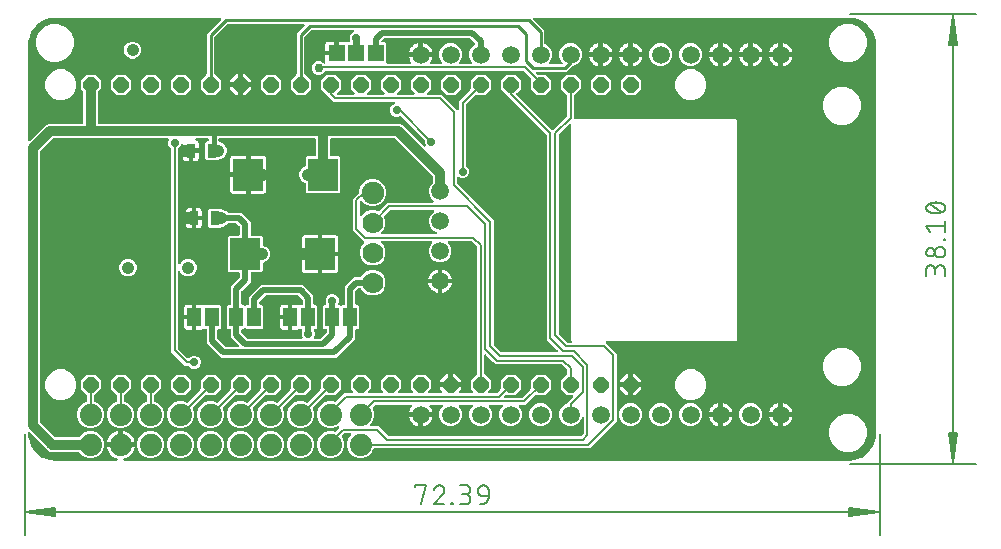
<source format=gbr>
G04 EAGLE Gerber RS-274X export*
G75*
%MOMM*%
%FSLAX34Y34*%
%LPD*%
%INTop Copper*%
%IPPOS*%
%AMOC8*
5,1,8,0,0,1.08239X$1,22.5*%
G01*
%ADD10C,0.130000*%
%ADD11C,0.152400*%
%ADD12P,1.415766X8X292.500000*%
%ADD13C,1.778000*%
%ADD14C,1.900000*%
%ADD15R,2.550000X2.700000*%
%ADD16R,0.800000X1.200000*%
%ADD17C,1.508000*%
%ADD18R,1.400000X1.400000*%
%ADD19R,1.168400X1.600200*%
%ADD20C,1.879600*%
%ADD21C,0.706400*%
%ADD22C,1.056400*%
%ADD23C,0.406400*%
%ADD24C,0.508000*%
%ADD25C,0.200000*%
%ADD26C,0.812800*%
%ADD27C,0.254000*%
%ADD28C,0.756400*%
%ADD29C,0.609600*%

G36*
X81848Y3018D02*
X81848Y3018D01*
X81973Y3032D01*
X81987Y3038D01*
X82003Y3041D01*
X82117Y3092D01*
X82234Y3141D01*
X82246Y3150D01*
X82260Y3157D01*
X82356Y3239D01*
X82453Y3317D01*
X82462Y3330D01*
X82474Y3340D01*
X82543Y3446D01*
X82615Y3548D01*
X82620Y3563D01*
X82629Y3576D01*
X82665Y3697D01*
X82706Y3815D01*
X82706Y3831D01*
X82711Y3846D01*
X82713Y3971D01*
X82718Y4097D01*
X82715Y4112D01*
X82715Y4128D01*
X82681Y4249D01*
X82651Y4371D01*
X82644Y4385D01*
X82640Y4400D01*
X82574Y4506D01*
X82511Y4616D01*
X82500Y4626D01*
X82491Y4640D01*
X82398Y4724D01*
X82307Y4811D01*
X82294Y4818D01*
X82282Y4829D01*
X82064Y4935D01*
X82032Y4950D01*
X80507Y5446D01*
X78833Y6299D01*
X77312Y7404D01*
X75984Y8732D01*
X74879Y10253D01*
X74026Y11927D01*
X73445Y13714D01*
X73319Y14511D01*
X84090Y14511D01*
X84153Y14520D01*
X84218Y14519D01*
X84292Y14540D01*
X84369Y14551D01*
X84428Y14577D01*
X84490Y14594D01*
X84556Y14635D01*
X84626Y14667D01*
X84675Y14709D01*
X84730Y14742D01*
X84781Y14800D01*
X84840Y14850D01*
X84876Y14904D01*
X84919Y14952D01*
X84952Y15021D01*
X84995Y15086D01*
X85014Y15148D01*
X85042Y15205D01*
X85052Y15275D01*
X85077Y15356D01*
X85078Y15441D01*
X85089Y15510D01*
X85089Y16511D01*
X85091Y16511D01*
X85091Y15510D01*
X85100Y15446D01*
X85099Y15382D01*
X85120Y15307D01*
X85131Y15231D01*
X85157Y15172D01*
X85174Y15110D01*
X85215Y15044D01*
X85247Y14974D01*
X85289Y14925D01*
X85322Y14870D01*
X85380Y14818D01*
X85430Y14760D01*
X85484Y14724D01*
X85532Y14681D01*
X85601Y14648D01*
X85666Y14605D01*
X85728Y14586D01*
X85786Y14558D01*
X85855Y14547D01*
X85936Y14523D01*
X86021Y14522D01*
X86090Y14511D01*
X96861Y14511D01*
X96735Y13714D01*
X96154Y11927D01*
X95301Y10253D01*
X94196Y8732D01*
X92868Y7404D01*
X91347Y6299D01*
X89673Y5446D01*
X88148Y4950D01*
X88035Y4895D01*
X87920Y4843D01*
X87908Y4833D01*
X87894Y4826D01*
X87801Y4741D01*
X87706Y4660D01*
X87697Y4647D01*
X87686Y4636D01*
X87620Y4529D01*
X87551Y4424D01*
X87547Y4409D01*
X87539Y4396D01*
X87506Y4274D01*
X87469Y4154D01*
X87469Y4139D01*
X87465Y4123D01*
X87467Y3998D01*
X87465Y3872D01*
X87469Y3857D01*
X87470Y3842D01*
X87507Y3722D01*
X87540Y3600D01*
X87549Y3587D01*
X87553Y3572D01*
X87622Y3467D01*
X87689Y3360D01*
X87700Y3350D01*
X87709Y3337D01*
X87804Y3256D01*
X87898Y3171D01*
X87912Y3164D01*
X87924Y3154D01*
X88038Y3103D01*
X88152Y3048D01*
X88166Y3046D01*
X88181Y3039D01*
X88422Y3006D01*
X88456Y3001D01*
X702310Y3001D01*
X702352Y3007D01*
X702388Y3004D01*
X705736Y3267D01*
X705876Y3299D01*
X705966Y3313D01*
X712334Y5382D01*
X712336Y5383D01*
X712338Y5383D01*
X712370Y5399D01*
X712587Y5506D01*
X712600Y5517D01*
X712613Y5524D01*
X718029Y9460D01*
X718031Y9461D01*
X718033Y9462D01*
X718058Y9487D01*
X718232Y9656D01*
X718240Y9670D01*
X718250Y9681D01*
X722186Y15097D01*
X722187Y15099D01*
X722189Y15101D01*
X722205Y15132D01*
X722318Y15347D01*
X722321Y15363D01*
X722328Y15376D01*
X724397Y21744D01*
X724412Y21832D01*
X724412Y21833D01*
X724422Y21885D01*
X724443Y21974D01*
X724706Y25321D01*
X724704Y25363D01*
X724709Y25400D01*
X724709Y355600D01*
X724703Y355642D01*
X724706Y355678D01*
X724443Y359026D01*
X724411Y359166D01*
X724397Y359256D01*
X722328Y365624D01*
X722327Y365626D01*
X722327Y365628D01*
X722311Y365660D01*
X722204Y365877D01*
X722193Y365890D01*
X722186Y365903D01*
X718250Y371319D01*
X718249Y371321D01*
X718248Y371323D01*
X718229Y371342D01*
X718215Y371364D01*
X718149Y371424D01*
X718054Y371522D01*
X718040Y371530D01*
X718029Y371540D01*
X712613Y375476D01*
X712611Y375477D01*
X712609Y375479D01*
X712578Y375495D01*
X712363Y375608D01*
X712347Y375611D01*
X712334Y375618D01*
X705966Y377687D01*
X705825Y377712D01*
X705736Y377733D01*
X702388Y377996D01*
X702347Y377994D01*
X702310Y377999D01*
X435489Y377999D01*
X435457Y377995D01*
X435425Y377997D01*
X435318Y377975D01*
X435209Y377959D01*
X435180Y377946D01*
X435148Y377940D01*
X435052Y377888D01*
X434952Y377843D01*
X434928Y377822D01*
X434900Y377807D01*
X434821Y377731D01*
X434738Y377660D01*
X434721Y377633D01*
X434697Y377610D01*
X434644Y377515D01*
X434584Y377424D01*
X434574Y377393D01*
X434558Y377365D01*
X434533Y377258D01*
X434501Y377154D01*
X434501Y377122D01*
X434493Y377091D01*
X434499Y376981D01*
X434498Y376872D01*
X434506Y376841D01*
X434508Y376809D01*
X434544Y376706D01*
X434573Y376600D01*
X434590Y376573D01*
X434600Y376542D01*
X434654Y376469D01*
X434721Y376360D01*
X434757Y376328D01*
X434782Y376293D01*
X441752Y369323D01*
X443961Y367115D01*
X443961Y356350D01*
X443962Y356340D01*
X443961Y356331D01*
X443982Y356201D01*
X444001Y356070D01*
X444004Y356062D01*
X444006Y356053D01*
X444063Y355933D01*
X444117Y355814D01*
X444123Y355806D01*
X444127Y355798D01*
X444215Y355699D01*
X444300Y355599D01*
X444308Y355594D01*
X444314Y355587D01*
X444380Y355547D01*
X444536Y355445D01*
X444559Y355438D01*
X444578Y355427D01*
X446094Y354798D01*
X448778Y352114D01*
X450231Y348608D01*
X450231Y344812D01*
X448778Y341306D01*
X447729Y340257D01*
X447710Y340231D01*
X447685Y340210D01*
X447625Y340118D01*
X447560Y340031D01*
X447549Y340001D01*
X447531Y339974D01*
X447499Y339869D01*
X447460Y339767D01*
X447458Y339735D01*
X447448Y339704D01*
X447447Y339595D01*
X447439Y339486D01*
X447445Y339454D01*
X447445Y339422D01*
X447474Y339317D01*
X447496Y339210D01*
X447511Y339181D01*
X447520Y339150D01*
X447577Y339057D01*
X447629Y338961D01*
X447651Y338938D01*
X447668Y338910D01*
X447749Y338837D01*
X447825Y338759D01*
X447853Y338743D01*
X447877Y338721D01*
X447976Y338674D01*
X448071Y338620D01*
X448102Y338612D01*
X448131Y338598D01*
X448221Y338584D01*
X448345Y338555D01*
X448394Y338557D01*
X448436Y338551D01*
X458344Y338551D01*
X458376Y338555D01*
X458408Y338553D01*
X458515Y338575D01*
X458623Y338591D01*
X458653Y338604D01*
X458684Y338610D01*
X458781Y338662D01*
X458880Y338707D01*
X458905Y338728D01*
X458933Y338743D01*
X459012Y338819D01*
X459095Y338890D01*
X459112Y338917D01*
X459135Y338940D01*
X459189Y339035D01*
X459249Y339126D01*
X459259Y339157D01*
X459274Y339185D01*
X459300Y339291D01*
X459332Y339396D01*
X459332Y339428D01*
X459339Y339459D01*
X459334Y339569D01*
X459335Y339678D01*
X459327Y339709D01*
X459325Y339741D01*
X459289Y339844D01*
X459260Y339950D01*
X459243Y339977D01*
X459233Y340008D01*
X459179Y340081D01*
X459112Y340190D01*
X459076Y340222D01*
X459051Y340257D01*
X458002Y341306D01*
X456549Y344812D01*
X456549Y348608D01*
X458002Y352114D01*
X460686Y354798D01*
X464192Y356251D01*
X467988Y356251D01*
X471494Y354798D01*
X474178Y352114D01*
X475631Y348608D01*
X475631Y344812D01*
X474178Y341306D01*
X471494Y338622D01*
X467988Y337169D01*
X467939Y337169D01*
X467844Y337156D01*
X467748Y337151D01*
X467704Y337136D01*
X467659Y337129D01*
X467572Y337090D01*
X467481Y337058D01*
X467447Y337033D01*
X467403Y337013D01*
X467305Y336930D01*
X467232Y336877D01*
X462365Y332009D01*
X437917Y332009D01*
X437885Y332005D01*
X437853Y332007D01*
X437746Y331985D01*
X437638Y331969D01*
X437608Y331956D01*
X437577Y331950D01*
X437480Y331898D01*
X437381Y331853D01*
X437356Y331832D01*
X437328Y331817D01*
X437249Y331741D01*
X437166Y331670D01*
X437149Y331643D01*
X437126Y331620D01*
X437072Y331525D01*
X437012Y331434D01*
X437002Y331403D01*
X436987Y331375D01*
X436961Y331269D01*
X436930Y331164D01*
X436929Y331132D01*
X436922Y331100D01*
X436927Y330991D01*
X436926Y330882D01*
X436934Y330851D01*
X436936Y330819D01*
X436972Y330716D01*
X437001Y330610D01*
X437018Y330583D01*
X437029Y330552D01*
X437082Y330479D01*
X437149Y330370D01*
X437185Y330338D01*
X437210Y330303D01*
X437370Y330143D01*
X437447Y330086D01*
X437518Y330021D01*
X437560Y330001D01*
X437596Y329974D01*
X437686Y329940D01*
X437772Y329898D01*
X437814Y329892D01*
X437860Y329875D01*
X437987Y329865D01*
X438077Y329851D01*
X444228Y329851D01*
X449231Y324848D01*
X449231Y317772D01*
X444228Y312769D01*
X437152Y312769D01*
X432149Y317772D01*
X432149Y324848D01*
X432457Y325156D01*
X432496Y325207D01*
X432542Y325252D01*
X432580Y325319D01*
X432627Y325381D01*
X432649Y325441D01*
X432681Y325497D01*
X432699Y325573D01*
X432726Y325645D01*
X432731Y325709D01*
X432746Y325772D01*
X432742Y325849D01*
X432748Y325926D01*
X432735Y325989D01*
X432732Y326054D01*
X432706Y326127D01*
X432690Y326202D01*
X432660Y326259D01*
X432639Y326320D01*
X432598Y326377D01*
X432558Y326451D01*
X432499Y326512D01*
X432457Y326569D01*
X426420Y332607D01*
X426343Y332664D01*
X426272Y332729D01*
X426231Y332749D01*
X426194Y332776D01*
X426104Y332810D01*
X426018Y332852D01*
X425976Y332858D01*
X425930Y332875D01*
X425803Y332885D01*
X425713Y332899D01*
X258671Y332899D01*
X258661Y332898D01*
X258652Y332899D01*
X258522Y332878D01*
X258392Y332859D01*
X258383Y332856D01*
X258374Y332854D01*
X258254Y332797D01*
X258135Y332743D01*
X258127Y332737D01*
X258119Y332733D01*
X258020Y332645D01*
X257920Y332560D01*
X257915Y332552D01*
X257908Y332546D01*
X257868Y332480D01*
X257766Y332324D01*
X257759Y332301D01*
X257748Y332282D01*
X257632Y332004D01*
X256006Y330378D01*
X253880Y329497D01*
X251580Y329497D01*
X249454Y330378D01*
X247828Y332004D01*
X246947Y334130D01*
X246947Y336430D01*
X247828Y338556D01*
X249454Y340182D01*
X251580Y341063D01*
X253880Y341063D01*
X256006Y340182D01*
X256849Y339339D01*
X256866Y339326D01*
X256880Y339309D01*
X256979Y339242D01*
X257074Y339170D01*
X257095Y339162D01*
X257112Y339150D01*
X257227Y339112D01*
X257338Y339070D01*
X257360Y339069D01*
X257380Y339062D01*
X257500Y339058D01*
X257620Y339048D01*
X257641Y339053D01*
X257662Y339052D01*
X257778Y339082D01*
X257896Y339106D01*
X257915Y339116D01*
X257936Y339121D01*
X258039Y339182D01*
X258145Y339239D01*
X258160Y339254D01*
X258179Y339264D01*
X258260Y339351D01*
X258347Y339435D01*
X258357Y339454D01*
X258372Y339470D01*
X258426Y339576D01*
X258486Y339681D01*
X258491Y339702D01*
X258500Y339721D01*
X258523Y339838D01*
X258551Y339955D01*
X258550Y339977D01*
X258554Y339998D01*
X258544Y340089D01*
X258536Y340237D01*
X258524Y340272D01*
X258521Y340304D01*
X258429Y340646D01*
X258429Y345981D01*
X266970Y345981D01*
X267034Y345990D01*
X267098Y345989D01*
X267172Y346010D01*
X267249Y346021D01*
X267308Y346047D01*
X267370Y346064D01*
X267436Y346105D01*
X267506Y346137D01*
X267555Y346179D01*
X267610Y346212D01*
X267661Y346270D01*
X267720Y346320D01*
X267756Y346374D01*
X267799Y346422D01*
X267832Y346491D01*
X267875Y346556D01*
X267894Y346618D01*
X267922Y346675D01*
X267932Y346745D01*
X267957Y346826D01*
X267958Y346911D01*
X267969Y346980D01*
X267969Y347981D01*
X268970Y347981D01*
X269034Y347990D01*
X269098Y347989D01*
X269173Y348010D01*
X269249Y348021D01*
X269308Y348047D01*
X269370Y348064D01*
X269436Y348105D01*
X269506Y348137D01*
X269555Y348179D01*
X269610Y348212D01*
X269662Y348270D01*
X269720Y348320D01*
X269756Y348374D01*
X269799Y348422D01*
X269832Y348491D01*
X269875Y348556D01*
X269894Y348618D01*
X269922Y348676D01*
X269932Y348745D01*
X269957Y348826D01*
X269958Y348911D01*
X269969Y348980D01*
X269969Y357521D01*
X275305Y357521D01*
X275951Y357348D01*
X276354Y357115D01*
X276453Y357075D01*
X276549Y357028D01*
X276582Y357023D01*
X276616Y357009D01*
X276763Y356995D01*
X276854Y356981D01*
X278432Y356981D01*
X278496Y356990D01*
X278560Y356989D01*
X278635Y357010D01*
X278711Y357021D01*
X278770Y357047D01*
X278832Y357064D01*
X278898Y357105D01*
X278968Y357137D01*
X279017Y357179D01*
X279072Y357212D01*
X279124Y357270D01*
X279182Y357320D01*
X279218Y357374D01*
X279261Y357422D01*
X279294Y357491D01*
X279337Y357556D01*
X279356Y357618D01*
X279384Y357675D01*
X279395Y357745D01*
X279419Y357826D01*
X279420Y357911D01*
X279431Y357980D01*
X279431Y358212D01*
X279425Y358253D01*
X279428Y358295D01*
X279408Y358379D01*
X279391Y358491D01*
X279367Y358545D01*
X279355Y358595D01*
X278947Y359579D01*
X278947Y361781D01*
X279355Y362765D01*
X279364Y362801D01*
X279382Y362829D01*
X279790Y363814D01*
X281346Y365370D01*
X282013Y365647D01*
X282088Y365691D01*
X282167Y365727D01*
X282209Y365762D01*
X282256Y365790D01*
X282315Y365854D01*
X282381Y365910D01*
X282411Y365956D01*
X282449Y365996D01*
X282488Y366073D01*
X282536Y366146D01*
X282552Y366199D01*
X282577Y366248D01*
X282593Y366333D01*
X282618Y366416D01*
X282619Y366471D01*
X282629Y366525D01*
X282621Y366611D01*
X282622Y366698D01*
X282607Y366751D01*
X282602Y366805D01*
X282570Y366886D01*
X282547Y366970D01*
X282518Y367016D01*
X282498Y367067D01*
X282444Y367136D01*
X282399Y367210D01*
X282358Y367246D01*
X282324Y367290D01*
X282254Y367341D01*
X282189Y367399D01*
X282140Y367423D01*
X282095Y367455D01*
X282014Y367484D01*
X281936Y367522D01*
X281885Y367530D01*
X281830Y367549D01*
X281716Y367556D01*
X281631Y367569D01*
X246879Y367569D01*
X246784Y367556D01*
X246688Y367551D01*
X246644Y367536D01*
X246599Y367529D01*
X246512Y367490D01*
X246421Y367458D01*
X246387Y367433D01*
X246343Y367413D01*
X246245Y367330D01*
X246172Y367277D01*
X241053Y362158D01*
X240996Y362081D01*
X240931Y362010D01*
X240911Y361969D01*
X240884Y361932D01*
X240850Y361842D01*
X240808Y361756D01*
X240802Y361714D01*
X240785Y361668D01*
X240775Y361541D01*
X240761Y361451D01*
X240761Y330532D01*
X240774Y330437D01*
X240779Y330340D01*
X240794Y330297D01*
X240801Y330252D01*
X240840Y330165D01*
X240872Y330074D01*
X240897Y330040D01*
X240917Y329995D01*
X241000Y329898D01*
X241053Y329825D01*
X246031Y324848D01*
X246031Y317772D01*
X241028Y312769D01*
X233952Y312769D01*
X228949Y317772D01*
X228949Y324848D01*
X233927Y329825D01*
X233984Y329902D01*
X234049Y329973D01*
X234069Y330014D01*
X234096Y330051D01*
X234130Y330141D01*
X234172Y330227D01*
X234178Y330269D01*
X234195Y330314D01*
X234205Y330442D01*
X234219Y330532D01*
X234219Y364575D01*
X240588Y370943D01*
X240607Y370969D01*
X240632Y370990D01*
X240692Y371082D01*
X240757Y371169D01*
X240769Y371199D01*
X240786Y371226D01*
X240818Y371331D01*
X240857Y371433D01*
X240859Y371465D01*
X240869Y371496D01*
X240870Y371605D01*
X240879Y371714D01*
X240872Y371746D01*
X240872Y371778D01*
X240843Y371883D01*
X240821Y371990D01*
X240806Y372019D01*
X240797Y372050D01*
X240740Y372143D01*
X240688Y372239D01*
X240666Y372262D01*
X240649Y372290D01*
X240568Y372363D01*
X240492Y372441D01*
X240464Y372457D01*
X240440Y372479D01*
X240341Y372526D01*
X240246Y372580D01*
X240215Y372588D01*
X240186Y372602D01*
X240097Y372616D01*
X239972Y372645D01*
X239923Y372643D01*
X239881Y372649D01*
X175759Y372649D01*
X175664Y372636D01*
X175568Y372631D01*
X175524Y372616D01*
X175479Y372609D01*
X175392Y372570D01*
X175301Y372538D01*
X175267Y372513D01*
X175223Y372493D01*
X175125Y372410D01*
X175052Y372357D01*
X164853Y362158D01*
X164796Y362081D01*
X164731Y362010D01*
X164711Y361969D01*
X164684Y361932D01*
X164650Y361842D01*
X164608Y361756D01*
X164602Y361714D01*
X164585Y361668D01*
X164575Y361541D01*
X164561Y361451D01*
X164561Y330532D01*
X164574Y330437D01*
X164579Y330340D01*
X164594Y330297D01*
X164601Y330252D01*
X164640Y330165D01*
X164672Y330074D01*
X164697Y330040D01*
X164717Y329995D01*
X164800Y329898D01*
X164853Y329825D01*
X169831Y324848D01*
X169831Y317772D01*
X164828Y312769D01*
X157752Y312769D01*
X152749Y317772D01*
X152749Y324848D01*
X157727Y329825D01*
X157784Y329902D01*
X157849Y329973D01*
X157869Y330014D01*
X157896Y330051D01*
X157930Y330141D01*
X157972Y330227D01*
X157978Y330269D01*
X157995Y330314D01*
X158005Y330442D01*
X158019Y330532D01*
X158019Y364575D01*
X169738Y376293D01*
X169757Y376319D01*
X169782Y376340D01*
X169842Y376432D01*
X169907Y376519D01*
X169919Y376549D01*
X169936Y376576D01*
X169968Y376681D01*
X170007Y376783D01*
X170009Y376815D01*
X170019Y376846D01*
X170020Y376955D01*
X170029Y377064D01*
X170022Y377096D01*
X170022Y377128D01*
X169993Y377233D01*
X169971Y377340D01*
X169956Y377369D01*
X169947Y377400D01*
X169890Y377493D01*
X169838Y377589D01*
X169816Y377612D01*
X169799Y377640D01*
X169718Y377713D01*
X169642Y377791D01*
X169614Y377807D01*
X169590Y377829D01*
X169491Y377876D01*
X169396Y377930D01*
X169365Y377938D01*
X169336Y377952D01*
X169247Y377966D01*
X169122Y377995D01*
X169073Y377993D01*
X169031Y377999D01*
X29210Y377999D01*
X29168Y377993D01*
X29132Y377996D01*
X25784Y377733D01*
X25644Y377701D01*
X25554Y377687D01*
X19186Y375618D01*
X19184Y375617D01*
X19182Y375617D01*
X19150Y375601D01*
X18933Y375494D01*
X18920Y375483D01*
X18907Y375476D01*
X13491Y371540D01*
X13489Y371539D01*
X13487Y371538D01*
X13462Y371513D01*
X13387Y371440D01*
X13322Y371385D01*
X13309Y371364D01*
X13288Y371344D01*
X13280Y371330D01*
X13270Y371319D01*
X9334Y365903D01*
X9333Y365901D01*
X9331Y365899D01*
X9315Y365868D01*
X9202Y365653D01*
X9199Y365637D01*
X9192Y365624D01*
X7123Y359256D01*
X7098Y359115D01*
X7077Y359026D01*
X6814Y355678D01*
X6816Y355637D01*
X6811Y355600D01*
X6811Y274340D01*
X6815Y274308D01*
X6813Y274276D01*
X6835Y274169D01*
X6851Y274061D01*
X6864Y274031D01*
X6870Y274000D01*
X6922Y273903D01*
X6967Y273804D01*
X6988Y273779D01*
X7003Y273751D01*
X7079Y273672D01*
X7150Y273589D01*
X7177Y273572D01*
X7200Y273549D01*
X7295Y273495D01*
X7386Y273435D01*
X7417Y273426D01*
X7445Y273410D01*
X7552Y273384D01*
X7656Y273353D01*
X7688Y273352D01*
X7719Y273345D01*
X7829Y273350D01*
X7938Y273349D01*
X7969Y273357D01*
X8001Y273359D01*
X8104Y273395D01*
X8210Y273424D01*
X8237Y273441D01*
X8268Y273452D01*
X8341Y273505D01*
X8450Y273572D01*
X8482Y273608D01*
X8517Y273633D01*
X20118Y285235D01*
X21965Y287081D01*
X24194Y288005D01*
X52626Y288005D01*
X52690Y288014D01*
X52754Y288013D01*
X52829Y288034D01*
X52905Y288045D01*
X52964Y288071D01*
X53026Y288088D01*
X53092Y288129D01*
X53162Y288161D01*
X53211Y288203D01*
X53266Y288236D01*
X53318Y288294D01*
X53376Y288344D01*
X53412Y288398D01*
X53455Y288446D01*
X53488Y288515D01*
X53531Y288580D01*
X53550Y288642D01*
X53578Y288699D01*
X53589Y288769D01*
X53613Y288850D01*
X53614Y288935D01*
X53625Y289004D01*
X53625Y314882D01*
X53612Y314978D01*
X53607Y315074D01*
X53592Y315117D01*
X53585Y315162D01*
X53546Y315249D01*
X53514Y315340D01*
X53489Y315374D01*
X53469Y315419D01*
X53386Y315516D01*
X53333Y315589D01*
X51149Y317772D01*
X51149Y324848D01*
X56152Y329851D01*
X63228Y329851D01*
X68231Y324848D01*
X68231Y317772D01*
X66047Y315589D01*
X65990Y315512D01*
X65925Y315441D01*
X65905Y315400D01*
X65878Y315363D01*
X65844Y315274D01*
X65802Y315187D01*
X65796Y315145D01*
X65779Y315100D01*
X65769Y314972D01*
X65755Y314882D01*
X65755Y289004D01*
X65764Y288940D01*
X65763Y288876D01*
X65784Y288801D01*
X65795Y288725D01*
X65821Y288666D01*
X65838Y288604D01*
X65879Y288538D01*
X65911Y288468D01*
X65953Y288419D01*
X65986Y288364D01*
X66044Y288312D01*
X66094Y288254D01*
X66148Y288218D01*
X66196Y288175D01*
X66265Y288142D01*
X66330Y288099D01*
X66392Y288080D01*
X66449Y288052D01*
X66519Y288041D01*
X66600Y288017D01*
X66685Y288016D01*
X66754Y288005D01*
X321246Y288005D01*
X323475Y287081D01*
X341610Y268946D01*
X341680Y268894D01*
X341743Y268835D01*
X341792Y268810D01*
X341836Y268777D01*
X341917Y268747D01*
X341995Y268707D01*
X342048Y268697D01*
X342100Y268678D01*
X342186Y268671D01*
X342272Y268655D01*
X342326Y268660D01*
X342381Y268656D01*
X342466Y268674D01*
X342552Y268682D01*
X342603Y268702D01*
X342657Y268713D01*
X342734Y268754D01*
X342814Y268786D01*
X342858Y268820D01*
X342906Y268846D01*
X342968Y268906D01*
X343037Y268960D01*
X343069Y269004D01*
X343108Y269043D01*
X343151Y269118D01*
X343202Y269189D01*
X343220Y269240D01*
X343247Y269288D01*
X343267Y269373D01*
X343296Y269454D01*
X343299Y269509D01*
X343312Y269562D01*
X343308Y269649D01*
X343313Y269736D01*
X343301Y269785D01*
X343298Y269844D01*
X343260Y269952D01*
X343240Y270035D01*
X342447Y271949D01*
X342447Y273925D01*
X342434Y274020D01*
X342429Y274116D01*
X342414Y274159D01*
X342407Y274204D01*
X342368Y274292D01*
X342336Y274383D01*
X342311Y274417D01*
X342291Y274461D01*
X342208Y274559D01*
X342155Y274632D01*
X322272Y294514D01*
X322264Y294520D01*
X322259Y294527D01*
X322175Y294588D01*
X322149Y294611D01*
X322132Y294620D01*
X322046Y294684D01*
X322037Y294687D01*
X322030Y294692D01*
X321906Y294736D01*
X321783Y294783D01*
X321773Y294784D01*
X321764Y294787D01*
X321633Y294795D01*
X321501Y294805D01*
X321492Y294803D01*
X321483Y294804D01*
X321407Y294785D01*
X321225Y294747D01*
X321204Y294736D01*
X321183Y294731D01*
X319871Y294187D01*
X317669Y294187D01*
X315636Y295030D01*
X314080Y296586D01*
X313237Y298619D01*
X313237Y300821D01*
X314080Y302854D01*
X315636Y304410D01*
X316955Y304957D01*
X317030Y305001D01*
X317109Y305037D01*
X317151Y305072D01*
X317198Y305100D01*
X317257Y305164D01*
X317323Y305220D01*
X317353Y305266D01*
X317391Y305306D01*
X317430Y305383D01*
X317478Y305456D01*
X317494Y305509D01*
X317519Y305558D01*
X317535Y305643D01*
X317560Y305726D01*
X317561Y305781D01*
X317571Y305835D01*
X317563Y305921D01*
X317564Y306008D01*
X317549Y306061D01*
X317544Y306115D01*
X317512Y306196D01*
X317489Y306280D01*
X317460Y306326D01*
X317439Y306377D01*
X317386Y306446D01*
X317340Y306520D01*
X317300Y306556D01*
X317266Y306600D01*
X317196Y306651D01*
X317131Y306709D01*
X317082Y306733D01*
X317037Y306765D01*
X316955Y306794D01*
X316877Y306832D01*
X316827Y306840D01*
X316772Y306859D01*
X316658Y306866D01*
X316573Y306879D01*
X265457Y306879D01*
X259860Y312477D01*
X259783Y312534D01*
X259712Y312599D01*
X259671Y312619D01*
X259634Y312646D01*
X259544Y312680D01*
X259458Y312722D01*
X259416Y312728D01*
X259380Y312742D01*
X254349Y317772D01*
X254349Y324848D01*
X259352Y329851D01*
X266428Y329851D01*
X271431Y324848D01*
X271431Y317772D01*
X268245Y314587D01*
X268226Y314561D01*
X268201Y314540D01*
X268141Y314448D01*
X268076Y314361D01*
X268064Y314331D01*
X268047Y314304D01*
X268015Y314199D01*
X267976Y314097D01*
X267974Y314065D01*
X267964Y314034D01*
X267963Y313925D01*
X267954Y313816D01*
X267961Y313784D01*
X267960Y313752D01*
X267990Y313647D01*
X268012Y313540D01*
X268027Y313511D01*
X268036Y313480D01*
X268093Y313387D01*
X268144Y313291D01*
X268167Y313268D01*
X268184Y313240D01*
X268265Y313167D01*
X268341Y313089D01*
X268369Y313073D01*
X268393Y313051D01*
X268491Y313004D01*
X268587Y312950D01*
X268618Y312942D01*
X268647Y312928D01*
X268736Y312914D01*
X268861Y312885D01*
X268909Y312887D01*
X268952Y312881D01*
X282228Y312881D01*
X282260Y312885D01*
X282293Y312883D01*
X282399Y312905D01*
X282508Y312921D01*
X282537Y312934D01*
X282569Y312940D01*
X282665Y312992D01*
X282765Y313037D01*
X282789Y313058D01*
X282818Y313073D01*
X282896Y313149D01*
X282979Y313220D01*
X282997Y313247D01*
X283020Y313270D01*
X283073Y313365D01*
X283133Y313456D01*
X283143Y313487D01*
X283159Y313515D01*
X283184Y313621D01*
X283216Y313726D01*
X283216Y313758D01*
X283224Y313789D01*
X283218Y313899D01*
X283220Y314008D01*
X283211Y314039D01*
X283209Y314071D01*
X283173Y314174D01*
X283144Y314280D01*
X283127Y314307D01*
X283117Y314338D01*
X283063Y314411D01*
X282996Y314520D01*
X282960Y314552D01*
X282935Y314587D01*
X279749Y317772D01*
X279749Y324848D01*
X284752Y329851D01*
X291828Y329851D01*
X296831Y324848D01*
X296831Y317772D01*
X293645Y314587D01*
X293626Y314561D01*
X293601Y314540D01*
X293541Y314448D01*
X293476Y314361D01*
X293464Y314331D01*
X293447Y314304D01*
X293415Y314199D01*
X293376Y314097D01*
X293374Y314065D01*
X293364Y314034D01*
X293363Y313925D01*
X293354Y313816D01*
X293361Y313784D01*
X293360Y313752D01*
X293390Y313647D01*
X293412Y313540D01*
X293427Y313511D01*
X293436Y313480D01*
X293493Y313387D01*
X293544Y313291D01*
X293567Y313268D01*
X293584Y313240D01*
X293665Y313167D01*
X293741Y313089D01*
X293769Y313073D01*
X293793Y313051D01*
X293891Y313004D01*
X293987Y312950D01*
X294018Y312942D01*
X294047Y312928D01*
X294136Y312914D01*
X294261Y312885D01*
X294309Y312887D01*
X294352Y312881D01*
X307628Y312881D01*
X307660Y312885D01*
X307693Y312883D01*
X307799Y312905D01*
X307908Y312921D01*
X307937Y312934D01*
X307969Y312940D01*
X308065Y312992D01*
X308165Y313037D01*
X308189Y313058D01*
X308218Y313073D01*
X308296Y313149D01*
X308379Y313220D01*
X308397Y313247D01*
X308420Y313270D01*
X308473Y313365D01*
X308533Y313456D01*
X308543Y313487D01*
X308559Y313515D01*
X308584Y313621D01*
X308616Y313726D01*
X308616Y313758D01*
X308624Y313789D01*
X308618Y313899D01*
X308620Y314008D01*
X308611Y314039D01*
X308609Y314071D01*
X308573Y314174D01*
X308544Y314280D01*
X308527Y314307D01*
X308517Y314338D01*
X308463Y314411D01*
X308396Y314520D01*
X308360Y314552D01*
X308335Y314587D01*
X305149Y317772D01*
X305149Y324848D01*
X310152Y329851D01*
X317228Y329851D01*
X322231Y324848D01*
X322231Y317772D01*
X319045Y314587D01*
X319026Y314561D01*
X319001Y314540D01*
X318941Y314448D01*
X318876Y314361D01*
X318864Y314331D01*
X318847Y314304D01*
X318815Y314199D01*
X318776Y314097D01*
X318774Y314065D01*
X318764Y314034D01*
X318763Y313925D01*
X318754Y313816D01*
X318761Y313784D01*
X318760Y313752D01*
X318790Y313647D01*
X318812Y313540D01*
X318827Y313511D01*
X318836Y313480D01*
X318893Y313387D01*
X318944Y313291D01*
X318967Y313268D01*
X318984Y313240D01*
X319065Y313167D01*
X319141Y313089D01*
X319169Y313073D01*
X319193Y313051D01*
X319291Y313004D01*
X319387Y312950D01*
X319418Y312942D01*
X319447Y312928D01*
X319536Y312914D01*
X319661Y312885D01*
X319709Y312887D01*
X319752Y312881D01*
X333028Y312881D01*
X333060Y312885D01*
X333093Y312883D01*
X333199Y312905D01*
X333308Y312921D01*
X333337Y312934D01*
X333369Y312940D01*
X333465Y312992D01*
X333565Y313037D01*
X333589Y313058D01*
X333618Y313073D01*
X333696Y313149D01*
X333779Y313220D01*
X333797Y313247D01*
X333820Y313270D01*
X333873Y313365D01*
X333933Y313456D01*
X333943Y313487D01*
X333959Y313515D01*
X333984Y313621D01*
X334016Y313726D01*
X334016Y313758D01*
X334024Y313789D01*
X334018Y313899D01*
X334020Y314008D01*
X334011Y314039D01*
X334009Y314071D01*
X333973Y314174D01*
X333944Y314280D01*
X333927Y314307D01*
X333917Y314338D01*
X333863Y314411D01*
X333796Y314520D01*
X333760Y314552D01*
X333735Y314587D01*
X330549Y317772D01*
X330549Y324848D01*
X335552Y329851D01*
X342628Y329851D01*
X347631Y324848D01*
X347631Y317772D01*
X344445Y314587D01*
X344426Y314561D01*
X344401Y314540D01*
X344341Y314448D01*
X344276Y314361D01*
X344264Y314331D01*
X344247Y314304D01*
X344215Y314199D01*
X344176Y314097D01*
X344174Y314065D01*
X344164Y314034D01*
X344163Y313925D01*
X344154Y313816D01*
X344161Y313784D01*
X344160Y313752D01*
X344190Y313647D01*
X344212Y313540D01*
X344227Y313511D01*
X344236Y313480D01*
X344293Y313387D01*
X344344Y313291D01*
X344367Y313268D01*
X344384Y313240D01*
X344465Y313167D01*
X344541Y313089D01*
X344569Y313073D01*
X344593Y313051D01*
X344691Y313004D01*
X344787Y312950D01*
X344818Y312942D01*
X344847Y312928D01*
X344936Y312914D01*
X345061Y312885D01*
X345109Y312887D01*
X345152Y312881D01*
X356843Y312881D01*
X369943Y299780D01*
X369969Y299761D01*
X369990Y299736D01*
X370082Y299676D01*
X370169Y299611D01*
X370199Y299600D01*
X370226Y299582D01*
X370331Y299550D01*
X370433Y299511D01*
X370465Y299509D01*
X370496Y299500D01*
X370605Y299498D01*
X370714Y299490D01*
X370746Y299496D01*
X370778Y299496D01*
X370883Y299525D01*
X370990Y299547D01*
X371019Y299562D01*
X371050Y299571D01*
X371143Y299628D01*
X371239Y299680D01*
X371262Y299702D01*
X371290Y299719D01*
X371363Y299800D01*
X371441Y299876D01*
X371457Y299904D01*
X371479Y299928D01*
X371526Y300027D01*
X371580Y300122D01*
X371588Y300153D01*
X371602Y300182D01*
X371616Y300271D01*
X371645Y300396D01*
X371643Y300445D01*
X371649Y300487D01*
X371649Y307313D01*
X381057Y316720D01*
X381114Y316797D01*
X381179Y316868D01*
X381199Y316909D01*
X381226Y316946D01*
X381260Y317036D01*
X381302Y317122D01*
X381308Y317164D01*
X381325Y317210D01*
X381335Y317337D01*
X381349Y317427D01*
X381349Y324848D01*
X386352Y329851D01*
X393428Y329851D01*
X398431Y324848D01*
X398431Y317772D01*
X393428Y312769D01*
X386007Y312769D01*
X385912Y312756D01*
X385816Y312751D01*
X385773Y312736D01*
X385728Y312729D01*
X385640Y312690D01*
X385549Y312658D01*
X385515Y312633D01*
X385471Y312613D01*
X385373Y312530D01*
X385300Y312477D01*
X377943Y305120D01*
X377886Y305043D01*
X377821Y304972D01*
X377801Y304931D01*
X377774Y304894D01*
X377740Y304804D01*
X377698Y304718D01*
X377692Y304676D01*
X377675Y304630D01*
X377665Y304503D01*
X377651Y304413D01*
X377651Y252888D01*
X377664Y252793D01*
X377669Y252696D01*
X377684Y252653D01*
X377691Y252608D01*
X377730Y252521D01*
X377762Y252430D01*
X377787Y252396D01*
X377807Y252351D01*
X377890Y252254D01*
X377943Y252181D01*
X379340Y250784D01*
X380183Y248751D01*
X380183Y246549D01*
X379340Y244516D01*
X377784Y242960D01*
X375751Y242117D01*
X373549Y242117D01*
X371412Y243002D01*
X371298Y243032D01*
X371184Y243067D01*
X371161Y243067D01*
X371139Y243073D01*
X371021Y243069D01*
X370902Y243070D01*
X370880Y243064D01*
X370857Y243064D01*
X370745Y243027D01*
X370630Y242995D01*
X370611Y242983D01*
X370589Y242976D01*
X370491Y242909D01*
X370390Y242847D01*
X370375Y242830D01*
X370356Y242817D01*
X370281Y242726D01*
X370201Y242638D01*
X370191Y242617D01*
X370177Y242600D01*
X370130Y242490D01*
X370078Y242384D01*
X370075Y242363D01*
X370065Y242340D01*
X370043Y242156D01*
X370031Y242079D01*
X370031Y237877D01*
X370044Y237782D01*
X370049Y237686D01*
X370064Y237643D01*
X370071Y237598D01*
X370110Y237510D01*
X370142Y237419D01*
X370167Y237385D01*
X370187Y237341D01*
X370270Y237243D01*
X370323Y237170D01*
X400891Y206603D01*
X400891Y101607D01*
X400904Y101512D01*
X400909Y101416D01*
X400924Y101373D01*
X400931Y101328D01*
X400970Y101240D01*
X401002Y101149D01*
X401027Y101115D01*
X401047Y101071D01*
X401130Y100973D01*
X401183Y100900D01*
X407160Y94923D01*
X407237Y94866D01*
X407308Y94801D01*
X407349Y94781D01*
X407386Y94754D01*
X407476Y94720D01*
X407562Y94678D01*
X407604Y94672D01*
X407650Y94655D01*
X407777Y94645D01*
X407867Y94631D01*
X454280Y94631D01*
X454312Y94635D01*
X454344Y94633D01*
X454451Y94655D01*
X454559Y94671D01*
X454589Y94684D01*
X454620Y94690D01*
X454717Y94742D01*
X454816Y94787D01*
X454841Y94808D01*
X454869Y94823D01*
X454947Y94899D01*
X455031Y94970D01*
X455048Y94997D01*
X455071Y95020D01*
X455125Y95115D01*
X455185Y95206D01*
X455194Y95237D01*
X455210Y95265D01*
X455236Y95372D01*
X455267Y95476D01*
X455268Y95508D01*
X455275Y95539D01*
X455270Y95649D01*
X455271Y95758D01*
X455263Y95789D01*
X455261Y95821D01*
X455225Y95924D01*
X455196Y96030D01*
X455179Y96057D01*
X455168Y96088D01*
X455115Y96161D01*
X455048Y96270D01*
X455012Y96302D01*
X454987Y96337D01*
X445879Y105444D01*
X445879Y278443D01*
X445866Y278538D01*
X445861Y278634D01*
X445846Y278677D01*
X445839Y278722D01*
X445800Y278810D01*
X445768Y278901D01*
X445743Y278935D01*
X445723Y278979D01*
X445640Y279077D01*
X445587Y279150D01*
X414340Y310397D01*
X412260Y312477D01*
X412183Y312534D01*
X412112Y312599D01*
X412071Y312619D01*
X412034Y312646D01*
X411944Y312680D01*
X411858Y312722D01*
X411816Y312728D01*
X411780Y312742D01*
X406749Y317772D01*
X406749Y324848D01*
X411752Y329851D01*
X418828Y329851D01*
X423831Y324848D01*
X423831Y317772D01*
X420348Y314289D01*
X420309Y314238D01*
X420263Y314193D01*
X420225Y314126D01*
X420178Y314064D01*
X420156Y314003D01*
X420124Y313948D01*
X420106Y313872D01*
X420079Y313800D01*
X420074Y313736D01*
X420059Y313673D01*
X420063Y313596D01*
X420057Y313519D01*
X420070Y313456D01*
X420073Y313391D01*
X420099Y313318D01*
X420115Y313242D01*
X420145Y313186D01*
X420166Y313125D01*
X420207Y313068D01*
X420247Y312994D01*
X420306Y312933D01*
X420348Y312876D01*
X449830Y283393D01*
X450143Y283080D01*
X450195Y283042D01*
X450240Y282996D01*
X450269Y282979D01*
X450289Y282961D01*
X450326Y282943D01*
X450369Y282911D01*
X450429Y282888D01*
X450485Y282857D01*
X450523Y282848D01*
X450542Y282838D01*
X450575Y282833D01*
X450633Y282811D01*
X450697Y282806D01*
X450759Y282792D01*
X450821Y282795D01*
X450847Y282791D01*
X450853Y282791D01*
X450870Y282793D01*
X450914Y282790D01*
X450977Y282803D01*
X451041Y282806D01*
X451097Y282826D01*
X451132Y282831D01*
X451151Y282839D01*
X451190Y282847D01*
X451247Y282877D01*
X451308Y282899D01*
X451348Y282928D01*
X451389Y282947D01*
X451409Y282964D01*
X451439Y282980D01*
X451500Y283039D01*
X451557Y283080D01*
X462797Y294320D01*
X462854Y294397D01*
X462919Y294468D01*
X462939Y294509D01*
X462966Y294546D01*
X463000Y294636D01*
X463042Y294722D01*
X463048Y294764D01*
X463065Y294810D01*
X463075Y294937D01*
X463089Y295027D01*
X463089Y311818D01*
X463081Y311878D01*
X463081Y311897D01*
X463076Y311917D01*
X463071Y312010D01*
X463056Y312053D01*
X463049Y312098D01*
X463010Y312185D01*
X462978Y312276D01*
X462953Y312310D01*
X462933Y312355D01*
X462850Y312452D01*
X462797Y312525D01*
X457549Y317772D01*
X457549Y324848D01*
X462552Y329851D01*
X469628Y329851D01*
X474631Y324848D01*
X474631Y317772D01*
X469383Y312525D01*
X469326Y312448D01*
X469261Y312377D01*
X469241Y312336D01*
X469214Y312299D01*
X469180Y312209D01*
X469138Y312123D01*
X469132Y312081D01*
X469115Y312036D01*
X469107Y311937D01*
X469103Y311923D01*
X469102Y311892D01*
X469091Y311818D01*
X469091Y292830D01*
X469100Y292766D01*
X469099Y292702D01*
X469120Y292627D01*
X469131Y292551D01*
X469157Y292492D01*
X469174Y292430D01*
X469215Y292364D01*
X469247Y292294D01*
X469289Y292245D01*
X469322Y292190D01*
X469380Y292138D01*
X469430Y292080D01*
X469484Y292044D01*
X469532Y292001D01*
X469601Y291968D01*
X469666Y291925D01*
X469728Y291906D01*
X469785Y291878D01*
X469855Y291867D01*
X469936Y291843D01*
X470021Y291842D01*
X470090Y291831D01*
X606205Y291831D01*
X606791Y291245D01*
X606791Y104995D01*
X606205Y104409D01*
X496607Y104409D01*
X496575Y104405D01*
X496543Y104407D01*
X496436Y104385D01*
X496328Y104369D01*
X496298Y104356D01*
X496267Y104350D01*
X496170Y104298D01*
X496071Y104253D01*
X496046Y104232D01*
X496018Y104217D01*
X495939Y104141D01*
X495856Y104070D01*
X495839Y104043D01*
X495816Y104020D01*
X495762Y103925D01*
X495702Y103834D01*
X495692Y103803D01*
X495677Y103775D01*
X495651Y103669D01*
X495620Y103564D01*
X495619Y103532D01*
X495612Y103501D01*
X495617Y103391D01*
X495616Y103282D01*
X495624Y103251D01*
X495626Y103219D01*
X495662Y103116D01*
X495691Y103010D01*
X495708Y102983D01*
X495718Y102952D01*
X495772Y102879D01*
X495839Y102770D01*
X495875Y102738D01*
X495900Y102703D01*
X498023Y100580D01*
X505031Y93573D01*
X505031Y36301D01*
X482239Y13509D01*
X300053Y13509D01*
X300043Y13508D01*
X300034Y13509D01*
X299904Y13488D01*
X299773Y13469D01*
X299765Y13466D01*
X299755Y13464D01*
X299636Y13407D01*
X299516Y13353D01*
X299509Y13347D01*
X299501Y13343D01*
X299402Y13255D01*
X299302Y13170D01*
X299297Y13162D01*
X299290Y13156D01*
X299250Y13090D01*
X299148Y12934D01*
X299141Y12911D01*
X299129Y12892D01*
X297953Y10053D01*
X294747Y6847D01*
X290557Y5111D01*
X286023Y5111D01*
X281833Y6847D01*
X278627Y10053D01*
X276891Y14243D01*
X276891Y18777D01*
X278627Y22967D01*
X280163Y24503D01*
X280183Y24529D01*
X280207Y24550D01*
X280267Y24642D01*
X280332Y24729D01*
X280344Y24759D01*
X280362Y24786D01*
X280394Y24891D01*
X280432Y24993D01*
X280435Y25025D01*
X280444Y25056D01*
X280445Y25165D01*
X280454Y25274D01*
X280447Y25306D01*
X280448Y25338D01*
X280419Y25443D01*
X280396Y25550D01*
X280381Y25579D01*
X280372Y25610D01*
X280315Y25703D01*
X280264Y25799D01*
X280241Y25822D01*
X280224Y25850D01*
X280143Y25923D01*
X280067Y26001D01*
X280039Y26017D01*
X280015Y26039D01*
X279917Y26086D01*
X279822Y26140D01*
X279790Y26148D01*
X279761Y26162D01*
X279672Y26176D01*
X279547Y26205D01*
X279499Y26203D01*
X279457Y26209D01*
X274707Y26209D01*
X274612Y26196D01*
X274516Y26191D01*
X274473Y26176D01*
X274428Y26169D01*
X274340Y26130D01*
X274249Y26098D01*
X274215Y26073D01*
X274171Y26053D01*
X274074Y25970D01*
X274000Y25917D01*
X272509Y24425D01*
X272470Y24373D01*
X272424Y24329D01*
X272386Y24261D01*
X272339Y24199D01*
X272317Y24139D01*
X272285Y24083D01*
X272267Y24008D01*
X272240Y23935D01*
X272235Y23871D01*
X272220Y23809D01*
X272224Y23731D01*
X272218Y23654D01*
X272231Y23591D01*
X272234Y23527D01*
X272260Y23454D01*
X272276Y23378D01*
X272306Y23321D01*
X272327Y23261D01*
X272368Y23204D01*
X272408Y23129D01*
X272467Y23068D01*
X272509Y23012D01*
X272553Y22967D01*
X274289Y18777D01*
X274289Y14243D01*
X272553Y10053D01*
X269347Y6847D01*
X265157Y5111D01*
X260623Y5111D01*
X256433Y6847D01*
X253227Y10053D01*
X251491Y14243D01*
X251491Y18777D01*
X253227Y22967D01*
X256433Y26173D01*
X260623Y27909D01*
X265157Y27909D01*
X266201Y27477D01*
X266210Y27474D01*
X266218Y27470D01*
X266347Y27439D01*
X266474Y27407D01*
X266483Y27407D01*
X266492Y27405D01*
X266624Y27411D01*
X266756Y27416D01*
X266765Y27419D01*
X266774Y27419D01*
X266898Y27462D01*
X267024Y27503D01*
X267032Y27508D01*
X267041Y27511D01*
X267103Y27557D01*
X267257Y27662D01*
X267272Y27680D01*
X267290Y27693D01*
X269757Y30160D01*
X270056Y30459D01*
X270108Y30529D01*
X270167Y30592D01*
X270192Y30641D01*
X270225Y30685D01*
X270256Y30766D01*
X270295Y30844D01*
X270305Y30897D01*
X270325Y30949D01*
X270331Y31035D01*
X270347Y31121D01*
X270342Y31175D01*
X270346Y31230D01*
X270329Y31315D01*
X270320Y31401D01*
X270300Y31452D01*
X270289Y31506D01*
X270248Y31583D01*
X270216Y31663D01*
X270182Y31706D01*
X270156Y31755D01*
X270096Y31817D01*
X270042Y31886D01*
X269998Y31918D01*
X269960Y31957D01*
X269884Y32000D01*
X269814Y32051D01*
X269762Y32069D01*
X269714Y32096D01*
X269630Y32116D01*
X269548Y32145D01*
X269493Y32148D01*
X269440Y32161D01*
X269353Y32157D01*
X269266Y32162D01*
X269217Y32150D01*
X269158Y32147D01*
X269051Y32109D01*
X268967Y32089D01*
X265157Y30511D01*
X260623Y30511D01*
X256433Y32247D01*
X253227Y35453D01*
X251491Y39643D01*
X251491Y44177D01*
X253227Y48367D01*
X256433Y51573D01*
X260623Y53309D01*
X265157Y53309D01*
X266201Y52877D01*
X266210Y52874D01*
X266218Y52870D01*
X266347Y52839D01*
X266474Y52807D01*
X266483Y52807D01*
X266492Y52805D01*
X266625Y52811D01*
X266756Y52816D01*
X266765Y52818D01*
X266774Y52819D01*
X266899Y52862D01*
X267024Y52903D01*
X267032Y52908D01*
X267041Y52911D01*
X267103Y52957D01*
X267257Y53062D01*
X267272Y53080D01*
X267290Y53093D01*
X272297Y58100D01*
X274347Y60151D01*
X280958Y60151D01*
X280990Y60155D01*
X281023Y60153D01*
X281129Y60175D01*
X281238Y60191D01*
X281267Y60204D01*
X281299Y60210D01*
X281395Y60262D01*
X281495Y60307D01*
X281519Y60328D01*
X281548Y60343D01*
X281626Y60419D01*
X281709Y60490D01*
X281727Y60517D01*
X281750Y60540D01*
X281803Y60635D01*
X281863Y60726D01*
X281873Y60757D01*
X281889Y60785D01*
X281914Y60891D01*
X281946Y60996D01*
X281946Y61028D01*
X281954Y61059D01*
X281948Y61169D01*
X281950Y61278D01*
X281941Y61309D01*
X281939Y61341D01*
X281904Y61444D01*
X281874Y61550D01*
X281857Y61577D01*
X281847Y61608D01*
X281793Y61681D01*
X281726Y61790D01*
X281690Y61822D01*
X281665Y61857D01*
X279749Y63772D01*
X279749Y70848D01*
X284752Y75851D01*
X291828Y75851D01*
X296831Y70848D01*
X296831Y63772D01*
X294915Y61857D01*
X294896Y61831D01*
X294871Y61810D01*
X294811Y61718D01*
X294746Y61631D01*
X294734Y61601D01*
X294717Y61574D01*
X294685Y61469D01*
X294646Y61367D01*
X294644Y61335D01*
X294634Y61304D01*
X294633Y61195D01*
X294624Y61086D01*
X294631Y61054D01*
X294630Y61022D01*
X294660Y60917D01*
X294682Y60810D01*
X294697Y60781D01*
X294706Y60750D01*
X294763Y60657D01*
X294814Y60561D01*
X294837Y60538D01*
X294854Y60510D01*
X294935Y60437D01*
X295011Y60359D01*
X295039Y60343D01*
X295063Y60321D01*
X295161Y60274D01*
X295257Y60220D01*
X295288Y60212D01*
X295317Y60198D01*
X295406Y60184D01*
X295531Y60155D01*
X295579Y60157D01*
X295622Y60151D01*
X306358Y60151D01*
X306390Y60155D01*
X306423Y60153D01*
X306529Y60175D01*
X306638Y60191D01*
X306667Y60204D01*
X306699Y60210D01*
X306795Y60262D01*
X306895Y60307D01*
X306919Y60328D01*
X306948Y60343D01*
X307026Y60419D01*
X307109Y60490D01*
X307127Y60517D01*
X307150Y60540D01*
X307203Y60635D01*
X307263Y60726D01*
X307273Y60757D01*
X307289Y60785D01*
X307314Y60891D01*
X307346Y60996D01*
X307346Y61028D01*
X307354Y61059D01*
X307348Y61169D01*
X307350Y61278D01*
X307341Y61309D01*
X307339Y61341D01*
X307304Y61444D01*
X307274Y61550D01*
X307257Y61577D01*
X307247Y61608D01*
X307193Y61681D01*
X307126Y61790D01*
X307090Y61822D01*
X307065Y61857D01*
X305149Y63772D01*
X305149Y70848D01*
X310152Y75851D01*
X317228Y75851D01*
X322231Y70848D01*
X322231Y63772D01*
X320315Y61857D01*
X320296Y61831D01*
X320271Y61810D01*
X320211Y61718D01*
X320146Y61631D01*
X320134Y61601D01*
X320117Y61574D01*
X320085Y61469D01*
X320046Y61367D01*
X320044Y61335D01*
X320034Y61304D01*
X320033Y61195D01*
X320024Y61086D01*
X320031Y61054D01*
X320030Y61022D01*
X320060Y60917D01*
X320082Y60810D01*
X320097Y60781D01*
X320106Y60750D01*
X320163Y60657D01*
X320214Y60561D01*
X320237Y60538D01*
X320254Y60510D01*
X320335Y60437D01*
X320411Y60359D01*
X320439Y60343D01*
X320463Y60321D01*
X320561Y60274D01*
X320657Y60220D01*
X320688Y60212D01*
X320717Y60198D01*
X320806Y60184D01*
X320931Y60155D01*
X320979Y60157D01*
X321022Y60151D01*
X331758Y60151D01*
X331790Y60155D01*
X331823Y60153D01*
X331929Y60175D01*
X332038Y60191D01*
X332067Y60204D01*
X332099Y60210D01*
X332195Y60262D01*
X332295Y60307D01*
X332319Y60328D01*
X332348Y60343D01*
X332426Y60419D01*
X332509Y60490D01*
X332527Y60517D01*
X332550Y60540D01*
X332603Y60635D01*
X332663Y60726D01*
X332673Y60757D01*
X332689Y60785D01*
X332714Y60891D01*
X332746Y60996D01*
X332746Y61028D01*
X332754Y61059D01*
X332748Y61169D01*
X332750Y61278D01*
X332741Y61309D01*
X332739Y61341D01*
X332704Y61444D01*
X332674Y61550D01*
X332657Y61577D01*
X332647Y61608D01*
X332593Y61681D01*
X332526Y61790D01*
X332490Y61822D01*
X332465Y61857D01*
X330549Y63772D01*
X330549Y70848D01*
X335552Y75851D01*
X342628Y75851D01*
X347631Y70848D01*
X347631Y63772D01*
X345715Y61857D01*
X345696Y61831D01*
X345671Y61810D01*
X345611Y61718D01*
X345546Y61631D01*
X345534Y61601D01*
X345517Y61574D01*
X345485Y61469D01*
X345446Y61367D01*
X345444Y61335D01*
X345434Y61304D01*
X345433Y61195D01*
X345424Y61086D01*
X345431Y61054D01*
X345430Y61022D01*
X345460Y60917D01*
X345482Y60810D01*
X345497Y60781D01*
X345506Y60750D01*
X345563Y60657D01*
X345614Y60561D01*
X345637Y60538D01*
X345654Y60510D01*
X345735Y60437D01*
X345811Y60359D01*
X345839Y60343D01*
X345863Y60321D01*
X345961Y60274D01*
X346057Y60220D01*
X346088Y60212D01*
X346117Y60198D01*
X346206Y60184D01*
X346331Y60155D01*
X346379Y60157D01*
X346422Y60151D01*
X356395Y60151D01*
X356427Y60155D01*
X356459Y60153D01*
X356566Y60175D01*
X356674Y60191D01*
X356703Y60204D01*
X356735Y60210D01*
X356831Y60262D01*
X356931Y60307D01*
X356955Y60328D01*
X356984Y60343D01*
X357062Y60419D01*
X357145Y60490D01*
X357163Y60517D01*
X357186Y60540D01*
X357240Y60635D01*
X357300Y60726D01*
X357309Y60757D01*
X357325Y60785D01*
X357350Y60891D01*
X357382Y60996D01*
X357383Y61028D01*
X357390Y61059D01*
X357384Y61169D01*
X357386Y61278D01*
X357377Y61309D01*
X357376Y61341D01*
X357340Y61444D01*
X357311Y61550D01*
X357294Y61577D01*
X357283Y61608D01*
X357230Y61681D01*
X357162Y61790D01*
X357126Y61822D01*
X357101Y61857D01*
X355409Y63549D01*
X355409Y65311D01*
X363490Y65311D01*
X363553Y65320D01*
X363618Y65319D01*
X363692Y65340D01*
X363769Y65351D01*
X363828Y65377D01*
X363890Y65394D01*
X363956Y65435D01*
X364026Y65467D01*
X364075Y65509D01*
X364130Y65542D01*
X364181Y65600D01*
X364240Y65650D01*
X364276Y65704D01*
X364319Y65752D01*
X364352Y65821D01*
X364395Y65886D01*
X364414Y65948D01*
X364442Y66005D01*
X364452Y66075D01*
X364477Y66156D01*
X364478Y66241D01*
X364489Y66310D01*
X364489Y67311D01*
X364491Y67311D01*
X364491Y66310D01*
X364500Y66246D01*
X364499Y66182D01*
X364520Y66107D01*
X364531Y66031D01*
X364557Y65972D01*
X364574Y65910D01*
X364615Y65844D01*
X364647Y65774D01*
X364689Y65725D01*
X364722Y65670D01*
X364780Y65618D01*
X364830Y65560D01*
X364884Y65524D01*
X364932Y65481D01*
X365001Y65448D01*
X365066Y65405D01*
X365128Y65386D01*
X365186Y65358D01*
X365255Y65347D01*
X365336Y65323D01*
X365421Y65322D01*
X365490Y65311D01*
X373571Y65311D01*
X373571Y63549D01*
X371879Y61857D01*
X371859Y61831D01*
X371835Y61810D01*
X371775Y61718D01*
X371709Y61631D01*
X371698Y61601D01*
X371680Y61574D01*
X371648Y61469D01*
X371610Y61367D01*
X371607Y61335D01*
X371598Y61304D01*
X371596Y61195D01*
X371588Y61086D01*
X371595Y61054D01*
X371594Y61022D01*
X371623Y60917D01*
X371646Y60810D01*
X371661Y60781D01*
X371669Y60750D01*
X371727Y60657D01*
X371778Y60561D01*
X371801Y60538D01*
X371818Y60510D01*
X371899Y60437D01*
X371975Y60359D01*
X372003Y60343D01*
X372027Y60321D01*
X372125Y60274D01*
X372220Y60220D01*
X372252Y60212D01*
X372281Y60198D01*
X372370Y60184D01*
X372495Y60155D01*
X372543Y60157D01*
X372585Y60151D01*
X382558Y60151D01*
X382590Y60155D01*
X382623Y60153D01*
X382729Y60175D01*
X382838Y60191D01*
X382867Y60204D01*
X382899Y60210D01*
X382995Y60262D01*
X383095Y60307D01*
X383119Y60328D01*
X383148Y60343D01*
X383226Y60419D01*
X383309Y60490D01*
X383327Y60517D01*
X383350Y60540D01*
X383403Y60635D01*
X383463Y60726D01*
X383473Y60757D01*
X383489Y60785D01*
X383514Y60891D01*
X383546Y60996D01*
X383546Y61028D01*
X383554Y61059D01*
X383548Y61169D01*
X383550Y61278D01*
X383541Y61309D01*
X383539Y61341D01*
X383504Y61444D01*
X383474Y61550D01*
X383457Y61577D01*
X383447Y61608D01*
X383393Y61681D01*
X383326Y61790D01*
X383290Y61822D01*
X383265Y61857D01*
X381349Y63772D01*
X381349Y70848D01*
X386597Y76095D01*
X386654Y76172D01*
X386719Y76243D01*
X386739Y76284D01*
X386766Y76321D01*
X386800Y76411D01*
X386842Y76497D01*
X386848Y76539D01*
X386865Y76584D01*
X386875Y76712D01*
X386889Y76802D01*
X386889Y183763D01*
X386876Y183858D01*
X386871Y183954D01*
X386856Y183997D01*
X386849Y184042D01*
X386810Y184130D01*
X386778Y184221D01*
X386753Y184255D01*
X386733Y184299D01*
X386650Y184397D01*
X386597Y184470D01*
X382590Y188477D01*
X382513Y188534D01*
X382442Y188599D01*
X382401Y188619D01*
X382364Y188646D01*
X382274Y188680D01*
X382188Y188722D01*
X382146Y188728D01*
X382100Y188745D01*
X381973Y188755D01*
X381883Y188769D01*
X363076Y188769D01*
X363044Y188765D01*
X363012Y188767D01*
X362905Y188745D01*
X362797Y188729D01*
X362767Y188716D01*
X362736Y188710D01*
X362639Y188658D01*
X362540Y188613D01*
X362515Y188592D01*
X362487Y188577D01*
X362408Y188501D01*
X362325Y188430D01*
X362308Y188403D01*
X362285Y188380D01*
X362231Y188285D01*
X362171Y188194D01*
X362161Y188163D01*
X362146Y188135D01*
X362120Y188029D01*
X362088Y187924D01*
X362088Y187892D01*
X362081Y187861D01*
X362086Y187751D01*
X362085Y187642D01*
X362093Y187611D01*
X362095Y187579D01*
X362131Y187476D01*
X362160Y187370D01*
X362177Y187343D01*
X362187Y187312D01*
X362241Y187239D01*
X362308Y187130D01*
X362344Y187098D01*
X362369Y187063D01*
X363688Y185744D01*
X365141Y182238D01*
X365141Y178442D01*
X363688Y174936D01*
X361004Y172252D01*
X357498Y170799D01*
X353702Y170799D01*
X350196Y172252D01*
X347512Y174936D01*
X346059Y178442D01*
X346059Y182238D01*
X347512Y185744D01*
X348831Y187063D01*
X348850Y187089D01*
X348875Y187110D01*
X348935Y187202D01*
X349000Y187289D01*
X349011Y187319D01*
X349029Y187346D01*
X349061Y187451D01*
X349100Y187553D01*
X349102Y187585D01*
X349112Y187616D01*
X349113Y187725D01*
X349121Y187834D01*
X349115Y187866D01*
X349115Y187898D01*
X349086Y188003D01*
X349064Y188110D01*
X349049Y188139D01*
X349040Y188170D01*
X348983Y188263D01*
X348931Y188359D01*
X348909Y188382D01*
X348892Y188410D01*
X348811Y188483D01*
X348735Y188561D01*
X348707Y188577D01*
X348683Y188599D01*
X348584Y188646D01*
X348489Y188700D01*
X348458Y188708D01*
X348429Y188722D01*
X348339Y188736D01*
X348215Y188765D01*
X348166Y188763D01*
X348124Y188769D01*
X306565Y188769D01*
X306533Y188765D01*
X306501Y188767D01*
X306394Y188745D01*
X306286Y188729D01*
X306256Y188716D01*
X306225Y188710D01*
X306128Y188658D01*
X306029Y188613D01*
X306004Y188592D01*
X305976Y188577D01*
X305898Y188501D01*
X305815Y188430D01*
X305797Y188403D01*
X305774Y188380D01*
X305720Y188285D01*
X305660Y188194D01*
X305651Y188163D01*
X305635Y188135D01*
X305610Y188029D01*
X305578Y187924D01*
X305577Y187892D01*
X305570Y187861D01*
X305575Y187751D01*
X305574Y187642D01*
X305583Y187611D01*
X305584Y187579D01*
X305620Y187476D01*
X305649Y187370D01*
X305666Y187343D01*
X305677Y187312D01*
X305730Y187239D01*
X305797Y187130D01*
X305833Y187098D01*
X305858Y187063D01*
X307683Y185239D01*
X309341Y181236D01*
X309341Y176904D01*
X307683Y172901D01*
X304619Y169837D01*
X300616Y168179D01*
X296284Y168179D01*
X292281Y169837D01*
X289217Y172901D01*
X287559Y176904D01*
X287559Y181236D01*
X289217Y185239D01*
X291096Y187117D01*
X291134Y187169D01*
X291180Y187214D01*
X291219Y187281D01*
X291265Y187343D01*
X291288Y187403D01*
X291319Y187459D01*
X291337Y187535D01*
X291364Y187607D01*
X291369Y187671D01*
X291384Y187734D01*
X291380Y187811D01*
X291386Y187888D01*
X291373Y187951D01*
X291370Y188015D01*
X291344Y188088D01*
X291329Y188164D01*
X291299Y188221D01*
X291277Y188282D01*
X291236Y188338D01*
X291196Y188413D01*
X291137Y188474D01*
X291130Y188484D01*
X291119Y188502D01*
X291113Y188507D01*
X291096Y188531D01*
X288807Y190820D01*
X288806Y190820D01*
X281479Y198147D01*
X281479Y224763D01*
X286657Y229940D01*
X286714Y230017D01*
X286779Y230088D01*
X286799Y230129D01*
X286826Y230166D01*
X286860Y230256D01*
X286902Y230342D01*
X286908Y230384D01*
X286925Y230430D01*
X286935Y230557D01*
X286949Y230647D01*
X286949Y232158D01*
X288700Y236385D01*
X291935Y239620D01*
X296162Y241371D01*
X300738Y241371D01*
X304965Y239620D01*
X308200Y236385D01*
X309951Y232158D01*
X309951Y227582D01*
X308200Y223355D01*
X304965Y220120D01*
X300738Y218369D01*
X296162Y218369D01*
X291935Y220120D01*
X289336Y222719D01*
X289285Y222758D01*
X289240Y222804D01*
X289173Y222842D01*
X289111Y222889D01*
X289050Y222911D01*
X288995Y222943D01*
X288919Y222961D01*
X288847Y222988D01*
X288783Y222993D01*
X288720Y223008D01*
X288643Y223004D01*
X288566Y223010D01*
X288503Y222997D01*
X288438Y222994D01*
X288365Y222968D01*
X288289Y222952D01*
X288233Y222922D01*
X288172Y222901D01*
X288115Y222860D01*
X288040Y222820D01*
X287980Y222761D01*
X287923Y222719D01*
X287773Y222570D01*
X287716Y222493D01*
X287651Y222422D01*
X287631Y222381D01*
X287604Y222344D01*
X287570Y222254D01*
X287528Y222168D01*
X287522Y222126D01*
X287505Y222080D01*
X287499Y222012D01*
X287493Y221991D01*
X287492Y221935D01*
X287481Y221863D01*
X287481Y211315D01*
X287485Y211283D01*
X287483Y211251D01*
X287505Y211144D01*
X287521Y211036D01*
X287534Y211006D01*
X287540Y210975D01*
X287592Y210878D01*
X287637Y210779D01*
X287658Y210754D01*
X287673Y210726D01*
X287749Y210648D01*
X287820Y210565D01*
X287847Y210547D01*
X287870Y210524D01*
X287965Y210470D01*
X288056Y210410D01*
X288087Y210401D01*
X288115Y210385D01*
X288221Y210360D01*
X288326Y210328D01*
X288358Y210327D01*
X288389Y210320D01*
X288499Y210325D01*
X288608Y210324D01*
X288639Y210332D01*
X288671Y210334D01*
X288774Y210370D01*
X288880Y210399D01*
X288907Y210416D01*
X288938Y210427D01*
X289011Y210480D01*
X289120Y210547D01*
X289152Y210583D01*
X289187Y210608D01*
X292281Y213703D01*
X296284Y215361D01*
X300616Y215361D01*
X303168Y214304D01*
X303177Y214302D01*
X303185Y214297D01*
X303314Y214266D01*
X303441Y214234D01*
X303450Y214234D01*
X303460Y214232D01*
X303592Y214239D01*
X303723Y214243D01*
X303732Y214246D01*
X303741Y214246D01*
X303866Y214290D01*
X303991Y214330D01*
X303999Y214336D01*
X304008Y214339D01*
X304070Y214384D01*
X304224Y214489D01*
X304239Y214508D01*
X304257Y214520D01*
X311177Y221441D01*
X349394Y221441D01*
X349426Y221445D01*
X349458Y221443D01*
X349565Y221465D01*
X349673Y221481D01*
X349703Y221494D01*
X349734Y221500D01*
X349831Y221552D01*
X349930Y221597D01*
X349955Y221618D01*
X349983Y221633D01*
X350062Y221709D01*
X350145Y221780D01*
X350162Y221807D01*
X350185Y221830D01*
X350239Y221925D01*
X350299Y222016D01*
X350309Y222047D01*
X350324Y222075D01*
X350350Y222181D01*
X350382Y222286D01*
X350382Y222318D01*
X350389Y222349D01*
X350384Y222459D01*
X350385Y222568D01*
X350377Y222599D01*
X350375Y222631D01*
X350339Y222734D01*
X350310Y222840D01*
X350293Y222867D01*
X350283Y222898D01*
X350229Y222971D01*
X350162Y223080D01*
X350126Y223112D01*
X350101Y223147D01*
X347512Y225736D01*
X346059Y229242D01*
X346059Y233038D01*
X347512Y236544D01*
X349243Y238275D01*
X349300Y238352D01*
X349365Y238423D01*
X349385Y238464D01*
X349412Y238501D01*
X349446Y238591D01*
X349488Y238677D01*
X349494Y238719D01*
X349511Y238765D01*
X349521Y238892D01*
X349535Y238982D01*
X349535Y243454D01*
X349522Y243549D01*
X349517Y243645D01*
X349502Y243688D01*
X349495Y243733D01*
X349456Y243821D01*
X349424Y243912D01*
X349399Y243946D01*
X349379Y243990D01*
X349296Y244088D01*
X349243Y244161D01*
X317821Y275583D01*
X317744Y275640D01*
X317672Y275705D01*
X317631Y275725D01*
X317595Y275752D01*
X317505Y275786D01*
X317419Y275828D01*
X317377Y275834D01*
X317331Y275851D01*
X317204Y275861D01*
X317114Y275875D01*
X263554Y275875D01*
X263490Y275866D01*
X263426Y275867D01*
X263351Y275846D01*
X263275Y275835D01*
X263216Y275809D01*
X263154Y275792D01*
X263088Y275751D01*
X263018Y275719D01*
X262969Y275677D01*
X262914Y275644D01*
X262862Y275586D01*
X262804Y275536D01*
X262768Y275482D01*
X262725Y275434D01*
X262692Y275365D01*
X262649Y275300D01*
X262630Y275238D01*
X262602Y275181D01*
X262591Y275111D01*
X262567Y275030D01*
X262566Y274945D01*
X262555Y274876D01*
X262555Y261610D01*
X262564Y261546D01*
X262563Y261482D01*
X262584Y261407D01*
X262595Y261331D01*
X262621Y261272D01*
X262638Y261210D01*
X262679Y261144D01*
X262711Y261074D01*
X262753Y261025D01*
X262786Y260970D01*
X262844Y260918D01*
X262894Y260860D01*
X262948Y260824D01*
X262996Y260781D01*
X263065Y260748D01*
X263130Y260705D01*
X263192Y260686D01*
X263249Y260658D01*
X263319Y260647D01*
X263400Y260623D01*
X263485Y260622D01*
X263554Y260611D01*
X270069Y260611D01*
X271241Y259439D01*
X271241Y230781D01*
X270069Y229609D01*
X242911Y229609D01*
X241739Y230781D01*
X241739Y237430D01*
X241738Y237439D01*
X241739Y237448D01*
X241718Y237578D01*
X241699Y237709D01*
X241696Y237718D01*
X241694Y237727D01*
X241637Y237846D01*
X241583Y237966D01*
X241577Y237973D01*
X241573Y237982D01*
X241485Y238080D01*
X241400Y238180D01*
X241392Y238185D01*
X241386Y238192D01*
X241320Y238232D01*
X241164Y238335D01*
X241141Y238342D01*
X241122Y238353D01*
X239715Y238936D01*
X237666Y240985D01*
X236557Y243661D01*
X236557Y246559D01*
X237666Y249235D01*
X239715Y251284D01*
X241122Y251867D01*
X241131Y251872D01*
X241140Y251874D01*
X241252Y251944D01*
X241365Y252011D01*
X241372Y252018D01*
X241380Y252023D01*
X241468Y252121D01*
X241558Y252216D01*
X241562Y252225D01*
X241569Y252232D01*
X241626Y252350D01*
X241686Y252468D01*
X241688Y252477D01*
X241692Y252486D01*
X241704Y252562D01*
X241713Y252613D01*
X241727Y252659D01*
X241728Y252689D01*
X241738Y252745D01*
X241736Y252769D01*
X241739Y252790D01*
X241739Y259439D01*
X242911Y260611D01*
X249426Y260611D01*
X249490Y260620D01*
X249554Y260619D01*
X249629Y260640D01*
X249705Y260651D01*
X249764Y260677D01*
X249826Y260694D01*
X249892Y260735D01*
X249962Y260767D01*
X250011Y260809D01*
X250066Y260842D01*
X250118Y260900D01*
X250176Y260950D01*
X250212Y261004D01*
X250255Y261052D01*
X250288Y261121D01*
X250331Y261186D01*
X250350Y261248D01*
X250378Y261305D01*
X250389Y261375D01*
X250413Y261456D01*
X250414Y261541D01*
X250425Y261610D01*
X250425Y274876D01*
X250416Y274940D01*
X250417Y275004D01*
X250396Y275079D01*
X250385Y275155D01*
X250359Y275214D01*
X250342Y275276D01*
X250301Y275342D01*
X250269Y275412D01*
X250227Y275461D01*
X250194Y275516D01*
X250136Y275568D01*
X250086Y275626D01*
X250032Y275662D01*
X249984Y275705D01*
X249915Y275738D01*
X249850Y275781D01*
X249788Y275800D01*
X249731Y275828D01*
X249661Y275839D01*
X249580Y275863D01*
X249495Y275864D01*
X249426Y275875D01*
X168862Y275875D01*
X168798Y275866D01*
X168734Y275867D01*
X168659Y275846D01*
X168583Y275835D01*
X168524Y275809D01*
X168462Y275792D01*
X168396Y275751D01*
X168326Y275719D01*
X168277Y275677D01*
X168222Y275644D01*
X168170Y275586D01*
X168112Y275536D01*
X168076Y275482D01*
X168033Y275434D01*
X168000Y275365D01*
X167957Y275300D01*
X167938Y275238D01*
X167910Y275181D01*
X167899Y275111D01*
X167875Y275030D01*
X167874Y274945D01*
X167863Y274876D01*
X167863Y273712D01*
X167872Y273648D01*
X167871Y273584D01*
X167892Y273509D01*
X167903Y273433D01*
X167929Y273374D01*
X167946Y273312D01*
X167987Y273246D01*
X168019Y273176D01*
X168061Y273127D01*
X168094Y273072D01*
X168152Y273020D01*
X168202Y272962D01*
X168256Y272926D01*
X168304Y272883D01*
X168373Y272850D01*
X168438Y272807D01*
X168500Y272788D01*
X168557Y272760D01*
X168627Y272749D01*
X168708Y272725D01*
X168793Y272724D01*
X168862Y272713D01*
X169089Y272713D01*
X171765Y271604D01*
X173814Y269555D01*
X174923Y266879D01*
X174923Y263981D01*
X173814Y261305D01*
X171765Y259256D01*
X169089Y258147D01*
X168631Y258147D01*
X168536Y258134D01*
X168439Y258129D01*
X168396Y258114D01*
X168351Y258107D01*
X168264Y258068D01*
X168173Y258036D01*
X168139Y258011D01*
X168094Y257991D01*
X167997Y257908D01*
X167924Y257855D01*
X167499Y257429D01*
X157841Y257429D01*
X156669Y258601D01*
X156669Y272259D01*
X157841Y273431D01*
X158798Y273431D01*
X158862Y273440D01*
X158926Y273439D01*
X159001Y273460D01*
X159077Y273471D01*
X159136Y273497D01*
X159198Y273514D01*
X159264Y273555D01*
X159334Y273587D01*
X159383Y273629D01*
X159438Y273662D01*
X159490Y273720D01*
X159548Y273770D01*
X159584Y273824D01*
X159627Y273872D01*
X159660Y273941D01*
X159703Y274006D01*
X159722Y274068D01*
X159750Y274125D01*
X159761Y274195D01*
X159785Y274276D01*
X159786Y274361D01*
X159797Y274430D01*
X159797Y274876D01*
X159788Y274940D01*
X159789Y275004D01*
X159768Y275079D01*
X159757Y275155D01*
X159731Y275214D01*
X159714Y275276D01*
X159673Y275342D01*
X159641Y275412D01*
X159599Y275461D01*
X159566Y275516D01*
X159508Y275568D01*
X159458Y275626D01*
X159404Y275662D01*
X159356Y275705D01*
X159287Y275738D01*
X159222Y275781D01*
X159160Y275800D01*
X159103Y275828D01*
X159033Y275839D01*
X158952Y275863D01*
X158867Y275864D01*
X158798Y275875D01*
X149487Y275875D01*
X149476Y275874D01*
X149465Y275875D01*
X149336Y275854D01*
X149207Y275835D01*
X149198Y275831D01*
X149187Y275829D01*
X149069Y275773D01*
X148951Y275719D01*
X148942Y275712D01*
X148933Y275708D01*
X148835Y275621D01*
X148736Y275536D01*
X148730Y275527D01*
X148722Y275520D01*
X148654Y275409D01*
X148582Y275300D01*
X148579Y275290D01*
X148573Y275280D01*
X148537Y275154D01*
X148499Y275030D01*
X148499Y275019D01*
X148496Y275009D01*
X148497Y274878D01*
X148496Y274748D01*
X148499Y274738D01*
X148499Y274727D01*
X148536Y274603D01*
X148571Y274476D01*
X148577Y274467D01*
X148580Y274457D01*
X148650Y274348D01*
X148719Y274236D01*
X148727Y274229D01*
X148733Y274220D01*
X148832Y274135D01*
X148928Y274047D01*
X148938Y274043D01*
X148946Y274036D01*
X149020Y274003D01*
X149182Y273924D01*
X149206Y273921D01*
X149228Y273911D01*
X149651Y273798D01*
X150230Y273463D01*
X150703Y272990D01*
X151038Y272411D01*
X151211Y271765D01*
X151211Y267429D01*
X145670Y267429D01*
X145606Y267420D01*
X145542Y267421D01*
X145468Y267400D01*
X145391Y267389D01*
X145332Y267363D01*
X145270Y267346D01*
X145204Y267305D01*
X145134Y267273D01*
X145085Y267231D01*
X145030Y267198D01*
X144979Y267140D01*
X144920Y267090D01*
X144884Y267036D01*
X144841Y266988D01*
X144808Y266919D01*
X144765Y266854D01*
X144746Y266792D01*
X144718Y266735D01*
X144708Y266665D01*
X144683Y266584D01*
X144682Y266499D01*
X144671Y266430D01*
X144671Y265429D01*
X144669Y265429D01*
X144669Y266430D01*
X144660Y266494D01*
X144661Y266558D01*
X144640Y266633D01*
X144629Y266709D01*
X144603Y266768D01*
X144586Y266830D01*
X144545Y266896D01*
X144513Y266966D01*
X144471Y267015D01*
X144438Y267070D01*
X144380Y267122D01*
X144330Y267180D01*
X144276Y267216D01*
X144228Y267259D01*
X144159Y267292D01*
X144094Y267335D01*
X144032Y267354D01*
X143974Y267382D01*
X143905Y267392D01*
X143824Y267417D01*
X143739Y267418D01*
X143670Y267429D01*
X138129Y267429D01*
X138129Y269969D01*
X138117Y270055D01*
X138114Y270142D01*
X138097Y270194D01*
X138089Y270248D01*
X138054Y270327D01*
X138027Y270410D01*
X137996Y270455D01*
X137973Y270505D01*
X137917Y270571D01*
X137868Y270643D01*
X137826Y270678D01*
X137790Y270719D01*
X137717Y270767D01*
X137650Y270822D01*
X137600Y270844D01*
X137554Y270874D01*
X137471Y270899D01*
X137391Y270934D01*
X137337Y270940D01*
X137284Y270956D01*
X137197Y270957D01*
X137111Y270968D01*
X137057Y270959D01*
X137002Y270960D01*
X136918Y270937D01*
X136833Y270923D01*
X136783Y270899D01*
X136730Y270885D01*
X136657Y270839D01*
X136578Y270802D01*
X136537Y270766D01*
X136490Y270737D01*
X136432Y270672D01*
X136367Y270615D01*
X136341Y270571D01*
X136301Y270527D01*
X136252Y270425D01*
X136207Y270351D01*
X135500Y268646D01*
X134103Y267249D01*
X134046Y267172D01*
X133981Y267101D01*
X133961Y267060D01*
X133934Y267023D01*
X133900Y266933D01*
X133858Y266847D01*
X133852Y266805D01*
X133835Y266759D01*
X133825Y266632D01*
X133811Y266542D01*
X133811Y170074D01*
X133823Y169988D01*
X133826Y169901D01*
X133843Y169849D01*
X133851Y169795D01*
X133886Y169716D01*
X133913Y169633D01*
X133944Y169588D01*
X133967Y169538D01*
X134023Y169472D01*
X134072Y169400D01*
X134115Y169365D01*
X134150Y169324D01*
X134223Y169276D01*
X134290Y169221D01*
X134340Y169199D01*
X134386Y169169D01*
X134469Y169144D01*
X134549Y169110D01*
X134603Y169103D01*
X134656Y169087D01*
X134743Y169086D01*
X134829Y169075D01*
X134883Y169084D01*
X134938Y169083D01*
X135022Y169106D01*
X135107Y169120D01*
X135157Y169144D01*
X135210Y169158D01*
X135284Y169204D01*
X135362Y169241D01*
X135403Y169278D01*
X135450Y169306D01*
X135508Y169371D01*
X135573Y169429D01*
X135599Y169472D01*
X135639Y169516D01*
X135688Y169618D01*
X135733Y169692D01*
X136066Y170495D01*
X138115Y172544D01*
X140791Y173653D01*
X143689Y173653D01*
X146365Y172544D01*
X148414Y170495D01*
X149523Y167819D01*
X149523Y164921D01*
X148414Y162245D01*
X146365Y160196D01*
X143689Y159087D01*
X140791Y159087D01*
X138115Y160196D01*
X136066Y162245D01*
X135733Y163048D01*
X135689Y163123D01*
X135653Y163202D01*
X135618Y163244D01*
X135590Y163291D01*
X135526Y163350D01*
X135470Y163416D01*
X135424Y163446D01*
X135384Y163484D01*
X135307Y163523D01*
X135234Y163571D01*
X135181Y163587D01*
X135132Y163612D01*
X135047Y163628D01*
X134964Y163653D01*
X134909Y163654D01*
X134855Y163664D01*
X134769Y163656D01*
X134682Y163657D01*
X134629Y163642D01*
X134575Y163637D01*
X134494Y163605D01*
X134410Y163582D01*
X134364Y163553D01*
X134313Y163533D01*
X134244Y163479D01*
X134170Y163434D01*
X134134Y163393D01*
X134090Y163359D01*
X134039Y163289D01*
X133981Y163224D01*
X133957Y163175D01*
X133925Y163130D01*
X133896Y163048D01*
X133858Y162970D01*
X133850Y162920D01*
X133831Y162865D01*
X133824Y162751D01*
X133811Y162666D01*
X133811Y98177D01*
X133824Y98082D01*
X133829Y97986D01*
X133844Y97943D01*
X133851Y97898D01*
X133890Y97810D01*
X133922Y97719D01*
X133947Y97685D01*
X133967Y97641D01*
X134050Y97543D01*
X134103Y97470D01*
X141648Y89926D01*
X141699Y89887D01*
X141744Y89841D01*
X141812Y89803D01*
X141874Y89756D01*
X141934Y89734D01*
X141990Y89702D01*
X142065Y89684D01*
X142137Y89657D01*
X142201Y89652D01*
X142264Y89637D01*
X142342Y89641D01*
X142419Y89635D01*
X142482Y89648D01*
X142546Y89651D01*
X142619Y89677D01*
X142695Y89693D01*
X142752Y89723D01*
X142812Y89744D01*
X142869Y89785D01*
X142944Y89825D01*
X143004Y89884D01*
X143061Y89926D01*
X144186Y91050D01*
X146219Y91893D01*
X148421Y91893D01*
X150454Y91050D01*
X152010Y89494D01*
X152853Y87461D01*
X152853Y85259D01*
X152010Y83226D01*
X150454Y81670D01*
X148421Y80827D01*
X146219Y80827D01*
X144186Y81670D01*
X142789Y83067D01*
X142712Y83124D01*
X142641Y83189D01*
X142600Y83209D01*
X142563Y83236D01*
X142473Y83270D01*
X142387Y83312D01*
X142345Y83318D01*
X142299Y83335D01*
X142172Y83345D01*
X142082Y83359D01*
X139727Y83359D01*
X127809Y95277D01*
X127809Y266542D01*
X127796Y266637D01*
X127791Y266734D01*
X127776Y266777D01*
X127769Y266822D01*
X127730Y266909D01*
X127698Y267000D01*
X127673Y267034D01*
X127653Y267079D01*
X127570Y267176D01*
X127517Y267249D01*
X126120Y268646D01*
X125277Y270679D01*
X125277Y272881D01*
X125945Y274494D01*
X125975Y274608D01*
X126010Y274722D01*
X126010Y274745D01*
X126016Y274767D01*
X126012Y274885D01*
X126013Y275004D01*
X126007Y275026D01*
X126006Y275049D01*
X125970Y275161D01*
X125938Y275276D01*
X125926Y275295D01*
X125919Y275317D01*
X125852Y275415D01*
X125790Y275516D01*
X125773Y275531D01*
X125760Y275550D01*
X125669Y275625D01*
X125581Y275705D01*
X125560Y275715D01*
X125542Y275729D01*
X125433Y275776D01*
X125327Y275828D01*
X125306Y275831D01*
X125283Y275841D01*
X125099Y275863D01*
X125022Y275875D01*
X28326Y275875D01*
X28231Y275862D01*
X28135Y275857D01*
X28092Y275842D01*
X28047Y275835D01*
X27959Y275796D01*
X27868Y275764D01*
X27834Y275739D01*
X27790Y275719D01*
X27692Y275636D01*
X27619Y275583D01*
X17231Y265195D01*
X17174Y265118D01*
X17109Y265046D01*
X17089Y265005D01*
X17062Y264969D01*
X17028Y264879D01*
X16986Y264793D01*
X16980Y264751D01*
X16963Y264705D01*
X16953Y264578D01*
X16939Y264488D01*
X16939Y35946D01*
X16947Y35885D01*
X16947Y35848D01*
X16954Y35824D01*
X16957Y35755D01*
X16972Y35712D01*
X16979Y35667D01*
X17018Y35579D01*
X17050Y35488D01*
X17075Y35454D01*
X17095Y35410D01*
X17178Y35312D01*
X17231Y35239D01*
X29603Y22867D01*
X29680Y22810D01*
X29752Y22745D01*
X29793Y22725D01*
X29829Y22698D01*
X29919Y22664D01*
X30005Y22622D01*
X30047Y22616D01*
X30093Y22599D01*
X30220Y22589D01*
X30310Y22575D01*
X49221Y22575D01*
X49316Y22588D01*
X49412Y22593D01*
X49455Y22608D01*
X49500Y22615D01*
X49587Y22654D01*
X49678Y22686D01*
X49713Y22711D01*
X49757Y22731D01*
X49854Y22814D01*
X49927Y22867D01*
X53233Y26173D01*
X57423Y27909D01*
X61957Y27909D01*
X66147Y26173D01*
X69353Y22967D01*
X71089Y18777D01*
X71089Y14243D01*
X69353Y10053D01*
X66147Y6847D01*
X61957Y5111D01*
X57423Y5111D01*
X53233Y6847D01*
X49927Y10153D01*
X49850Y10210D01*
X49779Y10275D01*
X49738Y10295D01*
X49702Y10322D01*
X49612Y10356D01*
X49525Y10398D01*
X49483Y10404D01*
X49438Y10421D01*
X49310Y10431D01*
X49221Y10445D01*
X26178Y10445D01*
X23949Y11369D01*
X8517Y26801D01*
X8491Y26820D01*
X8470Y26845D01*
X8378Y26904D01*
X8291Y26970D01*
X8261Y26981D01*
X8234Y26999D01*
X8129Y27031D01*
X8027Y27069D01*
X7995Y27072D01*
X7964Y27081D01*
X7855Y27083D01*
X7746Y27091D01*
X7714Y27085D01*
X7682Y27085D01*
X7577Y27056D01*
X7470Y27034D01*
X7441Y27019D01*
X7410Y27010D01*
X7317Y26952D01*
X7221Y26901D01*
X7198Y26879D01*
X7170Y26862D01*
X7097Y26781D01*
X7019Y26704D01*
X7003Y26676D01*
X6981Y26652D01*
X6934Y26554D01*
X6880Y26459D01*
X6872Y26428D01*
X6858Y26399D01*
X6844Y26309D01*
X6815Y26185D01*
X6817Y26136D01*
X6811Y26094D01*
X6811Y25400D01*
X6817Y25358D01*
X6814Y25322D01*
X7077Y21974D01*
X7109Y21834D01*
X7123Y21744D01*
X9192Y15376D01*
X9193Y15374D01*
X9193Y15372D01*
X9209Y15340D01*
X9316Y15123D01*
X9327Y15110D01*
X9334Y15097D01*
X13270Y9681D01*
X13271Y9679D01*
X13272Y9677D01*
X13297Y9652D01*
X13466Y9478D01*
X13480Y9470D01*
X13491Y9460D01*
X18907Y5524D01*
X18909Y5523D01*
X18911Y5521D01*
X18942Y5505D01*
X19157Y5392D01*
X19173Y5389D01*
X19186Y5382D01*
X25554Y3313D01*
X25695Y3288D01*
X25784Y3267D01*
X29132Y3004D01*
X29173Y3006D01*
X29210Y3001D01*
X81724Y3001D01*
X81848Y3018D01*
G37*
%LPC*%
G36*
X170299Y89979D02*
X170299Y89979D01*
X158019Y102259D01*
X158019Y113459D01*
X158010Y113523D01*
X158011Y113587D01*
X157990Y113662D01*
X157979Y113738D01*
X157953Y113797D01*
X157936Y113859D01*
X157895Y113925D01*
X157863Y113995D01*
X157821Y114044D01*
X157788Y114099D01*
X157730Y114151D01*
X157680Y114209D01*
X157626Y114245D01*
X157578Y114288D01*
X157509Y114321D01*
X157444Y114364D01*
X157382Y114383D01*
X157325Y114411D01*
X157255Y114422D01*
X157174Y114446D01*
X157089Y114447D01*
X157020Y114458D01*
X155844Y114458D01*
X155799Y114492D01*
X155729Y114518D01*
X155663Y114554D01*
X155598Y114568D01*
X155535Y114592D01*
X155461Y114597D01*
X155387Y114613D01*
X155321Y114608D01*
X155254Y114613D01*
X155181Y114598D01*
X155106Y114593D01*
X155049Y114571D01*
X154978Y114556D01*
X154892Y114510D01*
X154819Y114482D01*
X154143Y114091D01*
X153497Y113918D01*
X149319Y113918D01*
X149319Y123460D01*
X149310Y123524D01*
X149311Y123588D01*
X149290Y123662D01*
X149279Y123739D01*
X149253Y123798D01*
X149236Y123860D01*
X149195Y123926D01*
X149163Y123996D01*
X149121Y124045D01*
X149088Y124100D01*
X149030Y124151D01*
X148980Y124210D01*
X148926Y124246D01*
X148878Y124289D01*
X148809Y124322D01*
X148744Y124365D01*
X148682Y124384D01*
X148625Y124412D01*
X148555Y124422D01*
X148474Y124447D01*
X148389Y124448D01*
X148320Y124459D01*
X147319Y124459D01*
X147319Y124461D01*
X148320Y124461D01*
X148384Y124470D01*
X148448Y124469D01*
X148523Y124490D01*
X148599Y124501D01*
X148658Y124527D01*
X148720Y124544D01*
X148786Y124585D01*
X148856Y124617D01*
X148905Y124659D01*
X148960Y124692D01*
X149012Y124750D01*
X149070Y124800D01*
X149106Y124854D01*
X149149Y124902D01*
X149182Y124971D01*
X149225Y125036D01*
X149244Y125098D01*
X149272Y125156D01*
X149282Y125225D01*
X149307Y125306D01*
X149308Y125391D01*
X149319Y125460D01*
X149319Y135002D01*
X153497Y135002D01*
X154143Y134829D01*
X154819Y134438D01*
X154888Y134410D01*
X154953Y134374D01*
X155018Y134358D01*
X155080Y134333D01*
X155155Y134326D01*
X155228Y134309D01*
X155294Y134312D01*
X155361Y134305D01*
X155435Y134319D01*
X155509Y134323D01*
X155573Y134345D01*
X155638Y134357D01*
X155705Y134391D01*
X155776Y134415D01*
X155825Y134452D01*
X155845Y134462D01*
X169231Y134462D01*
X170403Y133290D01*
X170403Y115630D01*
X169231Y114458D01*
X168100Y114458D01*
X168036Y114449D01*
X167972Y114450D01*
X167897Y114429D01*
X167821Y114418D01*
X167762Y114392D01*
X167700Y114375D01*
X167634Y114334D01*
X167564Y114302D01*
X167515Y114260D01*
X167460Y114227D01*
X167408Y114169D01*
X167350Y114119D01*
X167314Y114065D01*
X167271Y114017D01*
X167238Y113948D01*
X167195Y113883D01*
X167176Y113821D01*
X167148Y113764D01*
X167137Y113694D01*
X167113Y113613D01*
X167112Y113528D01*
X167101Y113459D01*
X167101Y106435D01*
X167114Y106340D01*
X167119Y106244D01*
X167134Y106200D01*
X167141Y106156D01*
X167180Y106068D01*
X167212Y105977D01*
X167237Y105943D01*
X167257Y105899D01*
X167340Y105801D01*
X167393Y105728D01*
X173768Y99353D01*
X173845Y99296D01*
X173916Y99231D01*
X173957Y99211D01*
X173994Y99184D01*
X174084Y99150D01*
X174170Y99108D01*
X174212Y99102D01*
X174258Y99085D01*
X174385Y99075D01*
X174475Y99061D01*
X184205Y99061D01*
X184237Y99065D01*
X184269Y99063D01*
X184376Y99085D01*
X184485Y99101D01*
X184514Y99114D01*
X184545Y99120D01*
X184642Y99172D01*
X184741Y99217D01*
X184766Y99238D01*
X184794Y99253D01*
X184873Y99329D01*
X184956Y99400D01*
X184973Y99427D01*
X184997Y99450D01*
X185050Y99545D01*
X185110Y99636D01*
X185120Y99667D01*
X185136Y99695D01*
X185161Y99802D01*
X185193Y99906D01*
X185193Y99938D01*
X185200Y99969D01*
X185195Y100079D01*
X185196Y100188D01*
X185188Y100219D01*
X185186Y100251D01*
X185150Y100354D01*
X185121Y100460D01*
X185104Y100487D01*
X185094Y100518D01*
X185040Y100591D01*
X184973Y100700D01*
X184937Y100732D01*
X184912Y100767D01*
X178339Y107339D01*
X178339Y113459D01*
X178330Y113523D01*
X178331Y113587D01*
X178310Y113662D01*
X178299Y113738D01*
X178273Y113797D01*
X178256Y113859D01*
X178215Y113925D01*
X178183Y113995D01*
X178141Y114044D01*
X178108Y114099D01*
X178050Y114151D01*
X178000Y114209D01*
X177946Y114245D01*
X177898Y114288D01*
X177829Y114321D01*
X177764Y114364D01*
X177702Y114383D01*
X177645Y114411D01*
X177575Y114422D01*
X177494Y114446D01*
X177409Y114447D01*
X177340Y114458D01*
X176209Y114458D01*
X175037Y115630D01*
X175037Y133290D01*
X176209Y134462D01*
X177340Y134462D01*
X177404Y134471D01*
X177468Y134470D01*
X177543Y134491D01*
X177619Y134502D01*
X177678Y134528D01*
X177740Y134545D01*
X177806Y134586D01*
X177876Y134618D01*
X177925Y134660D01*
X177980Y134693D01*
X178032Y134751D01*
X178090Y134801D01*
X178126Y134855D01*
X178169Y134903D01*
X178202Y134972D01*
X178245Y135037D01*
X178264Y135099D01*
X178292Y135156D01*
X178303Y135226D01*
X178327Y135307D01*
X178328Y135392D01*
X178339Y135461D01*
X178339Y150471D01*
X185717Y157848D01*
X185774Y157925D01*
X185839Y157996D01*
X185859Y158037D01*
X185886Y158074D01*
X185920Y158164D01*
X185962Y158250D01*
X185968Y158292D01*
X185985Y158338D01*
X185995Y158465D01*
X186009Y158555D01*
X186009Y161300D01*
X186000Y161364D01*
X186001Y161428D01*
X185980Y161503D01*
X185969Y161579D01*
X185943Y161638D01*
X185926Y161700D01*
X185885Y161766D01*
X185853Y161836D01*
X185811Y161885D01*
X185778Y161940D01*
X185720Y161992D01*
X185670Y162050D01*
X185616Y162086D01*
X185568Y162129D01*
X185499Y162162D01*
X185434Y162205D01*
X185372Y162224D01*
X185315Y162252D01*
X185245Y162263D01*
X185164Y162287D01*
X185079Y162288D01*
X185010Y162299D01*
X176971Y162299D01*
X175799Y163471D01*
X175799Y192129D01*
X176971Y193301D01*
X185010Y193301D01*
X185074Y193310D01*
X185138Y193309D01*
X185213Y193330D01*
X185289Y193341D01*
X185348Y193367D01*
X185410Y193384D01*
X185476Y193425D01*
X185546Y193457D01*
X185595Y193499D01*
X185650Y193532D01*
X185702Y193590D01*
X185760Y193640D01*
X185796Y193694D01*
X185839Y193742D01*
X185872Y193811D01*
X185915Y193876D01*
X185934Y193938D01*
X185962Y193995D01*
X185973Y194065D01*
X185997Y194146D01*
X185998Y194231D01*
X186009Y194300D01*
X186009Y200855D01*
X186000Y200919D01*
X186001Y200980D01*
X185993Y201010D01*
X185991Y201046D01*
X185976Y201090D01*
X185969Y201134D01*
X185941Y201198D01*
X185926Y201252D01*
X185911Y201275D01*
X185898Y201313D01*
X185873Y201347D01*
X185853Y201391D01*
X185805Y201448D01*
X185778Y201492D01*
X185748Y201518D01*
X185717Y201562D01*
X183832Y203447D01*
X183755Y203504D01*
X183684Y203569D01*
X183643Y203589D01*
X183606Y203616D01*
X183516Y203650D01*
X183430Y203692D01*
X183388Y203698D01*
X183342Y203715D01*
X183215Y203725D01*
X183125Y203739D01*
X176353Y203739D01*
X176258Y203726D01*
X176161Y203721D01*
X176118Y203706D01*
X176073Y203699D01*
X175986Y203660D01*
X175895Y203628D01*
X175861Y203603D01*
X175816Y203583D01*
X175719Y203500D01*
X175646Y203447D01*
X174305Y202106D01*
X171629Y200997D01*
X171171Y200997D01*
X171076Y200984D01*
X170979Y200979D01*
X170936Y200964D01*
X170891Y200957D01*
X170804Y200918D01*
X170713Y200886D01*
X170679Y200861D01*
X170634Y200841D01*
X170537Y200758D01*
X170464Y200705D01*
X170039Y200279D01*
X160381Y200279D01*
X159209Y201451D01*
X159209Y215109D01*
X160381Y216281D01*
X170039Y216281D01*
X170464Y215855D01*
X170541Y215798D01*
X170612Y215733D01*
X170653Y215713D01*
X170690Y215686D01*
X170780Y215652D01*
X170866Y215610D01*
X170908Y215604D01*
X170954Y215587D01*
X171081Y215577D01*
X171171Y215563D01*
X171629Y215563D01*
X174305Y214454D01*
X175646Y213113D01*
X175723Y213056D01*
X175794Y212991D01*
X175835Y212971D01*
X175872Y212944D01*
X175962Y212910D01*
X176048Y212868D01*
X176090Y212862D01*
X176135Y212845D01*
X176263Y212835D01*
X176353Y212821D01*
X187301Y212821D01*
X195091Y205031D01*
X195091Y194300D01*
X195100Y194236D01*
X195099Y194172D01*
X195120Y194097D01*
X195131Y194021D01*
X195157Y193962D01*
X195174Y193900D01*
X195215Y193834D01*
X195247Y193764D01*
X195289Y193715D01*
X195322Y193660D01*
X195380Y193608D01*
X195430Y193550D01*
X195484Y193514D01*
X195532Y193471D01*
X195601Y193438D01*
X195666Y193395D01*
X195728Y193376D01*
X195785Y193348D01*
X195855Y193337D01*
X195936Y193313D01*
X196021Y193312D01*
X196090Y193301D01*
X204129Y193301D01*
X205301Y192129D01*
X205301Y186006D01*
X205302Y185997D01*
X205301Y185988D01*
X205322Y185857D01*
X205341Y185727D01*
X205344Y185719D01*
X205346Y185709D01*
X205403Y185589D01*
X205457Y185470D01*
X205463Y185463D01*
X205467Y185454D01*
X205555Y185356D01*
X205640Y185256D01*
X205648Y185251D01*
X205654Y185244D01*
X205720Y185204D01*
X205876Y185101D01*
X205899Y185094D01*
X205918Y185083D01*
X208595Y183974D01*
X210644Y181925D01*
X211753Y179249D01*
X211753Y176351D01*
X210644Y173675D01*
X208595Y171626D01*
X205918Y170517D01*
X205909Y170512D01*
X205900Y170510D01*
X205788Y170440D01*
X205675Y170373D01*
X205668Y170366D01*
X205660Y170361D01*
X205572Y170263D01*
X205482Y170168D01*
X205478Y170159D01*
X205471Y170152D01*
X205414Y170034D01*
X205354Y169916D01*
X205352Y169907D01*
X205348Y169898D01*
X205336Y169822D01*
X205302Y169639D01*
X205304Y169615D01*
X205301Y169594D01*
X205301Y163471D01*
X204129Y162299D01*
X196090Y162299D01*
X196026Y162290D01*
X195962Y162291D01*
X195887Y162270D01*
X195811Y162259D01*
X195752Y162233D01*
X195690Y162216D01*
X195624Y162175D01*
X195554Y162143D01*
X195505Y162101D01*
X195450Y162068D01*
X195398Y162010D01*
X195340Y161960D01*
X195304Y161906D01*
X195261Y161858D01*
X195228Y161789D01*
X195185Y161724D01*
X195166Y161662D01*
X195138Y161605D01*
X195127Y161535D01*
X195103Y161454D01*
X195102Y161369D01*
X195091Y161300D01*
X195091Y154379D01*
X187713Y147002D01*
X187656Y146925D01*
X187591Y146854D01*
X187571Y146813D01*
X187544Y146776D01*
X187510Y146686D01*
X187468Y146600D01*
X187462Y146558D01*
X187445Y146512D01*
X187435Y146385D01*
X187421Y146295D01*
X187421Y135461D01*
X187430Y135397D01*
X187429Y135333D01*
X187450Y135258D01*
X187461Y135182D01*
X187487Y135123D01*
X187504Y135061D01*
X187545Y134995D01*
X187577Y134925D01*
X187619Y134876D01*
X187652Y134821D01*
X187710Y134769D01*
X187760Y134711D01*
X187814Y134675D01*
X187862Y134632D01*
X187931Y134599D01*
X187996Y134556D01*
X188058Y134537D01*
X188115Y134509D01*
X188185Y134498D01*
X188266Y134474D01*
X188351Y134473D01*
X188420Y134462D01*
X189551Y134462D01*
X189793Y134219D01*
X189845Y134180D01*
X189890Y134134D01*
X189957Y134096D01*
X190019Y134050D01*
X190079Y134027D01*
X190135Y133995D01*
X190210Y133978D01*
X190283Y133950D01*
X190347Y133945D01*
X190409Y133930D01*
X190487Y133934D01*
X190564Y133928D01*
X190627Y133942D01*
X190691Y133945D01*
X190764Y133970D01*
X190840Y133986D01*
X190897Y134016D01*
X190958Y134037D01*
X191014Y134079D01*
X191089Y134118D01*
X191150Y134178D01*
X191207Y134219D01*
X191449Y134462D01*
X192580Y134462D01*
X192644Y134471D01*
X192708Y134470D01*
X192783Y134491D01*
X192859Y134502D01*
X192918Y134528D01*
X192980Y134545D01*
X193046Y134586D01*
X193116Y134618D01*
X193165Y134660D01*
X193220Y134693D01*
X193272Y134751D01*
X193330Y134801D01*
X193366Y134855D01*
X193409Y134903D01*
X193442Y134972D01*
X193485Y135037D01*
X193504Y135099D01*
X193532Y135156D01*
X193543Y135226D01*
X193567Y135307D01*
X193568Y135392D01*
X193579Y135461D01*
X193579Y141581D01*
X203859Y151861D01*
X239371Y151861D01*
X248381Y142851D01*
X248381Y135461D01*
X248390Y135397D01*
X248389Y135333D01*
X248410Y135258D01*
X248421Y135182D01*
X248447Y135123D01*
X248464Y135061D01*
X248505Y134995D01*
X248537Y134925D01*
X248579Y134876D01*
X248612Y134821D01*
X248670Y134769D01*
X248720Y134711D01*
X248774Y134675D01*
X248822Y134632D01*
X248891Y134599D01*
X248956Y134556D01*
X249018Y134537D01*
X249075Y134509D01*
X249145Y134498D01*
X249226Y134474D01*
X249311Y134473D01*
X249380Y134462D01*
X250511Y134462D01*
X251683Y133290D01*
X251683Y115630D01*
X250511Y114458D01*
X249680Y114458D01*
X249563Y114442D01*
X249445Y114430D01*
X249424Y114422D01*
X249401Y114418D01*
X249293Y114370D01*
X249183Y114326D01*
X249165Y114312D01*
X249144Y114302D01*
X249054Y114225D01*
X248961Y114152D01*
X248947Y114134D01*
X248930Y114119D01*
X248865Y114019D01*
X248796Y113923D01*
X248788Y113902D01*
X248775Y113883D01*
X248741Y113769D01*
X248701Y113658D01*
X248700Y113635D01*
X248693Y113613D01*
X248691Y113495D01*
X248685Y113376D01*
X248690Y113355D01*
X248689Y113331D01*
X248739Y113152D01*
X248757Y113077D01*
X249373Y111591D01*
X249373Y109389D01*
X248599Y107522D01*
X248570Y107408D01*
X248535Y107294D01*
X248535Y107271D01*
X248529Y107249D01*
X248533Y107131D01*
X248531Y107012D01*
X248538Y106990D01*
X248538Y106967D01*
X248575Y106855D01*
X248607Y106740D01*
X248619Y106721D01*
X248626Y106699D01*
X248693Y106601D01*
X248755Y106500D01*
X248772Y106485D01*
X248785Y106466D01*
X248876Y106391D01*
X248964Y106311D01*
X248985Y106301D01*
X249002Y106287D01*
X249111Y106240D01*
X249218Y106188D01*
X249239Y106185D01*
X249261Y106175D01*
X249446Y106153D01*
X249523Y106141D01*
X254245Y106141D01*
X254340Y106154D01*
X254436Y106159D01*
X254480Y106174D01*
X254524Y106181D01*
X254612Y106220D01*
X254703Y106252D01*
X254737Y106277D01*
X254781Y106297D01*
X254879Y106380D01*
X254952Y106433D01*
X259327Y110808D01*
X259384Y110885D01*
X259449Y110956D01*
X259469Y110997D01*
X259496Y111034D01*
X259530Y111124D01*
X259572Y111210D01*
X259578Y111252D01*
X259595Y111298D01*
X259605Y111425D01*
X259619Y111515D01*
X259619Y113459D01*
X259610Y113523D01*
X259611Y113587D01*
X259590Y113662D01*
X259579Y113738D01*
X259553Y113797D01*
X259536Y113859D01*
X259495Y113925D01*
X259463Y113995D01*
X259421Y114044D01*
X259388Y114099D01*
X259330Y114151D01*
X259280Y114209D01*
X259226Y114245D01*
X259178Y114288D01*
X259109Y114321D01*
X259044Y114364D01*
X258982Y114383D01*
X258925Y114411D01*
X258855Y114422D01*
X258774Y114446D01*
X258689Y114447D01*
X258620Y114458D01*
X257489Y114458D01*
X256317Y115630D01*
X256317Y133290D01*
X257489Y134462D01*
X258320Y134462D01*
X258437Y134478D01*
X258555Y134490D01*
X258576Y134498D01*
X258599Y134502D01*
X258707Y134550D01*
X258817Y134594D01*
X258835Y134608D01*
X258856Y134618D01*
X258946Y134695D01*
X259039Y134768D01*
X259053Y134786D01*
X259070Y134801D01*
X259135Y134901D01*
X259204Y134997D01*
X259212Y135018D01*
X259225Y135037D01*
X259259Y135151D01*
X259299Y135262D01*
X259300Y135285D01*
X259307Y135307D01*
X259309Y135425D01*
X259315Y135544D01*
X259310Y135565D01*
X259311Y135589D01*
X259261Y135768D01*
X259243Y135843D01*
X258627Y137329D01*
X258627Y139531D01*
X259470Y141564D01*
X261026Y143120D01*
X263059Y143963D01*
X265261Y143963D01*
X267294Y143120D01*
X268850Y141564D01*
X269693Y139531D01*
X269693Y137329D01*
X269077Y135843D01*
X269048Y135729D01*
X269013Y135615D01*
X269013Y135592D01*
X269007Y135570D01*
X269011Y135452D01*
X269009Y135333D01*
X269015Y135311D01*
X269016Y135288D01*
X269053Y135176D01*
X269084Y135061D01*
X269096Y135042D01*
X269104Y135020D01*
X269170Y134922D01*
X269233Y134821D01*
X269250Y134806D01*
X269262Y134787D01*
X269354Y134712D01*
X269442Y134632D01*
X269462Y134622D01*
X269480Y134608D01*
X269589Y134561D01*
X269696Y134509D01*
X269717Y134506D01*
X269739Y134496D01*
X269924Y134474D01*
X270000Y134462D01*
X270831Y134462D01*
X271073Y134219D01*
X271125Y134180D01*
X271170Y134134D01*
X271237Y134096D01*
X271299Y134050D01*
X271359Y134027D01*
X271415Y133995D01*
X271490Y133978D01*
X271563Y133950D01*
X271627Y133945D01*
X271689Y133930D01*
X271767Y133934D01*
X271844Y133928D01*
X271907Y133942D01*
X271971Y133945D01*
X272044Y133970D01*
X272120Y133986D01*
X272177Y134016D01*
X272238Y134037D01*
X272294Y134079D01*
X272369Y134118D01*
X272430Y134178D01*
X272487Y134219D01*
X272729Y134462D01*
X273860Y134462D01*
X273924Y134471D01*
X273988Y134470D01*
X274063Y134491D01*
X274139Y134502D01*
X274198Y134528D01*
X274260Y134545D01*
X274326Y134586D01*
X274396Y134618D01*
X274445Y134660D01*
X274500Y134693D01*
X274552Y134751D01*
X274610Y134801D01*
X274646Y134855D01*
X274689Y134903D01*
X274722Y134972D01*
X274765Y135037D01*
X274784Y135099D01*
X274812Y135156D01*
X274823Y135226D01*
X274847Y135307D01*
X274848Y135392D01*
X274859Y135461D01*
X274859Y150471D01*
X282599Y158211D01*
X287875Y158211D01*
X287885Y158212D01*
X287894Y158211D01*
X288024Y158232D01*
X288154Y158251D01*
X288163Y158254D01*
X288172Y158256D01*
X288291Y158313D01*
X288411Y158367D01*
X288418Y158373D01*
X288427Y158377D01*
X288526Y158465D01*
X288626Y158550D01*
X288631Y158558D01*
X288638Y158564D01*
X288678Y158630D01*
X288780Y158786D01*
X288787Y158809D01*
X288798Y158828D01*
X289217Y159839D01*
X292281Y162903D01*
X296284Y164561D01*
X300616Y164561D01*
X304619Y162903D01*
X307683Y159839D01*
X309341Y155836D01*
X309341Y151504D01*
X307683Y147501D01*
X304619Y144437D01*
X300616Y142779D01*
X296284Y142779D01*
X292281Y144437D01*
X289217Y147501D01*
X288798Y148512D01*
X288793Y148520D01*
X288791Y148530D01*
X288721Y148643D01*
X288655Y148755D01*
X288648Y148762D01*
X288643Y148770D01*
X288545Y148858D01*
X288449Y148948D01*
X288441Y148952D01*
X288433Y148959D01*
X288315Y149016D01*
X288198Y149076D01*
X288188Y149078D01*
X288180Y149082D01*
X288104Y149094D01*
X287920Y149128D01*
X287896Y149126D01*
X287875Y149129D01*
X286775Y149129D01*
X286680Y149116D01*
X286584Y149111D01*
X286540Y149096D01*
X286496Y149089D01*
X286408Y149050D01*
X286317Y149018D01*
X286283Y148993D01*
X286239Y148973D01*
X286141Y148890D01*
X286068Y148837D01*
X284233Y147002D01*
X284176Y146925D01*
X284111Y146854D01*
X284091Y146813D01*
X284064Y146776D01*
X284030Y146686D01*
X283988Y146600D01*
X283982Y146558D01*
X283965Y146512D01*
X283955Y146385D01*
X283941Y146295D01*
X283941Y135461D01*
X283950Y135397D01*
X283949Y135333D01*
X283970Y135258D01*
X283981Y135182D01*
X284007Y135123D01*
X284024Y135061D01*
X284065Y134995D01*
X284097Y134925D01*
X284139Y134876D01*
X284172Y134821D01*
X284230Y134769D01*
X284280Y134711D01*
X284334Y134675D01*
X284382Y134632D01*
X284451Y134599D01*
X284516Y134556D01*
X284578Y134537D01*
X284635Y134509D01*
X284705Y134498D01*
X284786Y134474D01*
X284871Y134473D01*
X284940Y134462D01*
X286071Y134462D01*
X287243Y133290D01*
X287243Y115630D01*
X286071Y114458D01*
X284940Y114458D01*
X284876Y114449D01*
X284812Y114450D01*
X284737Y114429D01*
X284661Y114418D01*
X284602Y114392D01*
X284540Y114375D01*
X284474Y114334D01*
X284404Y114302D01*
X284355Y114260D01*
X284300Y114227D01*
X284248Y114169D01*
X284190Y114119D01*
X284154Y114065D01*
X284111Y114017D01*
X284078Y113948D01*
X284035Y113883D01*
X284016Y113821D01*
X283988Y113764D01*
X283977Y113694D01*
X283953Y113613D01*
X283952Y113528D01*
X283941Y113459D01*
X283941Y106069D01*
X267851Y89979D01*
X170299Y89979D01*
G37*
%LPD*%
G36*
X474878Y23524D02*
X474878Y23524D01*
X474974Y23529D01*
X475017Y23544D01*
X475062Y23551D01*
X475150Y23590D01*
X475241Y23622D01*
X475275Y23647D01*
X475319Y23667D01*
X475417Y23750D01*
X475490Y23803D01*
X476957Y25270D01*
X476990Y25314D01*
X477000Y25324D01*
X477020Y25353D01*
X477079Y25418D01*
X477099Y25459D01*
X477126Y25496D01*
X477143Y25542D01*
X477155Y25560D01*
X477168Y25603D01*
X477202Y25672D01*
X477208Y25714D01*
X477225Y25760D01*
X477229Y25801D01*
X477237Y25829D01*
X477238Y25907D01*
X477249Y25977D01*
X477249Y38896D01*
X477237Y38982D01*
X477234Y39069D01*
X477217Y39121D01*
X477209Y39175D01*
X477174Y39254D01*
X477147Y39337D01*
X477116Y39382D01*
X477093Y39432D01*
X477037Y39498D01*
X476988Y39570D01*
X476946Y39605D01*
X476910Y39647D01*
X476837Y39694D01*
X476770Y39749D01*
X476720Y39771D01*
X476674Y39801D01*
X476591Y39826D01*
X476511Y39861D01*
X476457Y39867D01*
X476404Y39883D01*
X476317Y39885D01*
X476231Y39895D01*
X476177Y39887D01*
X476122Y39887D01*
X476038Y39864D01*
X475953Y39850D01*
X475903Y39827D01*
X475850Y39812D01*
X475776Y39766D01*
X475698Y39729D01*
X475657Y39693D01*
X475610Y39664D01*
X475552Y39599D01*
X475487Y39542D01*
X475461Y39498D01*
X475421Y39455D01*
X475372Y39352D01*
X475327Y39279D01*
X474178Y36506D01*
X471494Y33822D01*
X467988Y32369D01*
X464192Y32369D01*
X460686Y33822D01*
X458002Y36506D01*
X456549Y40012D01*
X456549Y43808D01*
X458002Y47314D01*
X460686Y49998D01*
X462472Y50738D01*
X462481Y50743D01*
X462490Y50746D01*
X462602Y50815D01*
X462715Y50882D01*
X462722Y50889D01*
X462730Y50894D01*
X462818Y50992D01*
X462908Y51088D01*
X462912Y51096D01*
X462919Y51103D01*
X462976Y51222D01*
X463036Y51339D01*
X463038Y51348D01*
X463042Y51357D01*
X463054Y51433D01*
X463088Y51616D01*
X463086Y51640D01*
X463089Y51662D01*
X463089Y52043D01*
X468110Y57063D01*
X468129Y57089D01*
X468154Y57110D01*
X468214Y57202D01*
X468279Y57289D01*
X468290Y57319D01*
X468308Y57346D01*
X468340Y57451D01*
X468379Y57553D01*
X468381Y57585D01*
X468390Y57616D01*
X468392Y57725D01*
X468400Y57834D01*
X468394Y57866D01*
X468394Y57898D01*
X468365Y58003D01*
X468343Y58110D01*
X468328Y58139D01*
X468319Y58170D01*
X468262Y58263D01*
X468210Y58359D01*
X468188Y58382D01*
X468171Y58410D01*
X468090Y58483D01*
X468014Y58561D01*
X467986Y58577D01*
X467962Y58599D01*
X467863Y58646D01*
X467768Y58700D01*
X467737Y58708D01*
X467708Y58722D01*
X467619Y58736D01*
X467494Y58765D01*
X467445Y58763D01*
X467403Y58769D01*
X462552Y58769D01*
X457549Y63772D01*
X457549Y70848D01*
X462797Y76095D01*
X462854Y76172D01*
X462919Y76243D01*
X462939Y76284D01*
X462966Y76321D01*
X463000Y76411D01*
X463042Y76497D01*
X463048Y76539D01*
X463065Y76584D01*
X463075Y76712D01*
X463089Y76802D01*
X463089Y79623D01*
X463076Y79718D01*
X463071Y79814D01*
X463056Y79857D01*
X463049Y79902D01*
X463010Y79990D01*
X462978Y80081D01*
X462953Y80115D01*
X462933Y80159D01*
X462850Y80257D01*
X462797Y80330D01*
X458790Y84337D01*
X458713Y84394D01*
X458642Y84459D01*
X458601Y84479D01*
X458564Y84506D01*
X458474Y84540D01*
X458388Y84582D01*
X458346Y84588D01*
X458300Y84605D01*
X458173Y84615D01*
X458083Y84629D01*
X402617Y84629D01*
X400567Y86680D01*
X394597Y92650D01*
X394571Y92669D01*
X394550Y92694D01*
X394492Y92731D01*
X394458Y92763D01*
X394425Y92778D01*
X394371Y92819D01*
X394341Y92830D01*
X394314Y92848D01*
X394226Y92875D01*
X394204Y92886D01*
X394188Y92888D01*
X394107Y92919D01*
X394075Y92921D01*
X394044Y92930D01*
X393935Y92932D01*
X393826Y92940D01*
X393794Y92934D01*
X393762Y92934D01*
X393657Y92905D01*
X393550Y92883D01*
X393521Y92868D01*
X393490Y92859D01*
X393397Y92802D01*
X393301Y92750D01*
X393278Y92728D01*
X393250Y92711D01*
X393177Y92630D01*
X393144Y92598D01*
X393140Y92594D01*
X393139Y92592D01*
X393099Y92554D01*
X393083Y92526D01*
X393061Y92502D01*
X393014Y92403D01*
X393006Y92390D01*
X392985Y92358D01*
X392982Y92347D01*
X392960Y92308D01*
X392952Y92277D01*
X392938Y92248D01*
X392925Y92159D01*
X392903Y92088D01*
X392902Y92066D01*
X392895Y92034D01*
X392897Y91985D01*
X392891Y91943D01*
X392891Y76802D01*
X392904Y76707D01*
X392909Y76610D01*
X392924Y76567D01*
X392931Y76522D01*
X392970Y76435D01*
X393002Y76344D01*
X393027Y76310D01*
X393047Y76265D01*
X393130Y76168D01*
X393183Y76095D01*
X398431Y70848D01*
X398431Y63772D01*
X396515Y61857D01*
X396496Y61831D01*
X396471Y61810D01*
X396411Y61718D01*
X396346Y61631D01*
X396334Y61601D01*
X396317Y61574D01*
X396285Y61469D01*
X396246Y61367D01*
X396244Y61335D01*
X396234Y61304D01*
X396233Y61195D01*
X396224Y61086D01*
X396231Y61054D01*
X396230Y61022D01*
X396260Y60917D01*
X396282Y60810D01*
X396297Y60781D01*
X396306Y60750D01*
X396363Y60657D01*
X396414Y60561D01*
X396437Y60538D01*
X396454Y60510D01*
X396535Y60437D01*
X396611Y60359D01*
X396639Y60343D01*
X396663Y60321D01*
X396761Y60274D01*
X396857Y60220D01*
X396888Y60212D01*
X396917Y60198D01*
X397006Y60184D01*
X397131Y60155D01*
X397179Y60157D01*
X397222Y60151D01*
X403473Y60151D01*
X403568Y60164D01*
X403664Y60169D01*
X403707Y60184D01*
X403752Y60191D01*
X403840Y60230D01*
X403931Y60262D01*
X403965Y60287D01*
X404009Y60307D01*
X404107Y60390D01*
X404180Y60443D01*
X406457Y62720D01*
X406514Y62797D01*
X406579Y62868D01*
X406599Y62909D01*
X406626Y62946D01*
X406660Y63036D01*
X406702Y63122D01*
X406708Y63164D01*
X406725Y63210D01*
X406735Y63337D01*
X406749Y63427D01*
X406749Y70848D01*
X411752Y75851D01*
X418828Y75851D01*
X423831Y70848D01*
X423831Y63772D01*
X418828Y58769D01*
X411407Y58769D01*
X411312Y58756D01*
X411216Y58751D01*
X411173Y58736D01*
X411128Y58729D01*
X411040Y58690D01*
X410949Y58658D01*
X410915Y58633D01*
X410871Y58613D01*
X410774Y58530D01*
X410700Y58477D01*
X410080Y57857D01*
X410061Y57831D01*
X410036Y57810D01*
X409976Y57718D01*
X409911Y57631D01*
X409900Y57601D01*
X409882Y57574D01*
X409850Y57469D01*
X409811Y57367D01*
X409809Y57335D01*
X409800Y57304D01*
X409798Y57195D01*
X409790Y57086D01*
X409796Y57054D01*
X409796Y57022D01*
X409825Y56917D01*
X409847Y56810D01*
X409862Y56781D01*
X409871Y56750D01*
X409928Y56657D01*
X409980Y56561D01*
X410002Y56538D01*
X410019Y56510D01*
X410100Y56437D01*
X410176Y56359D01*
X410204Y56343D01*
X410228Y56321D01*
X410327Y56274D01*
X410422Y56220D01*
X410453Y56212D01*
X410482Y56198D01*
X410572Y56184D01*
X410696Y56155D01*
X410745Y56157D01*
X410787Y56151D01*
X424873Y56151D01*
X424968Y56164D01*
X425064Y56169D01*
X425107Y56184D01*
X425152Y56191D01*
X425240Y56230D01*
X425331Y56262D01*
X425365Y56287D01*
X425409Y56307D01*
X425507Y56390D01*
X425580Y56443D01*
X431857Y62720D01*
X431914Y62797D01*
X431979Y62868D01*
X431999Y62909D01*
X432026Y62946D01*
X432060Y63036D01*
X432102Y63122D01*
X432108Y63164D01*
X432125Y63210D01*
X432135Y63337D01*
X432149Y63427D01*
X432149Y70848D01*
X437152Y75851D01*
X444228Y75851D01*
X449231Y70848D01*
X449231Y63772D01*
X444228Y58769D01*
X436807Y58769D01*
X436712Y58756D01*
X436616Y58751D01*
X436573Y58736D01*
X436528Y58729D01*
X436440Y58690D01*
X436349Y58658D01*
X436315Y58633D01*
X436271Y58613D01*
X436173Y58530D01*
X436100Y58477D01*
X427773Y50149D01*
X422956Y50149D01*
X422924Y50145D01*
X422892Y50147D01*
X422785Y50125D01*
X422677Y50109D01*
X422647Y50096D01*
X422616Y50090D01*
X422519Y50038D01*
X422420Y49993D01*
X422395Y49972D01*
X422367Y49957D01*
X422288Y49881D01*
X422205Y49810D01*
X422188Y49783D01*
X422165Y49760D01*
X422111Y49665D01*
X422051Y49574D01*
X422041Y49543D01*
X422026Y49515D01*
X422000Y49409D01*
X421968Y49304D01*
X421968Y49272D01*
X421961Y49241D01*
X421966Y49131D01*
X421965Y49022D01*
X421973Y48991D01*
X421975Y48959D01*
X422011Y48856D01*
X422040Y48750D01*
X422057Y48723D01*
X422067Y48692D01*
X422121Y48619D01*
X422188Y48510D01*
X422224Y48478D01*
X422249Y48443D01*
X423378Y47314D01*
X424831Y43808D01*
X424831Y40012D01*
X423378Y36506D01*
X420694Y33822D01*
X417188Y32369D01*
X413392Y32369D01*
X409886Y33822D01*
X407202Y36506D01*
X405749Y40012D01*
X405749Y43808D01*
X407202Y47314D01*
X408331Y48443D01*
X408350Y48469D01*
X408375Y48490D01*
X408435Y48582D01*
X408500Y48669D01*
X408511Y48699D01*
X408529Y48726D01*
X408561Y48831D01*
X408600Y48933D01*
X408602Y48965D01*
X408612Y48996D01*
X408613Y49105D01*
X408621Y49214D01*
X408615Y49246D01*
X408615Y49278D01*
X408586Y49383D01*
X408564Y49490D01*
X408549Y49519D01*
X408540Y49550D01*
X408483Y49643D01*
X408431Y49739D01*
X408409Y49762D01*
X408392Y49790D01*
X408311Y49863D01*
X408235Y49941D01*
X408207Y49957D01*
X408183Y49979D01*
X408084Y50026D01*
X407989Y50080D01*
X407958Y50088D01*
X407929Y50102D01*
X407839Y50116D01*
X407715Y50145D01*
X407666Y50143D01*
X407624Y50149D01*
X397556Y50149D01*
X397524Y50145D01*
X397492Y50147D01*
X397385Y50125D01*
X397277Y50109D01*
X397247Y50096D01*
X397216Y50090D01*
X397119Y50038D01*
X397020Y49993D01*
X396995Y49972D01*
X396967Y49957D01*
X396888Y49881D01*
X396805Y49810D01*
X396788Y49783D01*
X396765Y49760D01*
X396711Y49665D01*
X396651Y49574D01*
X396641Y49543D01*
X396626Y49515D01*
X396600Y49409D01*
X396568Y49304D01*
X396568Y49272D01*
X396561Y49241D01*
X396566Y49131D01*
X396565Y49022D01*
X396573Y48991D01*
X396575Y48959D01*
X396611Y48856D01*
X396640Y48750D01*
X396657Y48723D01*
X396667Y48692D01*
X396721Y48619D01*
X396788Y48510D01*
X396824Y48478D01*
X396849Y48443D01*
X397978Y47314D01*
X399431Y43808D01*
X399431Y40012D01*
X397978Y36506D01*
X395294Y33822D01*
X391788Y32369D01*
X387992Y32369D01*
X384486Y33822D01*
X381802Y36506D01*
X380349Y40012D01*
X380349Y43808D01*
X381802Y47314D01*
X382931Y48443D01*
X382950Y48469D01*
X382975Y48490D01*
X383035Y48582D01*
X383100Y48669D01*
X383111Y48699D01*
X383129Y48726D01*
X383161Y48831D01*
X383200Y48933D01*
X383202Y48965D01*
X383212Y48996D01*
X383213Y49105D01*
X383221Y49214D01*
X383215Y49246D01*
X383215Y49278D01*
X383186Y49383D01*
X383164Y49490D01*
X383149Y49519D01*
X383140Y49550D01*
X383083Y49643D01*
X383031Y49739D01*
X383009Y49762D01*
X382992Y49790D01*
X382911Y49863D01*
X382835Y49941D01*
X382807Y49957D01*
X382783Y49979D01*
X382684Y50026D01*
X382589Y50080D01*
X382558Y50088D01*
X382529Y50102D01*
X382439Y50116D01*
X382315Y50145D01*
X382266Y50143D01*
X382224Y50149D01*
X372156Y50149D01*
X372124Y50145D01*
X372092Y50147D01*
X371985Y50125D01*
X371877Y50109D01*
X371847Y50096D01*
X371816Y50090D01*
X371719Y50038D01*
X371620Y49993D01*
X371595Y49972D01*
X371567Y49957D01*
X371488Y49881D01*
X371405Y49810D01*
X371388Y49783D01*
X371365Y49760D01*
X371311Y49665D01*
X371251Y49574D01*
X371241Y49543D01*
X371226Y49515D01*
X371200Y49409D01*
X371168Y49304D01*
X371168Y49272D01*
X371161Y49241D01*
X371166Y49131D01*
X371165Y49022D01*
X371173Y48991D01*
X371175Y48959D01*
X371211Y48856D01*
X371240Y48750D01*
X371257Y48723D01*
X371267Y48692D01*
X371321Y48619D01*
X371388Y48510D01*
X371424Y48478D01*
X371449Y48443D01*
X372578Y47314D01*
X374031Y43808D01*
X374031Y40012D01*
X372578Y36506D01*
X369894Y33822D01*
X366388Y32369D01*
X362592Y32369D01*
X359086Y33822D01*
X356402Y36506D01*
X354949Y40012D01*
X354949Y43808D01*
X356402Y47314D01*
X357531Y48443D01*
X357550Y48469D01*
X357575Y48490D01*
X357635Y48582D01*
X357700Y48669D01*
X357711Y48699D01*
X357729Y48726D01*
X357761Y48831D01*
X357800Y48933D01*
X357802Y48965D01*
X357812Y48996D01*
X357813Y49105D01*
X357821Y49214D01*
X357815Y49246D01*
X357815Y49278D01*
X357786Y49383D01*
X357764Y49490D01*
X357749Y49519D01*
X357740Y49550D01*
X357683Y49643D01*
X357631Y49739D01*
X357609Y49762D01*
X357592Y49790D01*
X357511Y49863D01*
X357435Y49941D01*
X357407Y49957D01*
X357383Y49979D01*
X357284Y50026D01*
X357189Y50080D01*
X357158Y50088D01*
X357129Y50102D01*
X357039Y50116D01*
X356915Y50145D01*
X356866Y50143D01*
X356824Y50149D01*
X347519Y50149D01*
X347487Y50145D01*
X347455Y50147D01*
X347348Y50125D01*
X347240Y50109D01*
X347211Y50096D01*
X347179Y50089D01*
X347082Y50038D01*
X346983Y49993D01*
X346959Y49972D01*
X346930Y49957D01*
X346852Y49881D01*
X346769Y49810D01*
X346751Y49783D01*
X346728Y49760D01*
X346674Y49665D01*
X346615Y49574D01*
X346605Y49543D01*
X346589Y49514D01*
X346564Y49408D01*
X346532Y49304D01*
X346532Y49272D01*
X346524Y49240D01*
X346530Y49131D01*
X346528Y49022D01*
X346537Y48991D01*
X346539Y48958D01*
X346575Y48855D01*
X346604Y48750D01*
X346621Y48723D01*
X346631Y48692D01*
X346685Y48619D01*
X346733Y48541D01*
X346752Y48510D01*
X346761Y48502D01*
X347712Y47194D01*
X348432Y45780D01*
X348923Y44271D01*
X348980Y43909D01*
X340090Y43909D01*
X340027Y43900D01*
X339962Y43901D01*
X339888Y43880D01*
X339811Y43869D01*
X339752Y43843D01*
X339690Y43826D01*
X339624Y43785D01*
X339554Y43753D01*
X339505Y43711D01*
X339450Y43678D01*
X339399Y43620D01*
X339340Y43570D01*
X339304Y43516D01*
X339261Y43468D01*
X339228Y43399D01*
X339185Y43334D01*
X339166Y43272D01*
X339138Y43215D01*
X339128Y43145D01*
X339103Y43064D01*
X339102Y42979D01*
X339091Y42910D01*
X339091Y41909D01*
X339089Y41909D01*
X339089Y42910D01*
X339080Y42974D01*
X339081Y43038D01*
X339060Y43113D01*
X339049Y43189D01*
X339023Y43248D01*
X339006Y43310D01*
X338965Y43376D01*
X338933Y43446D01*
X338891Y43495D01*
X338858Y43550D01*
X338800Y43602D01*
X338750Y43660D01*
X338696Y43696D01*
X338648Y43739D01*
X338579Y43772D01*
X338514Y43815D01*
X338452Y43834D01*
X338394Y43862D01*
X338325Y43872D01*
X338244Y43897D01*
X338159Y43898D01*
X338090Y43909D01*
X329200Y43909D01*
X329257Y44271D01*
X329748Y45780D01*
X330468Y47194D01*
X331409Y48489D01*
X331411Y48490D01*
X331417Y48500D01*
X331447Y48541D01*
X331459Y48564D01*
X331471Y48581D01*
X331536Y48668D01*
X331548Y48699D01*
X331565Y48726D01*
X331597Y48830D01*
X331636Y48932D01*
X331638Y48965D01*
X331648Y48996D01*
X331649Y49105D01*
X331658Y49213D01*
X331651Y49245D01*
X331652Y49278D01*
X331623Y49383D01*
X331600Y49489D01*
X331585Y49518D01*
X331576Y49550D01*
X331519Y49642D01*
X331468Y49739D01*
X331445Y49762D01*
X331428Y49790D01*
X331347Y49863D01*
X331271Y49941D01*
X331243Y49957D01*
X331219Y49979D01*
X331121Y50026D01*
X331026Y50080D01*
X330995Y50087D01*
X330965Y50102D01*
X330876Y50116D01*
X330752Y50145D01*
X330703Y50143D01*
X330661Y50149D01*
X301187Y50149D01*
X301092Y50136D01*
X300996Y50131D01*
X300953Y50116D01*
X300908Y50109D01*
X300820Y50070D01*
X300729Y50038D01*
X300695Y50013D01*
X300651Y49993D01*
X300554Y49910D01*
X300480Y49857D01*
X298729Y48106D01*
X298724Y48098D01*
X298716Y48092D01*
X298639Y47985D01*
X298560Y47880D01*
X298557Y47871D01*
X298551Y47863D01*
X298507Y47739D01*
X298460Y47616D01*
X298460Y47607D01*
X298457Y47598D01*
X298449Y47466D01*
X298439Y47335D01*
X298441Y47326D01*
X298440Y47316D01*
X298458Y47241D01*
X298496Y47059D01*
X298508Y47038D01*
X298513Y47017D01*
X299689Y44177D01*
X299689Y39643D01*
X297953Y35453D01*
X296417Y33917D01*
X296397Y33891D01*
X296373Y33870D01*
X296313Y33778D01*
X296248Y33691D01*
X296236Y33661D01*
X296218Y33634D01*
X296186Y33529D01*
X296148Y33427D01*
X296145Y33395D01*
X296136Y33364D01*
X296135Y33255D01*
X296126Y33146D01*
X296133Y33114D01*
X296132Y33082D01*
X296161Y32977D01*
X296184Y32870D01*
X296199Y32841D01*
X296208Y32810D01*
X296265Y32717D01*
X296316Y32621D01*
X296339Y32598D01*
X296356Y32570D01*
X296437Y32497D01*
X296513Y32419D01*
X296541Y32403D01*
X296565Y32381D01*
X296663Y32334D01*
X296758Y32280D01*
X296790Y32272D01*
X296819Y32258D01*
X296908Y32244D01*
X297033Y32215D01*
X297081Y32217D01*
X297123Y32211D01*
X303503Y32211D01*
X311910Y23803D01*
X311987Y23746D01*
X312058Y23681D01*
X312099Y23661D01*
X312136Y23634D01*
X312226Y23600D01*
X312312Y23558D01*
X312354Y23552D01*
X312400Y23535D01*
X312527Y23525D01*
X312617Y23511D01*
X474783Y23511D01*
X474878Y23524D01*
G37*
G36*
X466344Y102635D02*
X466344Y102635D01*
X466376Y102633D01*
X466483Y102655D01*
X466591Y102671D01*
X466620Y102684D01*
X466652Y102690D01*
X466748Y102742D01*
X466848Y102787D01*
X466872Y102808D01*
X466901Y102823D01*
X466979Y102899D01*
X467062Y102970D01*
X467080Y102997D01*
X467103Y103020D01*
X467157Y103115D01*
X467217Y103206D01*
X467226Y103237D01*
X467242Y103265D01*
X467267Y103371D01*
X467299Y103476D01*
X467299Y103508D01*
X467307Y103539D01*
X467301Y103649D01*
X467303Y103758D01*
X467294Y103789D01*
X467292Y103821D01*
X467257Y103924D01*
X467227Y104030D01*
X467211Y104057D01*
X467200Y104088D01*
X467147Y104161D01*
X467079Y104270D01*
X467043Y104302D01*
X467018Y104337D01*
X466359Y104995D01*
X466359Y286983D01*
X466355Y287015D01*
X466357Y287047D01*
X466335Y287154D01*
X466319Y287262D01*
X466306Y287292D01*
X466300Y287323D01*
X466248Y287420D01*
X466203Y287519D01*
X466182Y287544D01*
X466167Y287572D01*
X466091Y287651D01*
X466020Y287734D01*
X465993Y287751D01*
X465970Y287774D01*
X465875Y287828D01*
X465784Y287888D01*
X465753Y287898D01*
X465725Y287913D01*
X465618Y287939D01*
X465514Y287970D01*
X465482Y287971D01*
X465451Y287978D01*
X465341Y287973D01*
X465232Y287974D01*
X465201Y287966D01*
X465169Y287964D01*
X465066Y287928D01*
X464960Y287899D01*
X464933Y287882D01*
X464902Y287872D01*
X464829Y287818D01*
X464720Y287751D01*
X464688Y287715D01*
X464653Y287690D01*
X456173Y279210D01*
X456116Y279133D01*
X456051Y279062D01*
X456031Y279021D01*
X456004Y278984D01*
X455970Y278894D01*
X455928Y278808D01*
X455922Y278766D01*
X455905Y278720D01*
X455895Y278593D01*
X455881Y278503D01*
X455881Y110877D01*
X455889Y110817D01*
X455889Y110792D01*
X455895Y110770D01*
X455899Y110686D01*
X455914Y110643D01*
X455921Y110598D01*
X455960Y110510D01*
X455992Y110419D01*
X456017Y110385D01*
X456037Y110341D01*
X456120Y110243D01*
X456173Y110170D01*
X463420Y102923D01*
X463497Y102866D01*
X463568Y102801D01*
X463609Y102781D01*
X463646Y102754D01*
X463736Y102720D01*
X463822Y102678D01*
X463864Y102672D01*
X463910Y102655D01*
X464037Y102645D01*
X464127Y102631D01*
X466312Y102631D01*
X466344Y102635D01*
G37*
G36*
X238275Y106157D02*
X238275Y106157D01*
X238393Y106169D01*
X238414Y106177D01*
X238437Y106181D01*
X238545Y106229D01*
X238655Y106273D01*
X238673Y106287D01*
X238694Y106297D01*
X238784Y106374D01*
X238877Y106447D01*
X238891Y106465D01*
X238908Y106480D01*
X238973Y106580D01*
X239042Y106676D01*
X239050Y106697D01*
X239062Y106716D01*
X239097Y106830D01*
X239137Y106941D01*
X239138Y106964D01*
X239145Y106986D01*
X239146Y107104D01*
X239153Y107223D01*
X239148Y107244D01*
X239149Y107268D01*
X239099Y107447D01*
X239081Y107522D01*
X238307Y109389D01*
X238307Y111591D01*
X238923Y113077D01*
X238952Y113191D01*
X238987Y113305D01*
X238987Y113328D01*
X238993Y113350D01*
X238989Y113468D01*
X238991Y113587D01*
X238985Y113609D01*
X238984Y113632D01*
X238947Y113744D01*
X238916Y113859D01*
X238904Y113878D01*
X238896Y113900D01*
X238830Y113998D01*
X238767Y114099D01*
X238750Y114114D01*
X238738Y114133D01*
X238646Y114208D01*
X238558Y114288D01*
X238538Y114298D01*
X238520Y114312D01*
X238411Y114359D01*
X238304Y114411D01*
X238283Y114414D01*
X238261Y114424D01*
X238076Y114446D01*
X238000Y114458D01*
X237124Y114458D01*
X237079Y114492D01*
X237009Y114518D01*
X236943Y114554D01*
X236878Y114568D01*
X236815Y114592D01*
X236741Y114597D01*
X236667Y114613D01*
X236601Y114608D01*
X236534Y114613D01*
X236461Y114598D01*
X236386Y114593D01*
X236329Y114571D01*
X236258Y114556D01*
X236172Y114510D01*
X236099Y114482D01*
X235423Y114091D01*
X234777Y113918D01*
X230599Y113918D01*
X230599Y123460D01*
X230590Y123524D01*
X230591Y123588D01*
X230570Y123662D01*
X230559Y123739D01*
X230533Y123798D01*
X230516Y123860D01*
X230475Y123926D01*
X230443Y123996D01*
X230401Y124045D01*
X230368Y124100D01*
X230310Y124151D01*
X230260Y124210D01*
X230206Y124246D01*
X230158Y124289D01*
X230089Y124322D01*
X230024Y124365D01*
X229962Y124384D01*
X229905Y124412D01*
X229835Y124422D01*
X229754Y124447D01*
X229669Y124448D01*
X229600Y124459D01*
X228599Y124459D01*
X228599Y124461D01*
X229600Y124461D01*
X229664Y124470D01*
X229728Y124469D01*
X229803Y124490D01*
X229879Y124501D01*
X229938Y124527D01*
X230000Y124544D01*
X230066Y124585D01*
X230136Y124617D01*
X230185Y124659D01*
X230240Y124692D01*
X230292Y124750D01*
X230350Y124800D01*
X230386Y124854D01*
X230429Y124902D01*
X230462Y124971D01*
X230505Y125036D01*
X230524Y125098D01*
X230552Y125156D01*
X230562Y125225D01*
X230587Y125306D01*
X230588Y125391D01*
X230599Y125460D01*
X230599Y135002D01*
X234777Y135002D01*
X235423Y134829D01*
X236099Y134438D01*
X236168Y134410D01*
X236233Y134374D01*
X236298Y134358D01*
X236360Y134333D01*
X236435Y134326D01*
X236508Y134309D01*
X236574Y134312D01*
X236641Y134305D01*
X236715Y134319D01*
X236789Y134323D01*
X236853Y134345D01*
X236918Y134357D01*
X236985Y134391D01*
X237056Y134415D01*
X237105Y134452D01*
X237125Y134462D01*
X238300Y134462D01*
X238364Y134471D01*
X238428Y134470D01*
X238503Y134491D01*
X238579Y134502D01*
X238638Y134528D01*
X238700Y134545D01*
X238766Y134586D01*
X238836Y134618D01*
X238885Y134660D01*
X238940Y134693D01*
X238992Y134751D01*
X239050Y134801D01*
X239086Y134855D01*
X239129Y134903D01*
X239162Y134972D01*
X239205Y135037D01*
X239224Y135099D01*
X239252Y135156D01*
X239263Y135226D01*
X239287Y135307D01*
X239288Y135392D01*
X239299Y135461D01*
X239299Y138675D01*
X239286Y138770D01*
X239281Y138866D01*
X239266Y138910D01*
X239259Y138954D01*
X239220Y139042D01*
X239188Y139133D01*
X239163Y139167D01*
X239143Y139211D01*
X239060Y139309D01*
X239007Y139382D01*
X235902Y142487D01*
X235825Y142544D01*
X235754Y142609D01*
X235713Y142629D01*
X235676Y142656D01*
X235586Y142690D01*
X235500Y142732D01*
X235458Y142738D01*
X235412Y142755D01*
X235285Y142765D01*
X235195Y142779D01*
X208035Y142779D01*
X207940Y142766D01*
X207844Y142761D01*
X207800Y142746D01*
X207756Y142739D01*
X207668Y142700D01*
X207577Y142668D01*
X207543Y142643D01*
X207499Y142623D01*
X207401Y142540D01*
X207328Y142487D01*
X202953Y138112D01*
X202896Y138035D01*
X202831Y137964D01*
X202811Y137923D01*
X202784Y137886D01*
X202750Y137796D01*
X202708Y137710D01*
X202702Y137668D01*
X202685Y137622D01*
X202675Y137495D01*
X202661Y137405D01*
X202661Y135461D01*
X202670Y135397D01*
X202669Y135333D01*
X202690Y135258D01*
X202701Y135182D01*
X202727Y135123D01*
X202744Y135061D01*
X202785Y134995D01*
X202817Y134925D01*
X202859Y134876D01*
X202892Y134821D01*
X202950Y134769D01*
X203000Y134711D01*
X203054Y134675D01*
X203102Y134632D01*
X203171Y134599D01*
X203236Y134556D01*
X203298Y134537D01*
X203355Y134509D01*
X203425Y134498D01*
X203506Y134474D01*
X203591Y134473D01*
X203660Y134462D01*
X204791Y134462D01*
X205963Y133290D01*
X205963Y115630D01*
X204791Y114458D01*
X191449Y114458D01*
X191207Y114701D01*
X191155Y114739D01*
X191110Y114786D01*
X191043Y114824D01*
X190981Y114870D01*
X190921Y114893D01*
X190865Y114925D01*
X190790Y114942D01*
X190717Y114970D01*
X190653Y114975D01*
X190590Y114990D01*
X190513Y114986D01*
X190436Y114992D01*
X190373Y114978D01*
X190309Y114975D01*
X190236Y114950D01*
X190160Y114934D01*
X190103Y114904D01*
X190042Y114883D01*
X189986Y114841D01*
X189911Y114802D01*
X189850Y114742D01*
X189793Y114701D01*
X189551Y114458D01*
X188420Y114458D01*
X188356Y114449D01*
X188292Y114450D01*
X188217Y114429D01*
X188141Y114418D01*
X188082Y114392D01*
X188020Y114375D01*
X187954Y114334D01*
X187884Y114302D01*
X187835Y114260D01*
X187780Y114227D01*
X187728Y114169D01*
X187670Y114119D01*
X187634Y114065D01*
X187591Y114017D01*
X187558Y113948D01*
X187515Y113883D01*
X187496Y113821D01*
X187468Y113764D01*
X187457Y113694D01*
X187433Y113613D01*
X187432Y113528D01*
X187421Y113459D01*
X187421Y111515D01*
X187434Y111420D01*
X187439Y111324D01*
X187454Y111280D01*
X187461Y111236D01*
X187500Y111148D01*
X187532Y111057D01*
X187557Y111023D01*
X187577Y110979D01*
X187660Y110881D01*
X187713Y110808D01*
X192088Y106433D01*
X192165Y106376D01*
X192236Y106311D01*
X192277Y106291D01*
X192314Y106264D01*
X192404Y106230D01*
X192490Y106188D01*
X192532Y106182D01*
X192578Y106165D01*
X192705Y106155D01*
X192795Y106141D01*
X238157Y106141D01*
X238275Y106157D01*
G37*
G36*
X330436Y338914D02*
X330436Y338914D01*
X330531Y338919D01*
X330575Y338934D01*
X330621Y338941D01*
X330708Y338980D01*
X330798Y339011D01*
X330836Y339038D01*
X330878Y339057D01*
X330950Y339119D01*
X331028Y339173D01*
X331057Y339210D01*
X331093Y339240D01*
X331145Y339320D01*
X331204Y339394D01*
X331221Y339437D01*
X331247Y339476D01*
X331275Y339567D01*
X331311Y339655D01*
X331316Y339701D01*
X331329Y339746D01*
X331331Y339841D01*
X331341Y339935D01*
X331333Y339981D01*
X331333Y340028D01*
X331308Y340119D01*
X331291Y340213D01*
X331271Y340252D01*
X331258Y340300D01*
X331192Y340407D01*
X331151Y340487D01*
X330468Y341426D01*
X329748Y342840D01*
X329257Y344349D01*
X329200Y344711D01*
X338090Y344711D01*
X338153Y344720D01*
X338218Y344719D01*
X338292Y344740D01*
X338369Y344751D01*
X338428Y344777D01*
X338490Y344794D01*
X338556Y344835D01*
X338626Y344867D01*
X338675Y344909D01*
X338730Y344942D01*
X338781Y345000D01*
X338840Y345050D01*
X338876Y345104D01*
X338919Y345152D01*
X338952Y345221D01*
X338995Y345286D01*
X339014Y345348D01*
X339042Y345405D01*
X339052Y345475D01*
X339077Y345556D01*
X339078Y345641D01*
X339089Y345710D01*
X339089Y346711D01*
X339091Y346711D01*
X339091Y345710D01*
X339100Y345649D01*
X339099Y345616D01*
X339100Y345614D01*
X339099Y345582D01*
X339120Y345507D01*
X339131Y345431D01*
X339157Y345372D01*
X339174Y345310D01*
X339215Y345244D01*
X339247Y345174D01*
X339289Y345125D01*
X339322Y345070D01*
X339380Y345018D01*
X339430Y344960D01*
X339484Y344924D01*
X339532Y344881D01*
X339601Y344848D01*
X339666Y344805D01*
X339728Y344786D01*
X339786Y344758D01*
X339855Y344747D01*
X339936Y344723D01*
X340021Y344722D01*
X340090Y344711D01*
X348980Y344711D01*
X348923Y344349D01*
X348432Y342840D01*
X347712Y341426D01*
X347029Y340487D01*
X346985Y340403D01*
X346933Y340324D01*
X346919Y340279D01*
X346898Y340238D01*
X346878Y340145D01*
X346851Y340054D01*
X346850Y340008D01*
X346840Y339962D01*
X346848Y339867D01*
X346847Y339772D01*
X346859Y339727D01*
X346863Y339681D01*
X346897Y339592D01*
X346922Y339500D01*
X346946Y339461D01*
X346963Y339417D01*
X347020Y339341D01*
X347070Y339260D01*
X347105Y339229D01*
X347133Y339192D01*
X347209Y339135D01*
X347279Y339071D01*
X347321Y339051D01*
X347359Y339023D01*
X347448Y338990D01*
X347533Y338948D01*
X347576Y338942D01*
X347623Y338924D01*
X347749Y338915D01*
X347838Y338901D01*
X356394Y338901D01*
X356426Y338905D01*
X356458Y338903D01*
X356565Y338925D01*
X356673Y338941D01*
X356703Y338954D01*
X356734Y338960D01*
X356831Y339012D01*
X356930Y339057D01*
X356955Y339078D01*
X356983Y339093D01*
X357062Y339169D01*
X357145Y339240D01*
X357162Y339267D01*
X357185Y339290D01*
X357239Y339385D01*
X357299Y339476D01*
X357309Y339507D01*
X357324Y339535D01*
X357350Y339641D01*
X357382Y339746D01*
X357382Y339778D01*
X357389Y339809D01*
X357384Y339919D01*
X357385Y340028D01*
X357377Y340059D01*
X357375Y340091D01*
X357339Y340194D01*
X357310Y340300D01*
X357293Y340327D01*
X357283Y340358D01*
X357229Y340431D01*
X357162Y340540D01*
X357126Y340572D01*
X357101Y340607D01*
X356402Y341306D01*
X354949Y344812D01*
X354949Y348608D01*
X356402Y352114D01*
X359086Y354798D01*
X362592Y356251D01*
X366388Y356251D01*
X369894Y354798D01*
X372578Y352114D01*
X374031Y348608D01*
X374031Y344812D01*
X372578Y341306D01*
X371879Y340607D01*
X371860Y340581D01*
X371835Y340560D01*
X371775Y340468D01*
X371710Y340381D01*
X371699Y340351D01*
X371681Y340324D01*
X371649Y340219D01*
X371610Y340117D01*
X371608Y340085D01*
X371598Y340054D01*
X371597Y339945D01*
X371589Y339836D01*
X371595Y339804D01*
X371595Y339772D01*
X371624Y339667D01*
X371646Y339560D01*
X371661Y339531D01*
X371670Y339500D01*
X371727Y339407D01*
X371779Y339311D01*
X371801Y339288D01*
X371818Y339260D01*
X371899Y339187D01*
X371975Y339109D01*
X372003Y339093D01*
X372027Y339071D01*
X372125Y339024D01*
X372221Y338970D01*
X372252Y338962D01*
X372281Y338948D01*
X372371Y338934D01*
X372495Y338905D01*
X372544Y338907D01*
X372586Y338901D01*
X381794Y338901D01*
X381826Y338905D01*
X381858Y338903D01*
X381965Y338925D01*
X382073Y338941D01*
X382103Y338954D01*
X382134Y338960D01*
X382231Y339012D01*
X382330Y339057D01*
X382355Y339078D01*
X382383Y339093D01*
X382462Y339169D01*
X382545Y339240D01*
X382562Y339267D01*
X382585Y339290D01*
X382639Y339385D01*
X382699Y339476D01*
X382709Y339507D01*
X382724Y339535D01*
X382750Y339641D01*
X382782Y339746D01*
X382782Y339778D01*
X382789Y339809D01*
X382784Y339919D01*
X382785Y340028D01*
X382777Y340059D01*
X382775Y340091D01*
X382739Y340194D01*
X382710Y340300D01*
X382693Y340327D01*
X382683Y340358D01*
X382629Y340431D01*
X382562Y340540D01*
X382526Y340572D01*
X382501Y340607D01*
X381802Y341306D01*
X380349Y344812D01*
X380349Y348608D01*
X381802Y352114D01*
X384486Y354798D01*
X384732Y354900D01*
X384741Y354905D01*
X384750Y354908D01*
X384862Y354977D01*
X384975Y355044D01*
X384982Y355051D01*
X384990Y355056D01*
X385078Y355154D01*
X385168Y355250D01*
X385172Y355258D01*
X385179Y355265D01*
X385236Y355384D01*
X385296Y355501D01*
X385298Y355510D01*
X385302Y355519D01*
X385314Y355595D01*
X385338Y355725D01*
X385345Y355755D01*
X385345Y355761D01*
X385348Y355778D01*
X385346Y355802D01*
X385349Y355824D01*
X385349Y355845D01*
X385336Y355940D01*
X385331Y356036D01*
X385316Y356080D01*
X385309Y356124D01*
X385270Y356212D01*
X385238Y356303D01*
X385213Y356337D01*
X385193Y356381D01*
X385110Y356479D01*
X385057Y356552D01*
X381412Y360197D01*
X381335Y360254D01*
X381264Y360319D01*
X381223Y360339D01*
X381186Y360366D01*
X381096Y360400D01*
X381010Y360442D01*
X380968Y360448D01*
X380922Y360465D01*
X380795Y360475D01*
X380705Y360489D01*
X308365Y360489D01*
X308270Y360476D01*
X308174Y360471D01*
X308131Y360456D01*
X308086Y360449D01*
X307998Y360410D01*
X307907Y360378D01*
X307873Y360353D01*
X307829Y360333D01*
X307731Y360250D01*
X307658Y360197D01*
X306148Y358687D01*
X306129Y358661D01*
X306104Y358640D01*
X306044Y358548D01*
X305979Y358461D01*
X305967Y358431D01*
X305950Y358404D01*
X305918Y358299D01*
X305879Y358197D01*
X305877Y358165D01*
X305867Y358134D01*
X305866Y358025D01*
X305857Y357916D01*
X305864Y357884D01*
X305864Y357852D01*
X305893Y357747D01*
X305915Y357640D01*
X305930Y357611D01*
X305939Y357580D01*
X305996Y357487D01*
X306048Y357391D01*
X306070Y357368D01*
X306087Y357340D01*
X306168Y357267D01*
X306244Y357189D01*
X306272Y357173D01*
X306296Y357151D01*
X306395Y357104D01*
X306490Y357050D01*
X306521Y357042D01*
X306550Y357028D01*
X306639Y357014D01*
X306764Y356985D01*
X306813Y356987D01*
X306855Y356981D01*
X308819Y356981D01*
X309991Y355809D01*
X309991Y339900D01*
X310000Y339836D01*
X309999Y339772D01*
X310020Y339697D01*
X310031Y339621D01*
X310057Y339562D01*
X310074Y339500D01*
X310115Y339434D01*
X310147Y339364D01*
X310189Y339315D01*
X310222Y339260D01*
X310280Y339208D01*
X310330Y339150D01*
X310384Y339114D01*
X310432Y339071D01*
X310501Y339038D01*
X310566Y338995D01*
X310628Y338976D01*
X310685Y338948D01*
X310755Y338937D01*
X310836Y338913D01*
X310921Y338912D01*
X310990Y338901D01*
X330342Y338901D01*
X330436Y338914D01*
G37*
%LPC*%
G36*
X26027Y340869D02*
X26027Y340869D01*
X20146Y343305D01*
X15645Y347806D01*
X13209Y353687D01*
X13209Y360053D01*
X15645Y365934D01*
X20146Y370435D01*
X26027Y372871D01*
X32393Y372871D01*
X38274Y370435D01*
X42775Y365934D01*
X45211Y360053D01*
X45211Y353687D01*
X42775Y347806D01*
X38274Y343305D01*
X32393Y340869D01*
X26027Y340869D01*
G37*
%LPD*%
%LPC*%
G36*
X697857Y340869D02*
X697857Y340869D01*
X691976Y343305D01*
X687475Y347806D01*
X685039Y353687D01*
X685039Y360053D01*
X687475Y365934D01*
X691976Y370435D01*
X697857Y372871D01*
X704223Y372871D01*
X710104Y370435D01*
X714605Y365934D01*
X717041Y360053D01*
X717041Y353687D01*
X714605Y347806D01*
X710104Y343305D01*
X704223Y340869D01*
X697857Y340869D01*
G37*
%LPD*%
%LPC*%
G36*
X697857Y10669D02*
X697857Y10669D01*
X691976Y13105D01*
X687475Y17606D01*
X685039Y23487D01*
X685039Y29853D01*
X687475Y35734D01*
X691976Y40235D01*
X697857Y42671D01*
X704223Y42671D01*
X710104Y40235D01*
X714605Y35734D01*
X717041Y29853D01*
X717041Y23487D01*
X714605Y17606D01*
X710104Y13105D01*
X704223Y10669D01*
X697857Y10669D01*
G37*
%LPD*%
%LPC*%
G36*
X692777Y66549D02*
X692777Y66549D01*
X686896Y68985D01*
X682395Y73486D01*
X679959Y79367D01*
X679959Y85733D01*
X682395Y91614D01*
X686896Y96115D01*
X692777Y98551D01*
X699143Y98551D01*
X705024Y96115D01*
X709525Y91614D01*
X711961Y85733D01*
X711961Y79367D01*
X709525Y73486D01*
X705024Y68985D01*
X699143Y66549D01*
X692777Y66549D01*
G37*
%LPD*%
%LPC*%
G36*
X692777Y287529D02*
X692777Y287529D01*
X686896Y289965D01*
X682395Y294466D01*
X679959Y300347D01*
X679959Y306713D01*
X682395Y312594D01*
X686896Y317095D01*
X692777Y319531D01*
X699143Y319531D01*
X705024Y317095D01*
X709525Y312594D01*
X711961Y306713D01*
X711961Y300347D01*
X709525Y294466D01*
X705024Y289965D01*
X699143Y287529D01*
X692777Y287529D01*
G37*
%LPD*%
G36*
X352213Y194783D02*
X352213Y194783D01*
X352300Y194786D01*
X352352Y194803D01*
X352407Y194811D01*
X352486Y194846D01*
X352568Y194873D01*
X352614Y194904D01*
X352664Y194927D01*
X352730Y194983D01*
X352801Y195032D01*
X352836Y195074D01*
X352878Y195110D01*
X352926Y195183D01*
X352981Y195250D01*
X353002Y195300D01*
X353032Y195346D01*
X353058Y195429D01*
X353092Y195509D01*
X353099Y195563D01*
X353115Y195616D01*
X353116Y195703D01*
X353127Y195789D01*
X353118Y195843D01*
X353119Y195898D01*
X353095Y195982D01*
X353082Y196067D01*
X353058Y196117D01*
X353043Y196170D01*
X352998Y196244D01*
X352960Y196322D01*
X352924Y196363D01*
X352895Y196410D01*
X352831Y196468D01*
X352773Y196533D01*
X352730Y196559D01*
X352686Y196599D01*
X352584Y196648D01*
X352510Y196693D01*
X350196Y197652D01*
X347512Y200336D01*
X346059Y203842D01*
X346059Y207638D01*
X347512Y211144D01*
X350101Y213733D01*
X350120Y213759D01*
X350145Y213780D01*
X350205Y213872D01*
X350270Y213959D01*
X350282Y213989D01*
X350299Y214016D01*
X350331Y214121D01*
X350370Y214223D01*
X350372Y214255D01*
X350382Y214286D01*
X350383Y214395D01*
X350391Y214504D01*
X350385Y214536D01*
X350385Y214568D01*
X350356Y214673D01*
X350334Y214780D01*
X350319Y214809D01*
X350310Y214840D01*
X350253Y214933D01*
X350201Y215029D01*
X350179Y215052D01*
X350162Y215080D01*
X350081Y215153D01*
X350005Y215231D01*
X349977Y215247D01*
X349953Y215269D01*
X349854Y215316D01*
X349759Y215370D01*
X349728Y215378D01*
X349699Y215392D01*
X349610Y215406D01*
X349485Y215435D01*
X349436Y215433D01*
X349394Y215439D01*
X314077Y215439D01*
X313982Y215426D01*
X313886Y215421D01*
X313843Y215406D01*
X313798Y215399D01*
X313710Y215360D01*
X313619Y215328D01*
X313585Y215303D01*
X313541Y215283D01*
X313443Y215200D01*
X313370Y215147D01*
X308500Y210277D01*
X308495Y210269D01*
X308487Y210263D01*
X308410Y210156D01*
X308331Y210051D01*
X308328Y210042D01*
X308322Y210035D01*
X308278Y209911D01*
X308232Y209787D01*
X308231Y209778D01*
X308228Y209769D01*
X308220Y209637D01*
X308210Y209506D01*
X308212Y209497D01*
X308211Y209487D01*
X308229Y209412D01*
X308267Y209230D01*
X308279Y209209D01*
X308284Y209188D01*
X309341Y206636D01*
X309341Y202304D01*
X307683Y198301D01*
X305858Y196477D01*
X305839Y196451D01*
X305815Y196430D01*
X305754Y196338D01*
X305689Y196251D01*
X305678Y196221D01*
X305660Y196194D01*
X305628Y196089D01*
X305590Y195987D01*
X305587Y195955D01*
X305578Y195924D01*
X305576Y195815D01*
X305568Y195706D01*
X305574Y195674D01*
X305574Y195642D01*
X305603Y195537D01*
X305625Y195430D01*
X305640Y195401D01*
X305649Y195370D01*
X305707Y195277D01*
X305758Y195181D01*
X305780Y195158D01*
X305797Y195130D01*
X305878Y195057D01*
X305955Y194979D01*
X305983Y194963D01*
X306007Y194941D01*
X306105Y194894D01*
X306200Y194840D01*
X306231Y194832D01*
X306260Y194818D01*
X306350Y194804D01*
X306474Y194775D01*
X306523Y194777D01*
X306565Y194771D01*
X352127Y194771D01*
X352213Y194783D01*
G37*
%LPC*%
G36*
X184423Y30511D02*
X184423Y30511D01*
X180233Y32247D01*
X177027Y35453D01*
X175291Y39643D01*
X175291Y44177D01*
X177027Y48367D01*
X180233Y51573D01*
X184423Y53309D01*
X188957Y53309D01*
X191797Y52133D01*
X191806Y52130D01*
X191814Y52126D01*
X191943Y52095D01*
X192070Y52063D01*
X192079Y52063D01*
X192088Y52061D01*
X192221Y52067D01*
X192352Y52072D01*
X192361Y52075D01*
X192370Y52075D01*
X192495Y52118D01*
X192620Y52159D01*
X192628Y52164D01*
X192637Y52168D01*
X192699Y52213D01*
X192853Y52318D01*
X192868Y52337D01*
X192886Y52349D01*
X203257Y62720D01*
X203314Y62797D01*
X203379Y62868D01*
X203399Y62909D01*
X203426Y62946D01*
X203460Y63036D01*
X203502Y63122D01*
X203508Y63164D01*
X203525Y63210D01*
X203535Y63337D01*
X203549Y63427D01*
X203549Y70848D01*
X208552Y75851D01*
X215628Y75851D01*
X220631Y70848D01*
X220631Y63772D01*
X215628Y58769D01*
X208207Y58769D01*
X208112Y58756D01*
X208016Y58751D01*
X207973Y58736D01*
X207928Y58729D01*
X207840Y58690D01*
X207749Y58658D01*
X207715Y58633D01*
X207671Y58613D01*
X207573Y58530D01*
X207500Y58477D01*
X197129Y48106D01*
X197124Y48098D01*
X197116Y48092D01*
X197039Y47985D01*
X196960Y47880D01*
X196957Y47871D01*
X196951Y47863D01*
X196907Y47740D01*
X196860Y47616D01*
X196860Y47607D01*
X196857Y47598D01*
X196849Y47466D01*
X196839Y47335D01*
X196841Y47326D01*
X196840Y47316D01*
X196858Y47241D01*
X196896Y47059D01*
X196908Y47038D01*
X196913Y47017D01*
X198089Y44177D01*
X198089Y39643D01*
X196353Y35453D01*
X193147Y32247D01*
X188957Y30511D01*
X184423Y30511D01*
G37*
%LPD*%
%LPC*%
G36*
X133623Y30511D02*
X133623Y30511D01*
X129433Y32247D01*
X126227Y35453D01*
X124491Y39643D01*
X124491Y44177D01*
X126227Y48367D01*
X129433Y51573D01*
X133623Y53309D01*
X138157Y53309D01*
X140997Y52133D01*
X141006Y52130D01*
X141014Y52126D01*
X141143Y52095D01*
X141270Y52063D01*
X141279Y52063D01*
X141288Y52061D01*
X141421Y52067D01*
X141552Y52072D01*
X141561Y52075D01*
X141570Y52075D01*
X141695Y52118D01*
X141820Y52159D01*
X141828Y52164D01*
X141837Y52168D01*
X141899Y52213D01*
X142053Y52318D01*
X142068Y52337D01*
X142086Y52349D01*
X152457Y62720D01*
X152514Y62797D01*
X152579Y62868D01*
X152599Y62909D01*
X152626Y62946D01*
X152660Y63036D01*
X152702Y63122D01*
X152708Y63164D01*
X152725Y63210D01*
X152735Y63337D01*
X152749Y63427D01*
X152749Y70848D01*
X157752Y75851D01*
X164828Y75851D01*
X169831Y70848D01*
X169831Y63772D01*
X164828Y58769D01*
X157407Y58769D01*
X157312Y58756D01*
X157216Y58751D01*
X157173Y58736D01*
X157128Y58729D01*
X157040Y58690D01*
X156949Y58658D01*
X156915Y58633D01*
X156871Y58613D01*
X156773Y58530D01*
X156700Y58477D01*
X146329Y48106D01*
X146324Y48098D01*
X146316Y48092D01*
X146239Y47985D01*
X146160Y47880D01*
X146157Y47871D01*
X146151Y47863D01*
X146107Y47740D01*
X146060Y47616D01*
X146060Y47607D01*
X146057Y47598D01*
X146049Y47466D01*
X146039Y47335D01*
X146041Y47326D01*
X146040Y47316D01*
X146058Y47241D01*
X146096Y47059D01*
X146108Y47038D01*
X146113Y47017D01*
X147289Y44177D01*
X147289Y39643D01*
X145553Y35453D01*
X142347Y32247D01*
X138157Y30511D01*
X133623Y30511D01*
G37*
%LPD*%
%LPC*%
G36*
X209823Y30511D02*
X209823Y30511D01*
X205633Y32247D01*
X202427Y35453D01*
X200691Y39643D01*
X200691Y44177D01*
X202427Y48367D01*
X205633Y51573D01*
X209823Y53309D01*
X214357Y53309D01*
X217197Y52133D01*
X217206Y52130D01*
X217214Y52126D01*
X217343Y52095D01*
X217470Y52063D01*
X217479Y52063D01*
X217488Y52061D01*
X217621Y52067D01*
X217752Y52072D01*
X217761Y52075D01*
X217770Y52075D01*
X217895Y52118D01*
X218020Y52159D01*
X218028Y52164D01*
X218037Y52168D01*
X218099Y52213D01*
X218253Y52318D01*
X218268Y52337D01*
X218286Y52349D01*
X228657Y62720D01*
X228714Y62797D01*
X228779Y62868D01*
X228799Y62909D01*
X228826Y62946D01*
X228860Y63036D01*
X228902Y63122D01*
X228908Y63164D01*
X228925Y63210D01*
X228935Y63337D01*
X228949Y63427D01*
X228949Y70848D01*
X233952Y75851D01*
X241028Y75851D01*
X246031Y70848D01*
X246031Y63772D01*
X241028Y58769D01*
X233607Y58769D01*
X233512Y58756D01*
X233416Y58751D01*
X233373Y58736D01*
X233328Y58729D01*
X233240Y58690D01*
X233149Y58658D01*
X233115Y58633D01*
X233071Y58613D01*
X232973Y58530D01*
X232900Y58477D01*
X222529Y48106D01*
X222524Y48098D01*
X222516Y48092D01*
X222439Y47985D01*
X222360Y47880D01*
X222357Y47871D01*
X222351Y47863D01*
X222307Y47740D01*
X222260Y47616D01*
X222260Y47607D01*
X222257Y47598D01*
X222249Y47466D01*
X222239Y47335D01*
X222241Y47326D01*
X222240Y47316D01*
X222258Y47241D01*
X222296Y47059D01*
X222308Y47038D01*
X222313Y47017D01*
X223489Y44177D01*
X223489Y39643D01*
X221753Y35453D01*
X218547Y32247D01*
X214357Y30511D01*
X209823Y30511D01*
G37*
%LPD*%
%LPC*%
G36*
X159023Y30511D02*
X159023Y30511D01*
X154833Y32247D01*
X151627Y35453D01*
X149891Y39643D01*
X149891Y44177D01*
X151627Y48367D01*
X154833Y51573D01*
X159023Y53309D01*
X163557Y53309D01*
X166397Y52133D01*
X166406Y52130D01*
X166414Y52126D01*
X166543Y52095D01*
X166670Y52063D01*
X166679Y52063D01*
X166688Y52061D01*
X166821Y52067D01*
X166952Y52072D01*
X166961Y52075D01*
X166970Y52075D01*
X167095Y52118D01*
X167220Y52159D01*
X167228Y52164D01*
X167237Y52168D01*
X167299Y52213D01*
X167453Y52318D01*
X167468Y52337D01*
X167486Y52349D01*
X177857Y62720D01*
X177914Y62797D01*
X177979Y62868D01*
X177999Y62909D01*
X178026Y62946D01*
X178060Y63036D01*
X178102Y63122D01*
X178108Y63164D01*
X178125Y63210D01*
X178135Y63337D01*
X178149Y63427D01*
X178149Y70848D01*
X183152Y75851D01*
X190228Y75851D01*
X195231Y70848D01*
X195231Y63772D01*
X190228Y58769D01*
X182807Y58769D01*
X182712Y58756D01*
X182616Y58751D01*
X182573Y58736D01*
X182528Y58729D01*
X182440Y58690D01*
X182349Y58658D01*
X182315Y58633D01*
X182271Y58613D01*
X182173Y58530D01*
X182100Y58477D01*
X171729Y48106D01*
X171724Y48098D01*
X171716Y48092D01*
X171639Y47985D01*
X171560Y47880D01*
X171557Y47871D01*
X171551Y47863D01*
X171507Y47740D01*
X171460Y47616D01*
X171460Y47607D01*
X171457Y47598D01*
X171449Y47466D01*
X171439Y47335D01*
X171441Y47326D01*
X171440Y47316D01*
X171458Y47241D01*
X171496Y47059D01*
X171508Y47038D01*
X171513Y47017D01*
X172689Y44177D01*
X172689Y39643D01*
X170953Y35453D01*
X167747Y32247D01*
X163557Y30511D01*
X159023Y30511D01*
G37*
%LPD*%
%LPC*%
G36*
X235223Y30511D02*
X235223Y30511D01*
X231033Y32247D01*
X227827Y35453D01*
X226091Y39643D01*
X226091Y44177D01*
X227827Y48367D01*
X231033Y51573D01*
X235223Y53309D01*
X239757Y53309D01*
X242597Y52133D01*
X242606Y52130D01*
X242614Y52126D01*
X242743Y52095D01*
X242870Y52063D01*
X242879Y52063D01*
X242888Y52061D01*
X243021Y52067D01*
X243152Y52072D01*
X243161Y52075D01*
X243170Y52075D01*
X243295Y52118D01*
X243420Y52159D01*
X243428Y52164D01*
X243437Y52168D01*
X243499Y52213D01*
X243653Y52318D01*
X243668Y52337D01*
X243686Y52349D01*
X254057Y62720D01*
X254114Y62797D01*
X254179Y62868D01*
X254199Y62909D01*
X254226Y62946D01*
X254260Y63036D01*
X254302Y63122D01*
X254308Y63164D01*
X254325Y63210D01*
X254335Y63337D01*
X254349Y63427D01*
X254349Y70848D01*
X259352Y75851D01*
X266428Y75851D01*
X271431Y70848D01*
X271431Y63772D01*
X266428Y58769D01*
X259007Y58769D01*
X258912Y58756D01*
X258816Y58751D01*
X258773Y58736D01*
X258728Y58729D01*
X258640Y58690D01*
X258549Y58658D01*
X258515Y58633D01*
X258471Y58613D01*
X258373Y58530D01*
X258300Y58477D01*
X247929Y48106D01*
X247924Y48098D01*
X247916Y48092D01*
X247839Y47985D01*
X247760Y47880D01*
X247757Y47871D01*
X247751Y47863D01*
X247707Y47740D01*
X247660Y47616D01*
X247660Y47607D01*
X247657Y47598D01*
X247649Y47466D01*
X247639Y47335D01*
X247641Y47326D01*
X247640Y47316D01*
X247658Y47241D01*
X247696Y47059D01*
X247708Y47038D01*
X247713Y47017D01*
X248889Y44177D01*
X248889Y39643D01*
X247153Y35453D01*
X243947Y32247D01*
X239757Y30511D01*
X235223Y30511D01*
G37*
%LPD*%
%LPC*%
G36*
X57423Y30511D02*
X57423Y30511D01*
X53233Y32247D01*
X50027Y35453D01*
X48291Y39643D01*
X48291Y44177D01*
X50027Y48367D01*
X53233Y51573D01*
X56072Y52749D01*
X56081Y52754D01*
X56090Y52757D01*
X56202Y52826D01*
X56315Y52893D01*
X56322Y52900D01*
X56330Y52905D01*
X56418Y53003D01*
X56508Y53099D01*
X56512Y53107D01*
X56519Y53114D01*
X56576Y53233D01*
X56636Y53350D01*
X56638Y53360D01*
X56642Y53368D01*
X56654Y53444D01*
X56688Y53627D01*
X56686Y53651D01*
X56689Y53673D01*
X56689Y57818D01*
X56676Y57913D01*
X56671Y58010D01*
X56656Y58053D01*
X56649Y58098D01*
X56610Y58185D01*
X56578Y58276D01*
X56553Y58310D01*
X56533Y58355D01*
X56450Y58452D01*
X56397Y58525D01*
X51149Y63772D01*
X51149Y70848D01*
X56152Y75851D01*
X63228Y75851D01*
X68231Y70848D01*
X68231Y63772D01*
X62983Y58525D01*
X62926Y58448D01*
X62861Y58377D01*
X62841Y58336D01*
X62814Y58299D01*
X62780Y58209D01*
X62738Y58123D01*
X62732Y58081D01*
X62715Y58036D01*
X62705Y57908D01*
X62691Y57818D01*
X62691Y53673D01*
X62692Y53663D01*
X62691Y53654D01*
X62712Y53524D01*
X62731Y53393D01*
X62734Y53385D01*
X62736Y53375D01*
X62793Y53256D01*
X62847Y53136D01*
X62853Y53129D01*
X62857Y53121D01*
X62945Y53022D01*
X63030Y52922D01*
X63038Y52917D01*
X63044Y52910D01*
X63110Y52870D01*
X63266Y52768D01*
X63289Y52761D01*
X63308Y52749D01*
X66147Y51573D01*
X69353Y48367D01*
X71089Y44177D01*
X71089Y39643D01*
X69353Y35453D01*
X66147Y32247D01*
X61957Y30511D01*
X57423Y30511D01*
G37*
%LPD*%
%LPC*%
G36*
X82823Y30511D02*
X82823Y30511D01*
X78633Y32247D01*
X75427Y35453D01*
X73691Y39643D01*
X73691Y44177D01*
X75427Y48367D01*
X78633Y51573D01*
X81472Y52749D01*
X81481Y52754D01*
X81490Y52757D01*
X81602Y52826D01*
X81715Y52893D01*
X81722Y52900D01*
X81730Y52905D01*
X81818Y53003D01*
X81908Y53099D01*
X81912Y53107D01*
X81919Y53114D01*
X81976Y53233D01*
X82036Y53350D01*
X82038Y53360D01*
X82042Y53368D01*
X82054Y53444D01*
X82088Y53627D01*
X82086Y53651D01*
X82089Y53673D01*
X82089Y57818D01*
X82076Y57913D01*
X82071Y58010D01*
X82056Y58053D01*
X82049Y58098D01*
X82010Y58185D01*
X81978Y58276D01*
X81953Y58310D01*
X81933Y58355D01*
X81850Y58452D01*
X81797Y58525D01*
X76549Y63772D01*
X76549Y70848D01*
X81552Y75851D01*
X88628Y75851D01*
X93631Y70848D01*
X93631Y63772D01*
X88383Y58525D01*
X88326Y58448D01*
X88261Y58377D01*
X88241Y58336D01*
X88214Y58299D01*
X88180Y58209D01*
X88138Y58123D01*
X88132Y58081D01*
X88115Y58036D01*
X88105Y57908D01*
X88091Y57818D01*
X88091Y53673D01*
X88092Y53663D01*
X88091Y53654D01*
X88112Y53524D01*
X88131Y53393D01*
X88134Y53385D01*
X88136Y53375D01*
X88193Y53256D01*
X88247Y53136D01*
X88253Y53129D01*
X88257Y53121D01*
X88345Y53022D01*
X88430Y52922D01*
X88438Y52917D01*
X88444Y52910D01*
X88510Y52870D01*
X88666Y52768D01*
X88689Y52761D01*
X88708Y52749D01*
X91547Y51573D01*
X94753Y48367D01*
X96489Y44177D01*
X96489Y39643D01*
X94753Y35453D01*
X91547Y32247D01*
X87357Y30511D01*
X82823Y30511D01*
G37*
%LPD*%
%LPC*%
G36*
X108223Y30511D02*
X108223Y30511D01*
X104033Y32247D01*
X100827Y35453D01*
X99091Y39643D01*
X99091Y44177D01*
X100827Y48367D01*
X104033Y51573D01*
X106872Y52749D01*
X106881Y52754D01*
X106890Y52757D01*
X107002Y52826D01*
X107115Y52893D01*
X107122Y52900D01*
X107130Y52905D01*
X107218Y53003D01*
X107308Y53099D01*
X107312Y53107D01*
X107319Y53114D01*
X107376Y53233D01*
X107436Y53350D01*
X107438Y53360D01*
X107442Y53368D01*
X107454Y53444D01*
X107488Y53627D01*
X107486Y53651D01*
X107489Y53673D01*
X107489Y57818D01*
X107476Y57913D01*
X107471Y58010D01*
X107456Y58053D01*
X107449Y58098D01*
X107410Y58185D01*
X107378Y58276D01*
X107353Y58310D01*
X107333Y58355D01*
X107250Y58452D01*
X107197Y58525D01*
X101949Y63772D01*
X101949Y70848D01*
X106952Y75851D01*
X114028Y75851D01*
X119031Y70848D01*
X119031Y63772D01*
X113783Y58525D01*
X113726Y58448D01*
X113661Y58377D01*
X113641Y58336D01*
X113614Y58299D01*
X113580Y58209D01*
X113538Y58123D01*
X113532Y58081D01*
X113515Y58036D01*
X113505Y57908D01*
X113491Y57818D01*
X113491Y53673D01*
X113492Y53663D01*
X113491Y53654D01*
X113512Y53524D01*
X113531Y53393D01*
X113534Y53385D01*
X113536Y53375D01*
X113593Y53256D01*
X113647Y53136D01*
X113653Y53129D01*
X113657Y53121D01*
X113745Y53022D01*
X113830Y52922D01*
X113838Y52917D01*
X113844Y52910D01*
X113910Y52870D01*
X114066Y52768D01*
X114089Y52761D01*
X114108Y52749D01*
X116947Y51573D01*
X120153Y48367D01*
X121889Y44177D01*
X121889Y39643D01*
X120153Y35453D01*
X116947Y32247D01*
X112757Y30511D01*
X108223Y30511D01*
G37*
%LPD*%
%LPC*%
G36*
X565104Y308309D02*
X565104Y308309D01*
X560326Y310289D01*
X556669Y313946D01*
X554689Y318724D01*
X554689Y323896D01*
X556669Y328674D01*
X560326Y332331D01*
X565104Y334311D01*
X570276Y334311D01*
X575054Y332331D01*
X578711Y328674D01*
X580691Y323896D01*
X580691Y318724D01*
X578711Y313946D01*
X575054Y310289D01*
X570276Y308309D01*
X565104Y308309D01*
G37*
%LPD*%
%LPC*%
G36*
X31704Y54309D02*
X31704Y54309D01*
X26926Y56289D01*
X23269Y59946D01*
X21289Y64724D01*
X21289Y69896D01*
X23269Y74674D01*
X26926Y78331D01*
X31704Y80311D01*
X36876Y80311D01*
X41654Y78331D01*
X45311Y74674D01*
X47291Y69896D01*
X47291Y64724D01*
X45311Y59946D01*
X41654Y56289D01*
X36876Y54309D01*
X31704Y54309D01*
G37*
%LPD*%
%LPC*%
G36*
X565104Y54309D02*
X565104Y54309D01*
X560326Y56289D01*
X556669Y59946D01*
X554689Y64724D01*
X554689Y69896D01*
X556669Y74674D01*
X560326Y78331D01*
X565104Y80311D01*
X570276Y80311D01*
X575054Y78331D01*
X578711Y74674D01*
X580691Y69896D01*
X580691Y64724D01*
X578711Y59946D01*
X575054Y56289D01*
X570276Y54309D01*
X565104Y54309D01*
G37*
%LPD*%
%LPC*%
G36*
X31704Y308309D02*
X31704Y308309D01*
X26926Y310289D01*
X23269Y313946D01*
X21289Y318724D01*
X21289Y323896D01*
X23269Y328674D01*
X26926Y332331D01*
X31704Y334311D01*
X36876Y334311D01*
X41654Y332331D01*
X45311Y328674D01*
X47291Y323896D01*
X47291Y318724D01*
X45311Y313946D01*
X41654Y310289D01*
X36876Y308309D01*
X31704Y308309D01*
G37*
%LPD*%
%LPC*%
G36*
X209823Y5111D02*
X209823Y5111D01*
X205633Y6847D01*
X202427Y10053D01*
X200691Y14243D01*
X200691Y18777D01*
X202427Y22967D01*
X205633Y26173D01*
X209823Y27909D01*
X214357Y27909D01*
X218547Y26173D01*
X221753Y22967D01*
X223489Y18777D01*
X223489Y14243D01*
X221753Y10053D01*
X218547Y6847D01*
X214357Y5111D01*
X209823Y5111D01*
G37*
%LPD*%
%LPC*%
G36*
X235223Y5111D02*
X235223Y5111D01*
X231033Y6847D01*
X227827Y10053D01*
X226091Y14243D01*
X226091Y18777D01*
X227827Y22967D01*
X231033Y26173D01*
X235223Y27909D01*
X239757Y27909D01*
X243947Y26173D01*
X247153Y22967D01*
X248889Y18777D01*
X248889Y14243D01*
X247153Y10053D01*
X243947Y6847D01*
X239757Y5111D01*
X235223Y5111D01*
G37*
%LPD*%
%LPC*%
G36*
X133623Y5111D02*
X133623Y5111D01*
X129433Y6847D01*
X126227Y10053D01*
X124491Y14243D01*
X124491Y18777D01*
X126227Y22967D01*
X129433Y26173D01*
X133623Y27909D01*
X138157Y27909D01*
X142347Y26173D01*
X145553Y22967D01*
X147289Y18777D01*
X147289Y14243D01*
X145553Y10053D01*
X142347Y6847D01*
X138157Y5111D01*
X133623Y5111D01*
G37*
%LPD*%
%LPC*%
G36*
X108223Y5111D02*
X108223Y5111D01*
X104033Y6847D01*
X100827Y10053D01*
X99091Y14243D01*
X99091Y18777D01*
X100827Y22967D01*
X104033Y26173D01*
X108223Y27909D01*
X112757Y27909D01*
X116947Y26173D01*
X120153Y22967D01*
X121889Y18777D01*
X121889Y14243D01*
X120153Y10053D01*
X116947Y6847D01*
X112757Y5111D01*
X108223Y5111D01*
G37*
%LPD*%
%LPC*%
G36*
X184423Y5111D02*
X184423Y5111D01*
X180233Y6847D01*
X177027Y10053D01*
X175291Y14243D01*
X175291Y18777D01*
X177027Y22967D01*
X180233Y26173D01*
X184423Y27909D01*
X188957Y27909D01*
X193147Y26173D01*
X196353Y22967D01*
X198089Y18777D01*
X198089Y14243D01*
X196353Y10053D01*
X193147Y6847D01*
X188957Y5111D01*
X184423Y5111D01*
G37*
%LPD*%
%LPC*%
G36*
X159023Y5111D02*
X159023Y5111D01*
X154833Y6847D01*
X151627Y10053D01*
X149891Y14243D01*
X149891Y18777D01*
X151627Y22967D01*
X154833Y26173D01*
X159023Y27909D01*
X163557Y27909D01*
X167747Y26173D01*
X170953Y22967D01*
X172689Y18777D01*
X172689Y14243D01*
X170953Y10053D01*
X167747Y6847D01*
X163557Y5111D01*
X159023Y5111D01*
G37*
%LPD*%
%LPC*%
G36*
X565792Y337169D02*
X565792Y337169D01*
X562286Y338622D01*
X559602Y341306D01*
X558149Y344812D01*
X558149Y348608D01*
X559602Y352114D01*
X562286Y354798D01*
X565792Y356251D01*
X569588Y356251D01*
X573094Y354798D01*
X575778Y352114D01*
X577231Y348608D01*
X577231Y344812D01*
X575778Y341306D01*
X573094Y338622D01*
X569588Y337169D01*
X565792Y337169D01*
G37*
%LPD*%
%LPC*%
G36*
X540392Y337169D02*
X540392Y337169D01*
X536886Y338622D01*
X534202Y341306D01*
X532749Y344812D01*
X532749Y348608D01*
X534202Y352114D01*
X536886Y354798D01*
X540392Y356251D01*
X544188Y356251D01*
X547694Y354798D01*
X550378Y352114D01*
X551831Y348608D01*
X551831Y344812D01*
X550378Y341306D01*
X547694Y338622D01*
X544188Y337169D01*
X540392Y337169D01*
G37*
%LPD*%
%LPC*%
G36*
X438792Y32369D02*
X438792Y32369D01*
X435286Y33822D01*
X432602Y36506D01*
X431149Y40012D01*
X431149Y43808D01*
X432602Y47314D01*
X435286Y49998D01*
X438792Y51451D01*
X442588Y51451D01*
X446094Y49998D01*
X448778Y47314D01*
X450231Y43808D01*
X450231Y40012D01*
X448778Y36506D01*
X446094Y33822D01*
X442588Y32369D01*
X438792Y32369D01*
G37*
%LPD*%
%LPC*%
G36*
X514992Y32369D02*
X514992Y32369D01*
X511486Y33822D01*
X508802Y36506D01*
X507349Y40012D01*
X507349Y43808D01*
X508802Y47314D01*
X511486Y49998D01*
X514992Y51451D01*
X518788Y51451D01*
X522294Y49998D01*
X524978Y47314D01*
X526431Y43808D01*
X526431Y40012D01*
X524978Y36506D01*
X522294Y33822D01*
X518788Y32369D01*
X514992Y32369D01*
G37*
%LPD*%
%LPC*%
G36*
X565792Y32369D02*
X565792Y32369D01*
X562286Y33822D01*
X559602Y36506D01*
X558149Y40012D01*
X558149Y43808D01*
X559602Y47314D01*
X562286Y49998D01*
X565792Y51451D01*
X569588Y51451D01*
X573094Y49998D01*
X575778Y47314D01*
X577231Y43808D01*
X577231Y40012D01*
X575778Y36506D01*
X573094Y33822D01*
X569588Y32369D01*
X565792Y32369D01*
G37*
%LPD*%
%LPC*%
G36*
X616592Y32369D02*
X616592Y32369D01*
X613086Y33822D01*
X610402Y36506D01*
X608949Y40012D01*
X608949Y43808D01*
X610402Y47314D01*
X613086Y49998D01*
X616592Y51451D01*
X620388Y51451D01*
X623894Y49998D01*
X626578Y47314D01*
X628031Y43808D01*
X628031Y40012D01*
X626578Y36506D01*
X623894Y33822D01*
X620388Y32369D01*
X616592Y32369D01*
G37*
%LPD*%
%LPC*%
G36*
X540392Y32369D02*
X540392Y32369D01*
X536886Y33822D01*
X534202Y36506D01*
X532749Y40012D01*
X532749Y43808D01*
X534202Y47314D01*
X536886Y49998D01*
X540392Y51451D01*
X544188Y51451D01*
X547694Y49998D01*
X550378Y47314D01*
X551831Y43808D01*
X551831Y40012D01*
X550378Y36506D01*
X547694Y33822D01*
X544188Y32369D01*
X540392Y32369D01*
G37*
%LPD*%
%LPC*%
G36*
X513352Y312769D02*
X513352Y312769D01*
X508349Y317772D01*
X508349Y324848D01*
X513352Y329851D01*
X520428Y329851D01*
X525431Y324848D01*
X525431Y317772D01*
X520428Y312769D01*
X513352Y312769D01*
G37*
%LPD*%
%LPC*%
G36*
X106952Y312769D02*
X106952Y312769D01*
X101949Y317772D01*
X101949Y324848D01*
X106952Y329851D01*
X114028Y329851D01*
X119031Y324848D01*
X119031Y317772D01*
X114028Y312769D01*
X106952Y312769D01*
G37*
%LPD*%
%LPC*%
G36*
X132352Y312769D02*
X132352Y312769D01*
X127349Y317772D01*
X127349Y324848D01*
X132352Y329851D01*
X139428Y329851D01*
X144431Y324848D01*
X144431Y317772D01*
X139428Y312769D01*
X132352Y312769D01*
G37*
%LPD*%
%LPC*%
G36*
X360952Y312769D02*
X360952Y312769D01*
X355949Y317772D01*
X355949Y324848D01*
X360952Y329851D01*
X368028Y329851D01*
X373031Y324848D01*
X373031Y317772D01*
X368028Y312769D01*
X360952Y312769D01*
G37*
%LPD*%
%LPC*%
G36*
X487952Y312769D02*
X487952Y312769D01*
X482949Y317772D01*
X482949Y324848D01*
X487952Y329851D01*
X495028Y329851D01*
X500031Y324848D01*
X500031Y317772D01*
X495028Y312769D01*
X487952Y312769D01*
G37*
%LPD*%
%LPC*%
G36*
X132352Y58769D02*
X132352Y58769D01*
X127349Y63772D01*
X127349Y70848D01*
X132352Y75851D01*
X139428Y75851D01*
X144431Y70848D01*
X144431Y63772D01*
X139428Y58769D01*
X132352Y58769D01*
G37*
%LPD*%
%LPC*%
G36*
X208552Y312769D02*
X208552Y312769D01*
X203549Y317772D01*
X203549Y324848D01*
X208552Y329851D01*
X215628Y329851D01*
X220631Y324848D01*
X220631Y317772D01*
X215628Y312769D01*
X208552Y312769D01*
G37*
%LPD*%
%LPC*%
G36*
X81552Y312769D02*
X81552Y312769D01*
X76549Y317772D01*
X76549Y324848D01*
X81552Y329851D01*
X88628Y329851D01*
X93631Y324848D01*
X93631Y317772D01*
X88628Y312769D01*
X81552Y312769D01*
G37*
%LPD*%
%LPC*%
G36*
X195089Y247109D02*
X195089Y247109D01*
X195089Y261151D01*
X206175Y261151D01*
X206821Y260978D01*
X207400Y260643D01*
X207873Y260170D01*
X208208Y259591D01*
X208381Y258945D01*
X208381Y247109D01*
X195089Y247109D01*
G37*
%LPD*%
%LPC*%
G36*
X255949Y179799D02*
X255949Y179799D01*
X255949Y193841D01*
X267035Y193841D01*
X267681Y193668D01*
X268260Y193333D01*
X268733Y192860D01*
X269068Y192281D01*
X269241Y191635D01*
X269241Y179799D01*
X255949Y179799D01*
G37*
%LPD*%
%LPC*%
G36*
X195089Y229069D02*
X195089Y229069D01*
X195089Y243111D01*
X208381Y243111D01*
X208381Y231275D01*
X208208Y230629D01*
X207873Y230050D01*
X207400Y229577D01*
X206821Y229242D01*
X206175Y229069D01*
X195089Y229069D01*
G37*
%LPD*%
%LPC*%
G36*
X255949Y161759D02*
X255949Y161759D01*
X255949Y175801D01*
X269241Y175801D01*
X269241Y163965D01*
X269068Y163319D01*
X268733Y162740D01*
X268260Y162267D01*
X267681Y161932D01*
X267035Y161759D01*
X255949Y161759D01*
G37*
%LPD*%
%LPC*%
G36*
X177799Y247109D02*
X177799Y247109D01*
X177799Y258945D01*
X177972Y259591D01*
X178307Y260170D01*
X178780Y260643D01*
X179359Y260978D01*
X180005Y261151D01*
X191091Y261151D01*
X191091Y247109D01*
X177799Y247109D01*
G37*
%LPD*%
%LPC*%
G36*
X238659Y179799D02*
X238659Y179799D01*
X238659Y191635D01*
X238832Y192281D01*
X239167Y192860D01*
X239640Y193333D01*
X240219Y193668D01*
X240865Y193841D01*
X251951Y193841D01*
X251951Y179799D01*
X238659Y179799D01*
G37*
%LPD*%
%LPC*%
G36*
X240865Y161759D02*
X240865Y161759D01*
X240219Y161932D01*
X239640Y162267D01*
X239167Y162740D01*
X238832Y163319D01*
X238659Y163965D01*
X238659Y175801D01*
X251951Y175801D01*
X251951Y161759D01*
X240865Y161759D01*
G37*
%LPD*%
%LPC*%
G36*
X180005Y229069D02*
X180005Y229069D01*
X179359Y229242D01*
X178780Y229577D01*
X178307Y230050D01*
X177972Y230629D01*
X177799Y231275D01*
X177799Y243111D01*
X191091Y243111D01*
X191091Y229069D01*
X180005Y229069D01*
G37*
%LPD*%
%LPC*%
G36*
X89991Y159087D02*
X89991Y159087D01*
X87315Y160196D01*
X85266Y162245D01*
X84157Y164921D01*
X84157Y167819D01*
X85266Y170495D01*
X87315Y172544D01*
X89991Y173653D01*
X92889Y173653D01*
X95565Y172544D01*
X97614Y170495D01*
X98723Y167819D01*
X98723Y164921D01*
X97614Y162245D01*
X95565Y160196D01*
X92889Y159087D01*
X89991Y159087D01*
G37*
%LPD*%
%LPC*%
G36*
X93801Y343237D02*
X93801Y343237D01*
X91125Y344346D01*
X89076Y346395D01*
X87967Y349071D01*
X87967Y351969D01*
X89076Y354645D01*
X91125Y356694D01*
X93801Y357803D01*
X96699Y357803D01*
X99375Y356694D01*
X101424Y354645D01*
X102533Y351969D01*
X102533Y349071D01*
X101424Y346395D01*
X99375Y344346D01*
X96699Y343237D01*
X93801Y343237D01*
G37*
%LPD*%
%LPC*%
G36*
X87089Y18509D02*
X87089Y18509D01*
X87089Y28281D01*
X87886Y28155D01*
X89673Y27574D01*
X91347Y26721D01*
X92868Y25616D01*
X94196Y24288D01*
X95301Y22767D01*
X96154Y21093D01*
X96735Y19306D01*
X96861Y18509D01*
X87089Y18509D01*
G37*
%LPD*%
%LPC*%
G36*
X73319Y18509D02*
X73319Y18509D01*
X73445Y19306D01*
X74026Y21093D01*
X74879Y22767D01*
X75984Y24288D01*
X77312Y25616D01*
X78833Y26721D01*
X80507Y27574D01*
X82294Y28155D01*
X83091Y28281D01*
X83091Y18509D01*
X73319Y18509D01*
G37*
%LPD*%
%LPC*%
G36*
X258429Y349979D02*
X258429Y349979D01*
X258429Y355315D01*
X258602Y355961D01*
X258937Y356540D01*
X259410Y357013D01*
X259989Y357348D01*
X260635Y357521D01*
X265971Y357521D01*
X265971Y349979D01*
X258429Y349979D01*
G37*
%LPD*%
%LPC*%
G36*
X138937Y126459D02*
X138937Y126459D01*
X138937Y132796D01*
X139110Y133442D01*
X139445Y134021D01*
X139918Y134494D01*
X140497Y134829D01*
X141143Y135002D01*
X145321Y135002D01*
X145321Y126459D01*
X138937Y126459D01*
G37*
%LPD*%
%LPC*%
G36*
X220217Y126459D02*
X220217Y126459D01*
X220217Y132796D01*
X220390Y133442D01*
X220725Y134021D01*
X221198Y134494D01*
X221777Y134829D01*
X222423Y135002D01*
X226601Y135002D01*
X226601Y126459D01*
X220217Y126459D01*
G37*
%LPD*%
%LPC*%
G36*
X141143Y113918D02*
X141143Y113918D01*
X140497Y114091D01*
X139918Y114426D01*
X139445Y114899D01*
X139110Y115478D01*
X138937Y116124D01*
X138937Y122461D01*
X145321Y122461D01*
X145321Y113918D01*
X141143Y113918D01*
G37*
%LPD*%
%LPC*%
G36*
X222423Y113918D02*
X222423Y113918D01*
X221777Y114091D01*
X221198Y114426D01*
X220725Y114899D01*
X220390Y115478D01*
X220217Y116124D01*
X220217Y122461D01*
X226601Y122461D01*
X226601Y113918D01*
X222423Y113918D01*
G37*
%LPD*%
%LPC*%
G36*
X341089Y348709D02*
X341089Y348709D01*
X341089Y356600D01*
X341451Y356543D01*
X342960Y356052D01*
X344374Y355332D01*
X345657Y354399D01*
X346779Y353277D01*
X347712Y351994D01*
X348432Y350580D01*
X348923Y349071D01*
X348980Y348709D01*
X341089Y348709D01*
G37*
%LPD*%
%LPC*%
G36*
X645889Y348709D02*
X645889Y348709D01*
X645889Y356600D01*
X646251Y356543D01*
X647760Y356052D01*
X649174Y355332D01*
X650457Y354399D01*
X651579Y353277D01*
X652512Y351994D01*
X653232Y350580D01*
X653723Y349071D01*
X653780Y348709D01*
X645889Y348709D01*
G37*
%LPD*%
%LPC*%
G36*
X357599Y156939D02*
X357599Y156939D01*
X357599Y164830D01*
X357961Y164773D01*
X359470Y164282D01*
X360884Y163562D01*
X362167Y162629D01*
X363289Y161507D01*
X364222Y160224D01*
X364942Y158810D01*
X365433Y157301D01*
X365490Y156939D01*
X357599Y156939D01*
G37*
%LPD*%
%LPC*%
G36*
X518889Y348709D02*
X518889Y348709D01*
X518889Y356600D01*
X519251Y356543D01*
X520760Y356052D01*
X522174Y355332D01*
X523457Y354399D01*
X524579Y353277D01*
X525512Y351994D01*
X526232Y350580D01*
X526723Y349071D01*
X526780Y348709D01*
X518889Y348709D01*
G37*
%LPD*%
%LPC*%
G36*
X595089Y348709D02*
X595089Y348709D01*
X595089Y356600D01*
X595451Y356543D01*
X596960Y356052D01*
X598374Y355332D01*
X599657Y354399D01*
X600779Y353277D01*
X601712Y351994D01*
X602432Y350580D01*
X602923Y349071D01*
X602980Y348709D01*
X595089Y348709D01*
G37*
%LPD*%
%LPC*%
G36*
X645889Y43909D02*
X645889Y43909D01*
X645889Y51800D01*
X646251Y51743D01*
X647760Y51252D01*
X649174Y50532D01*
X650457Y49599D01*
X651579Y48477D01*
X652512Y47194D01*
X653232Y45780D01*
X653723Y44271D01*
X653780Y43909D01*
X645889Y43909D01*
G37*
%LPD*%
%LPC*%
G36*
X595089Y43909D02*
X595089Y43909D01*
X595089Y51800D01*
X595451Y51743D01*
X596960Y51252D01*
X598374Y50532D01*
X599657Y49599D01*
X600779Y48477D01*
X601712Y47194D01*
X602432Y45780D01*
X602923Y44271D01*
X602980Y43909D01*
X595089Y43909D01*
G37*
%LPD*%
%LPC*%
G36*
X493489Y348709D02*
X493489Y348709D01*
X493489Y356600D01*
X493851Y356543D01*
X495360Y356052D01*
X496774Y355332D01*
X498057Y354399D01*
X499179Y353277D01*
X500112Y351994D01*
X500832Y350580D01*
X501323Y349071D01*
X501380Y348709D01*
X493489Y348709D01*
G37*
%LPD*%
%LPC*%
G36*
X620489Y348709D02*
X620489Y348709D01*
X620489Y356600D01*
X620851Y356543D01*
X622360Y356052D01*
X623774Y355332D01*
X625057Y354399D01*
X626179Y353277D01*
X627112Y351994D01*
X627832Y350580D01*
X628323Y349071D01*
X628380Y348709D01*
X620489Y348709D01*
G37*
%LPD*%
%LPC*%
G36*
X634000Y43909D02*
X634000Y43909D01*
X634057Y44271D01*
X634548Y45780D01*
X635268Y47194D01*
X636201Y48477D01*
X637323Y49599D01*
X638606Y50532D01*
X640020Y51252D01*
X641529Y51743D01*
X641891Y51800D01*
X641891Y43909D01*
X634000Y43909D01*
G37*
%LPD*%
%LPC*%
G36*
X481600Y348709D02*
X481600Y348709D01*
X481657Y349071D01*
X482148Y350580D01*
X482868Y351994D01*
X483801Y353277D01*
X484923Y354399D01*
X486206Y355332D01*
X487620Y356052D01*
X489129Y356543D01*
X489491Y356600D01*
X489491Y348709D01*
X481600Y348709D01*
G37*
%LPD*%
%LPC*%
G36*
X645889Y344711D02*
X645889Y344711D01*
X653780Y344711D01*
X653723Y344349D01*
X653232Y342840D01*
X652512Y341426D01*
X651579Y340143D01*
X650457Y339021D01*
X649174Y338088D01*
X647760Y337368D01*
X646251Y336877D01*
X645889Y336820D01*
X645889Y344711D01*
G37*
%LPD*%
%LPC*%
G36*
X493489Y344711D02*
X493489Y344711D01*
X501380Y344711D01*
X501323Y344349D01*
X500832Y342840D01*
X500112Y341426D01*
X499179Y340143D01*
X498057Y339021D01*
X496774Y338088D01*
X495360Y337368D01*
X493851Y336877D01*
X493489Y336820D01*
X493489Y344711D01*
G37*
%LPD*%
%LPC*%
G36*
X518889Y344711D02*
X518889Y344711D01*
X526780Y344711D01*
X526723Y344349D01*
X526232Y342840D01*
X525512Y341426D01*
X524579Y340143D01*
X523457Y339021D01*
X522174Y338088D01*
X520760Y337368D01*
X519251Y336877D01*
X518889Y336820D01*
X518889Y344711D01*
G37*
%LPD*%
%LPC*%
G36*
X595089Y344711D02*
X595089Y344711D01*
X602980Y344711D01*
X602923Y344349D01*
X602432Y342840D01*
X601712Y341426D01*
X600779Y340143D01*
X599657Y339021D01*
X598374Y338088D01*
X596960Y337368D01*
X595451Y336877D01*
X595089Y336820D01*
X595089Y344711D01*
G37*
%LPD*%
%LPC*%
G36*
X620489Y344711D02*
X620489Y344711D01*
X628380Y344711D01*
X628323Y344349D01*
X627832Y342840D01*
X627112Y341426D01*
X626179Y340143D01*
X625057Y339021D01*
X623774Y338088D01*
X622360Y337368D01*
X620851Y336877D01*
X620489Y336820D01*
X620489Y344711D01*
G37*
%LPD*%
%LPC*%
G36*
X507000Y348709D02*
X507000Y348709D01*
X507057Y349071D01*
X507548Y350580D01*
X508268Y351994D01*
X509201Y353277D01*
X510323Y354399D01*
X511606Y355332D01*
X513020Y356052D01*
X514529Y356543D01*
X514891Y356600D01*
X514891Y348709D01*
X507000Y348709D01*
G37*
%LPD*%
%LPC*%
G36*
X341089Y39911D02*
X341089Y39911D01*
X348980Y39911D01*
X348923Y39549D01*
X348432Y38040D01*
X347712Y36626D01*
X346779Y35343D01*
X345657Y34221D01*
X344374Y33288D01*
X342960Y32568D01*
X341451Y32077D01*
X341089Y32020D01*
X341089Y39911D01*
G37*
%LPD*%
%LPC*%
G36*
X595089Y39911D02*
X595089Y39911D01*
X602980Y39911D01*
X602923Y39549D01*
X602432Y38040D01*
X601712Y36626D01*
X600779Y35343D01*
X599657Y34221D01*
X598374Y33288D01*
X596960Y32568D01*
X595451Y32077D01*
X595089Y32020D01*
X595089Y39911D01*
G37*
%LPD*%
%LPC*%
G36*
X645889Y39911D02*
X645889Y39911D01*
X653780Y39911D01*
X653723Y39549D01*
X653232Y38040D01*
X652512Y36626D01*
X651579Y35343D01*
X650457Y34221D01*
X649174Y33288D01*
X647760Y32568D01*
X646251Y32077D01*
X645889Y32020D01*
X645889Y39911D01*
G37*
%LPD*%
%LPC*%
G36*
X345710Y156939D02*
X345710Y156939D01*
X345767Y157301D01*
X346258Y158810D01*
X346978Y160224D01*
X347911Y161507D01*
X349033Y162629D01*
X350316Y163562D01*
X351730Y164282D01*
X353239Y164773D01*
X353601Y164830D01*
X353601Y156939D01*
X345710Y156939D01*
G37*
%LPD*%
%LPC*%
G36*
X357599Y152941D02*
X357599Y152941D01*
X365490Y152941D01*
X365433Y152579D01*
X364942Y151070D01*
X364222Y149656D01*
X363289Y148373D01*
X362167Y147251D01*
X360884Y146318D01*
X359470Y145598D01*
X357961Y145107D01*
X357599Y145050D01*
X357599Y152941D01*
G37*
%LPD*%
%LPC*%
G36*
X329200Y348709D02*
X329200Y348709D01*
X329257Y349071D01*
X329748Y350580D01*
X330468Y351994D01*
X331401Y353277D01*
X332523Y354399D01*
X333806Y355332D01*
X335220Y356052D01*
X336729Y356543D01*
X337091Y356600D01*
X337091Y348709D01*
X329200Y348709D01*
G37*
%LPD*%
%LPC*%
G36*
X634000Y348709D02*
X634000Y348709D01*
X634057Y349071D01*
X634548Y350580D01*
X635268Y351994D01*
X636201Y353277D01*
X637323Y354399D01*
X638606Y355332D01*
X640020Y356052D01*
X641529Y356543D01*
X641891Y356600D01*
X641891Y348709D01*
X634000Y348709D01*
G37*
%LPD*%
%LPC*%
G36*
X608600Y348709D02*
X608600Y348709D01*
X608657Y349071D01*
X609148Y350580D01*
X609868Y351994D01*
X610801Y353277D01*
X611923Y354399D01*
X613206Y355332D01*
X614620Y356052D01*
X616129Y356543D01*
X616491Y356600D01*
X616491Y348709D01*
X608600Y348709D01*
G37*
%LPD*%
%LPC*%
G36*
X583200Y43909D02*
X583200Y43909D01*
X583257Y44271D01*
X583748Y45780D01*
X584468Y47194D01*
X585401Y48477D01*
X586523Y49599D01*
X587806Y50532D01*
X589220Y51252D01*
X590729Y51743D01*
X591091Y51800D01*
X591091Y43909D01*
X583200Y43909D01*
G37*
%LPD*%
%LPC*%
G36*
X583200Y348709D02*
X583200Y348709D01*
X583257Y349071D01*
X583748Y350580D01*
X584468Y351994D01*
X585401Y353277D01*
X586523Y354399D01*
X587806Y355332D01*
X589220Y356052D01*
X590729Y356543D01*
X591091Y356600D01*
X591091Y348709D01*
X583200Y348709D01*
G37*
%LPD*%
%LPC*%
G36*
X514529Y336877D02*
X514529Y336877D01*
X513020Y337368D01*
X511606Y338088D01*
X510323Y339021D01*
X509201Y340143D01*
X508268Y341426D01*
X507548Y342840D01*
X507057Y344349D01*
X507000Y344711D01*
X514891Y344711D01*
X514891Y336820D01*
X514529Y336877D01*
G37*
%LPD*%
%LPC*%
G36*
X590729Y336877D02*
X590729Y336877D01*
X589220Y337368D01*
X587806Y338088D01*
X586523Y339021D01*
X585401Y340143D01*
X584468Y341426D01*
X583748Y342840D01*
X583257Y344349D01*
X583200Y344711D01*
X591091Y344711D01*
X591091Y336820D01*
X590729Y336877D01*
G37*
%LPD*%
%LPC*%
G36*
X616129Y336877D02*
X616129Y336877D01*
X614620Y337368D01*
X613206Y338088D01*
X611923Y339021D01*
X610801Y340143D01*
X609868Y341426D01*
X609148Y342840D01*
X608657Y344349D01*
X608600Y344711D01*
X616491Y344711D01*
X616491Y336820D01*
X616129Y336877D01*
G37*
%LPD*%
%LPC*%
G36*
X641529Y32077D02*
X641529Y32077D01*
X640020Y32568D01*
X638606Y33288D01*
X637323Y34221D01*
X636201Y35343D01*
X635268Y36626D01*
X634548Y38040D01*
X634057Y39549D01*
X634000Y39911D01*
X641891Y39911D01*
X641891Y32020D01*
X641529Y32077D01*
G37*
%LPD*%
%LPC*%
G36*
X590729Y32077D02*
X590729Y32077D01*
X589220Y32568D01*
X587806Y33288D01*
X586523Y34221D01*
X585401Y35343D01*
X584468Y36626D01*
X583748Y38040D01*
X583257Y39549D01*
X583200Y39911D01*
X591091Y39911D01*
X591091Y32020D01*
X590729Y32077D01*
G37*
%LPD*%
%LPC*%
G36*
X353239Y145107D02*
X353239Y145107D01*
X351730Y145598D01*
X350316Y146318D01*
X349033Y147251D01*
X347911Y148373D01*
X346978Y149656D01*
X346258Y151070D01*
X345767Y152579D01*
X345710Y152941D01*
X353601Y152941D01*
X353601Y145050D01*
X353239Y145107D01*
G37*
%LPD*%
%LPC*%
G36*
X489129Y336877D02*
X489129Y336877D01*
X487620Y337368D01*
X486206Y338088D01*
X484923Y339021D01*
X483801Y340143D01*
X482868Y341426D01*
X482148Y342840D01*
X481657Y344349D01*
X481600Y344711D01*
X489491Y344711D01*
X489491Y336820D01*
X489129Y336877D01*
G37*
%LPD*%
%LPC*%
G36*
X336729Y32077D02*
X336729Y32077D01*
X335220Y32568D01*
X333806Y33288D01*
X332523Y34221D01*
X331401Y35343D01*
X330468Y36626D01*
X329748Y38040D01*
X329257Y39549D01*
X329200Y39911D01*
X337091Y39911D01*
X337091Y32020D01*
X336729Y32077D01*
G37*
%LPD*%
%LPC*%
G36*
X641529Y336877D02*
X641529Y336877D01*
X640020Y337368D01*
X638606Y338088D01*
X637323Y339021D01*
X636201Y340143D01*
X635268Y341426D01*
X634548Y342840D01*
X634057Y344349D01*
X634000Y344711D01*
X641891Y344711D01*
X641891Y336820D01*
X641529Y336877D01*
G37*
%LPD*%
%LPC*%
G36*
X188689Y323309D02*
X188689Y323309D01*
X188689Y330391D01*
X190451Y330391D01*
X195771Y325071D01*
X195771Y323309D01*
X188689Y323309D01*
G37*
%LPD*%
%LPC*%
G36*
X366489Y69309D02*
X366489Y69309D01*
X366489Y76391D01*
X368251Y76391D01*
X373571Y71071D01*
X373571Y69309D01*
X366489Y69309D01*
G37*
%LPD*%
%LPC*%
G36*
X518889Y69309D02*
X518889Y69309D01*
X518889Y76391D01*
X520651Y76391D01*
X525971Y71071D01*
X525971Y69309D01*
X518889Y69309D01*
G37*
%LPD*%
%LPC*%
G36*
X507809Y69309D02*
X507809Y69309D01*
X507809Y71071D01*
X513129Y76391D01*
X514891Y76391D01*
X514891Y69309D01*
X507809Y69309D01*
G37*
%LPD*%
%LPC*%
G36*
X518889Y58229D02*
X518889Y58229D01*
X518889Y65311D01*
X525971Y65311D01*
X525971Y63549D01*
X520651Y58229D01*
X518889Y58229D01*
G37*
%LPD*%
%LPC*%
G36*
X188689Y312229D02*
X188689Y312229D01*
X188689Y319311D01*
X195771Y319311D01*
X195771Y317549D01*
X190451Y312229D01*
X188689Y312229D01*
G37*
%LPD*%
%LPC*%
G36*
X177609Y323309D02*
X177609Y323309D01*
X177609Y325071D01*
X182929Y330391D01*
X184691Y330391D01*
X184691Y323309D01*
X177609Y323309D01*
G37*
%LPD*%
%LPC*%
G36*
X355409Y69309D02*
X355409Y69309D01*
X355409Y71071D01*
X360729Y76391D01*
X362491Y76391D01*
X362491Y69309D01*
X355409Y69309D01*
G37*
%LPD*%
%LPC*%
G36*
X513129Y58229D02*
X513129Y58229D01*
X507809Y63549D01*
X507809Y65311D01*
X514891Y65311D01*
X514891Y58229D01*
X513129Y58229D01*
G37*
%LPD*%
%LPC*%
G36*
X182929Y312229D02*
X182929Y312229D01*
X177609Y317549D01*
X177609Y319311D01*
X184691Y319311D01*
X184691Y312229D01*
X182929Y312229D01*
G37*
%LPD*%
%LPC*%
G36*
X149209Y210279D02*
X149209Y210279D01*
X149209Y216821D01*
X151545Y216821D01*
X152191Y216648D01*
X152770Y216313D01*
X153243Y215840D01*
X153578Y215261D01*
X153751Y214615D01*
X153751Y210279D01*
X149209Y210279D01*
G37*
%LPD*%
%LPC*%
G36*
X146669Y256889D02*
X146669Y256889D01*
X146669Y263431D01*
X151211Y263431D01*
X151211Y259095D01*
X151038Y258449D01*
X150703Y257870D01*
X150230Y257397D01*
X149651Y257062D01*
X149005Y256889D01*
X146669Y256889D01*
G37*
%LPD*%
%LPC*%
G36*
X149209Y199739D02*
X149209Y199739D01*
X149209Y206281D01*
X153751Y206281D01*
X153751Y201945D01*
X153578Y201299D01*
X153243Y200720D01*
X152770Y200247D01*
X152191Y199912D01*
X151545Y199739D01*
X149209Y199739D01*
G37*
%LPD*%
%LPC*%
G36*
X140669Y210279D02*
X140669Y210279D01*
X140669Y214615D01*
X140842Y215261D01*
X141177Y215840D01*
X141650Y216313D01*
X142229Y216648D01*
X142875Y216821D01*
X145211Y216821D01*
X145211Y210279D01*
X140669Y210279D01*
G37*
%LPD*%
%LPC*%
G36*
X142875Y199739D02*
X142875Y199739D01*
X142229Y199912D01*
X141650Y200247D01*
X141177Y200720D01*
X140842Y201299D01*
X140669Y201945D01*
X140669Y206281D01*
X145211Y206281D01*
X145211Y199739D01*
X142875Y199739D01*
G37*
%LPD*%
%LPC*%
G36*
X140335Y256889D02*
X140335Y256889D01*
X139689Y257062D01*
X139110Y257397D01*
X138637Y257870D01*
X138302Y258449D01*
X138129Y259095D01*
X138129Y263431D01*
X142671Y263431D01*
X142671Y256889D01*
X140335Y256889D01*
G37*
%LPD*%
%LPC*%
G36*
X618489Y346709D02*
X618489Y346709D01*
X618489Y346711D01*
X618491Y346711D01*
X618491Y346709D01*
X618489Y346709D01*
G37*
%LPD*%
%LPC*%
G36*
X491489Y346709D02*
X491489Y346709D01*
X491489Y346711D01*
X491491Y346711D01*
X491491Y346709D01*
X491489Y346709D01*
G37*
%LPD*%
%LPC*%
G36*
X516889Y346709D02*
X516889Y346709D01*
X516889Y346711D01*
X516891Y346711D01*
X516891Y346709D01*
X516889Y346709D01*
G37*
%LPD*%
%LPC*%
G36*
X593089Y346709D02*
X593089Y346709D01*
X593089Y346711D01*
X593091Y346711D01*
X593091Y346709D01*
X593089Y346709D01*
G37*
%LPD*%
%LPC*%
G36*
X643889Y346709D02*
X643889Y346709D01*
X643889Y346711D01*
X643891Y346711D01*
X643891Y346709D01*
X643889Y346709D01*
G37*
%LPD*%
%LPC*%
G36*
X593089Y41909D02*
X593089Y41909D01*
X593089Y41911D01*
X593091Y41911D01*
X593091Y41909D01*
X593089Y41909D01*
G37*
%LPD*%
%LPC*%
G36*
X186689Y321309D02*
X186689Y321309D01*
X186689Y321311D01*
X186691Y321311D01*
X186691Y321309D01*
X186689Y321309D01*
G37*
%LPD*%
%LPC*%
G36*
X355599Y154939D02*
X355599Y154939D01*
X355599Y154941D01*
X355601Y154941D01*
X355601Y154939D01*
X355599Y154939D01*
G37*
%LPD*%
%LPC*%
G36*
X516889Y67309D02*
X516889Y67309D01*
X516889Y67311D01*
X516891Y67311D01*
X516891Y67309D01*
X516889Y67309D01*
G37*
%LPD*%
%LPC*%
G36*
X643889Y41909D02*
X643889Y41909D01*
X643889Y41911D01*
X643891Y41911D01*
X643891Y41909D01*
X643889Y41909D01*
G37*
%LPD*%
%LPC*%
G36*
X147209Y208279D02*
X147209Y208279D01*
X147209Y208281D01*
X147211Y208281D01*
X147211Y208279D01*
X147209Y208279D01*
G37*
%LPD*%
%LPC*%
G36*
X193089Y245109D02*
X193089Y245109D01*
X193089Y245111D01*
X193091Y245111D01*
X193091Y245109D01*
X193089Y245109D01*
G37*
%LPD*%
%LPC*%
G36*
X253949Y177799D02*
X253949Y177799D01*
X253949Y177801D01*
X253951Y177801D01*
X253951Y177799D01*
X253949Y177799D01*
G37*
%LPD*%
D10*
X702310Y381000D02*
X809440Y381000D01*
X809440Y0D02*
X702310Y0D01*
X789940Y650D02*
X789940Y380350D01*
X786748Y355000D01*
X793132Y355000D01*
X789940Y380350D01*
X788640Y355000D01*
X791240Y355000D02*
X789940Y380350D01*
X787340Y355000D01*
X792540Y355000D02*
X789940Y380350D01*
X786748Y26000D02*
X789940Y650D01*
X786748Y26000D02*
X793132Y26000D01*
X789940Y650D01*
X788640Y26000D01*
X791240Y26000D02*
X789940Y650D01*
X787340Y26000D01*
X792540Y26000D02*
X789940Y650D01*
D11*
X783433Y159352D02*
X783433Y163868D01*
X783431Y164001D01*
X783425Y164133D01*
X783415Y164265D01*
X783402Y164397D01*
X783384Y164529D01*
X783363Y164659D01*
X783338Y164790D01*
X783309Y164919D01*
X783276Y165047D01*
X783240Y165175D01*
X783200Y165301D01*
X783156Y165426D01*
X783108Y165550D01*
X783057Y165672D01*
X783002Y165793D01*
X782944Y165912D01*
X782882Y166030D01*
X782817Y166145D01*
X782748Y166259D01*
X782677Y166370D01*
X782601Y166479D01*
X782523Y166586D01*
X782442Y166691D01*
X782357Y166793D01*
X782270Y166893D01*
X782180Y166990D01*
X782087Y167085D01*
X781991Y167176D01*
X781893Y167265D01*
X781792Y167351D01*
X781688Y167434D01*
X781582Y167514D01*
X781474Y167590D01*
X781364Y167664D01*
X781251Y167734D01*
X781137Y167801D01*
X781020Y167864D01*
X780902Y167924D01*
X780782Y167981D01*
X780660Y168034D01*
X780537Y168083D01*
X780413Y168129D01*
X780287Y168171D01*
X780160Y168209D01*
X780032Y168244D01*
X779903Y168275D01*
X779774Y168302D01*
X779643Y168325D01*
X779512Y168345D01*
X779380Y168360D01*
X779248Y168372D01*
X779116Y168380D01*
X778983Y168384D01*
X778851Y168384D01*
X778718Y168380D01*
X778586Y168372D01*
X778454Y168360D01*
X778322Y168345D01*
X778191Y168325D01*
X778060Y168302D01*
X777931Y168275D01*
X777802Y168244D01*
X777674Y168209D01*
X777547Y168171D01*
X777421Y168129D01*
X777297Y168083D01*
X777174Y168034D01*
X777052Y167981D01*
X776932Y167924D01*
X776814Y167864D01*
X776697Y167801D01*
X776583Y167734D01*
X776470Y167664D01*
X776360Y167590D01*
X776252Y167514D01*
X776146Y167434D01*
X776042Y167351D01*
X775941Y167265D01*
X775843Y167176D01*
X775747Y167085D01*
X775654Y166990D01*
X775564Y166893D01*
X775477Y166793D01*
X775392Y166691D01*
X775311Y166586D01*
X775233Y166479D01*
X775157Y166370D01*
X775086Y166259D01*
X775017Y166145D01*
X774952Y166030D01*
X774890Y165912D01*
X774832Y165793D01*
X774777Y165672D01*
X774726Y165550D01*
X774678Y165426D01*
X774634Y165301D01*
X774594Y165175D01*
X774558Y165047D01*
X774525Y164919D01*
X774496Y164790D01*
X774471Y164659D01*
X774450Y164529D01*
X774432Y164397D01*
X774419Y164265D01*
X774409Y164133D01*
X774403Y164001D01*
X774401Y163868D01*
X767177Y164771D02*
X767177Y159352D01*
X767177Y164771D02*
X767179Y164890D01*
X767185Y165010D01*
X767195Y165129D01*
X767209Y165247D01*
X767226Y165366D01*
X767248Y165483D01*
X767273Y165600D01*
X767303Y165715D01*
X767336Y165830D01*
X767373Y165944D01*
X767413Y166056D01*
X767458Y166167D01*
X767506Y166276D01*
X767557Y166384D01*
X767612Y166490D01*
X767671Y166594D01*
X767733Y166696D01*
X767798Y166796D01*
X767867Y166894D01*
X767939Y166990D01*
X768014Y167083D01*
X768091Y167173D01*
X768172Y167261D01*
X768256Y167346D01*
X768343Y167428D01*
X768432Y167508D01*
X768524Y167584D01*
X768618Y167658D01*
X768715Y167728D01*
X768813Y167795D01*
X768914Y167859D01*
X769018Y167919D01*
X769123Y167976D01*
X769230Y168029D01*
X769338Y168079D01*
X769448Y168125D01*
X769560Y168167D01*
X769673Y168206D01*
X769787Y168241D01*
X769902Y168272D01*
X770019Y168300D01*
X770136Y168323D01*
X770253Y168343D01*
X770372Y168359D01*
X770491Y168371D01*
X770610Y168379D01*
X770729Y168383D01*
X770849Y168383D01*
X770968Y168379D01*
X771087Y168371D01*
X771206Y168359D01*
X771325Y168343D01*
X771442Y168323D01*
X771559Y168300D01*
X771676Y168272D01*
X771791Y168241D01*
X771905Y168206D01*
X772018Y168167D01*
X772130Y168125D01*
X772240Y168079D01*
X772348Y168029D01*
X772455Y167976D01*
X772560Y167919D01*
X772664Y167859D01*
X772765Y167795D01*
X772863Y167728D01*
X772960Y167658D01*
X773054Y167584D01*
X773146Y167508D01*
X773235Y167428D01*
X773322Y167346D01*
X773406Y167261D01*
X773487Y167173D01*
X773564Y167083D01*
X773639Y166990D01*
X773711Y166894D01*
X773780Y166796D01*
X773845Y166696D01*
X773907Y166594D01*
X773966Y166490D01*
X774021Y166384D01*
X774072Y166276D01*
X774120Y166167D01*
X774165Y166056D01*
X774205Y165944D01*
X774242Y165830D01*
X774275Y165715D01*
X774305Y165600D01*
X774330Y165483D01*
X774352Y165366D01*
X774369Y165247D01*
X774383Y165129D01*
X774393Y165010D01*
X774399Y164890D01*
X774401Y164771D01*
X774402Y164771D02*
X774402Y161158D01*
X778917Y174983D02*
X778784Y174985D01*
X778652Y174991D01*
X778520Y175001D01*
X778388Y175014D01*
X778256Y175032D01*
X778126Y175053D01*
X777995Y175078D01*
X777866Y175107D01*
X777738Y175140D01*
X777610Y175176D01*
X777484Y175216D01*
X777359Y175260D01*
X777235Y175308D01*
X777113Y175359D01*
X776992Y175414D01*
X776873Y175472D01*
X776755Y175534D01*
X776640Y175599D01*
X776526Y175668D01*
X776415Y175739D01*
X776306Y175815D01*
X776199Y175893D01*
X776094Y175974D01*
X775992Y176059D01*
X775892Y176146D01*
X775795Y176236D01*
X775700Y176329D01*
X775609Y176425D01*
X775520Y176523D01*
X775434Y176624D01*
X775351Y176728D01*
X775271Y176834D01*
X775195Y176942D01*
X775121Y177052D01*
X775051Y177165D01*
X774984Y177279D01*
X774921Y177396D01*
X774861Y177514D01*
X774804Y177634D01*
X774751Y177756D01*
X774702Y177879D01*
X774656Y178003D01*
X774614Y178129D01*
X774576Y178256D01*
X774541Y178384D01*
X774510Y178513D01*
X774483Y178642D01*
X774460Y178773D01*
X774440Y178904D01*
X774425Y179036D01*
X774413Y179168D01*
X774405Y179300D01*
X774401Y179433D01*
X774401Y179565D01*
X774405Y179698D01*
X774413Y179830D01*
X774425Y179962D01*
X774440Y180094D01*
X774460Y180225D01*
X774483Y180356D01*
X774510Y180485D01*
X774541Y180614D01*
X774576Y180742D01*
X774614Y180869D01*
X774656Y180995D01*
X774702Y181119D01*
X774751Y181242D01*
X774804Y181364D01*
X774861Y181484D01*
X774921Y181602D01*
X774984Y181719D01*
X775051Y181833D01*
X775121Y181946D01*
X775195Y182056D01*
X775271Y182164D01*
X775351Y182270D01*
X775434Y182374D01*
X775520Y182475D01*
X775609Y182573D01*
X775700Y182669D01*
X775795Y182762D01*
X775892Y182852D01*
X775992Y182939D01*
X776094Y183024D01*
X776199Y183105D01*
X776306Y183183D01*
X776415Y183259D01*
X776526Y183330D01*
X776640Y183399D01*
X776755Y183464D01*
X776873Y183526D01*
X776992Y183584D01*
X777113Y183639D01*
X777235Y183690D01*
X777359Y183738D01*
X777484Y183782D01*
X777610Y183822D01*
X777738Y183858D01*
X777866Y183891D01*
X777995Y183920D01*
X778126Y183945D01*
X778256Y183966D01*
X778388Y183984D01*
X778520Y183997D01*
X778652Y184007D01*
X778784Y184013D01*
X778917Y184015D01*
X779050Y184013D01*
X779182Y184007D01*
X779314Y183997D01*
X779446Y183984D01*
X779578Y183966D01*
X779708Y183945D01*
X779839Y183920D01*
X779968Y183891D01*
X780096Y183858D01*
X780224Y183822D01*
X780350Y183782D01*
X780475Y183738D01*
X780599Y183690D01*
X780721Y183639D01*
X780842Y183584D01*
X780961Y183526D01*
X781079Y183464D01*
X781194Y183399D01*
X781308Y183330D01*
X781419Y183259D01*
X781528Y183183D01*
X781635Y183105D01*
X781740Y183024D01*
X781842Y182939D01*
X781942Y182852D01*
X782039Y182762D01*
X782134Y182669D01*
X782225Y182573D01*
X782314Y182475D01*
X782400Y182374D01*
X782483Y182270D01*
X782563Y182164D01*
X782639Y182056D01*
X782713Y181946D01*
X782783Y181833D01*
X782850Y181719D01*
X782913Y181602D01*
X782973Y181484D01*
X783030Y181364D01*
X783083Y181242D01*
X783132Y181119D01*
X783178Y180995D01*
X783220Y180869D01*
X783258Y180742D01*
X783293Y180614D01*
X783324Y180485D01*
X783351Y180356D01*
X783374Y180225D01*
X783394Y180094D01*
X783409Y179962D01*
X783421Y179830D01*
X783429Y179698D01*
X783433Y179565D01*
X783433Y179433D01*
X783429Y179300D01*
X783421Y179168D01*
X783409Y179036D01*
X783394Y178904D01*
X783374Y178773D01*
X783351Y178642D01*
X783324Y178513D01*
X783293Y178384D01*
X783258Y178256D01*
X783220Y178129D01*
X783178Y178003D01*
X783132Y177879D01*
X783083Y177756D01*
X783030Y177634D01*
X782973Y177514D01*
X782913Y177396D01*
X782850Y177279D01*
X782783Y177165D01*
X782713Y177052D01*
X782639Y176942D01*
X782563Y176834D01*
X782483Y176728D01*
X782400Y176624D01*
X782314Y176523D01*
X782225Y176425D01*
X782134Y176329D01*
X782039Y176236D01*
X781942Y176146D01*
X781842Y176059D01*
X781740Y175974D01*
X781635Y175893D01*
X781528Y175815D01*
X781419Y175739D01*
X781308Y175668D01*
X781194Y175599D01*
X781079Y175534D01*
X780961Y175472D01*
X780842Y175414D01*
X780721Y175359D01*
X780599Y175308D01*
X780475Y175260D01*
X780350Y175216D01*
X780224Y175176D01*
X780096Y175140D01*
X779968Y175107D01*
X779839Y175078D01*
X779708Y175053D01*
X779578Y175032D01*
X779446Y175014D01*
X779314Y175001D01*
X779182Y174991D01*
X779050Y174985D01*
X778917Y174983D01*
X770789Y175887D02*
X770670Y175889D01*
X770550Y175895D01*
X770431Y175905D01*
X770313Y175919D01*
X770194Y175936D01*
X770077Y175958D01*
X769960Y175983D01*
X769845Y176013D01*
X769730Y176046D01*
X769616Y176083D01*
X769504Y176123D01*
X769393Y176168D01*
X769284Y176216D01*
X769176Y176267D01*
X769070Y176322D01*
X768966Y176381D01*
X768864Y176443D01*
X768764Y176508D01*
X768666Y176577D01*
X768570Y176649D01*
X768477Y176724D01*
X768387Y176801D01*
X768299Y176882D01*
X768214Y176966D01*
X768132Y177053D01*
X768052Y177142D01*
X767976Y177234D01*
X767902Y177328D01*
X767832Y177425D01*
X767765Y177523D01*
X767701Y177624D01*
X767641Y177728D01*
X767584Y177833D01*
X767531Y177940D01*
X767481Y178048D01*
X767435Y178158D01*
X767393Y178270D01*
X767354Y178383D01*
X767319Y178497D01*
X767288Y178612D01*
X767260Y178729D01*
X767237Y178846D01*
X767217Y178963D01*
X767201Y179082D01*
X767189Y179201D01*
X767181Y179320D01*
X767177Y179439D01*
X767177Y179559D01*
X767181Y179678D01*
X767189Y179797D01*
X767201Y179916D01*
X767217Y180035D01*
X767237Y180152D01*
X767260Y180269D01*
X767288Y180386D01*
X767319Y180501D01*
X767354Y180615D01*
X767393Y180728D01*
X767435Y180840D01*
X767481Y180950D01*
X767531Y181058D01*
X767584Y181165D01*
X767641Y181270D01*
X767701Y181374D01*
X767765Y181475D01*
X767832Y181573D01*
X767902Y181670D01*
X767976Y181764D01*
X768052Y181856D01*
X768132Y181945D01*
X768214Y182032D01*
X768299Y182116D01*
X768387Y182197D01*
X768477Y182274D01*
X768570Y182349D01*
X768666Y182421D01*
X768764Y182490D01*
X768864Y182555D01*
X768966Y182617D01*
X769070Y182676D01*
X769176Y182731D01*
X769284Y182782D01*
X769393Y182830D01*
X769504Y182875D01*
X769616Y182915D01*
X769730Y182952D01*
X769845Y182985D01*
X769960Y183015D01*
X770077Y183040D01*
X770194Y183062D01*
X770313Y183079D01*
X770431Y183093D01*
X770550Y183103D01*
X770670Y183109D01*
X770789Y183111D01*
X770908Y183109D01*
X771028Y183103D01*
X771147Y183093D01*
X771265Y183079D01*
X771384Y183062D01*
X771501Y183040D01*
X771618Y183015D01*
X771733Y182985D01*
X771848Y182952D01*
X771962Y182915D01*
X772074Y182875D01*
X772185Y182830D01*
X772294Y182782D01*
X772402Y182731D01*
X772508Y182676D01*
X772612Y182617D01*
X772714Y182555D01*
X772814Y182490D01*
X772912Y182421D01*
X773008Y182349D01*
X773101Y182274D01*
X773191Y182197D01*
X773279Y182116D01*
X773364Y182032D01*
X773446Y181945D01*
X773526Y181856D01*
X773602Y181764D01*
X773676Y181670D01*
X773746Y181573D01*
X773813Y181475D01*
X773877Y181374D01*
X773937Y181270D01*
X773994Y181165D01*
X774047Y181058D01*
X774097Y180950D01*
X774143Y180840D01*
X774185Y180728D01*
X774224Y180615D01*
X774259Y180501D01*
X774290Y180386D01*
X774318Y180269D01*
X774341Y180152D01*
X774361Y180035D01*
X774377Y179916D01*
X774389Y179797D01*
X774397Y179678D01*
X774401Y179559D01*
X774401Y179439D01*
X774397Y179320D01*
X774389Y179201D01*
X774377Y179082D01*
X774361Y178963D01*
X774341Y178846D01*
X774318Y178729D01*
X774290Y178612D01*
X774259Y178497D01*
X774224Y178383D01*
X774185Y178270D01*
X774143Y178158D01*
X774097Y178048D01*
X774047Y177940D01*
X773994Y177833D01*
X773937Y177728D01*
X773877Y177624D01*
X773813Y177523D01*
X773746Y177425D01*
X773676Y177328D01*
X773602Y177234D01*
X773526Y177142D01*
X773446Y177053D01*
X773364Y176966D01*
X773279Y176882D01*
X773191Y176801D01*
X773101Y176724D01*
X773008Y176649D01*
X772912Y176577D01*
X772814Y176508D01*
X772714Y176443D01*
X772612Y176381D01*
X772508Y176322D01*
X772402Y176267D01*
X772294Y176216D01*
X772185Y176168D01*
X772074Y176123D01*
X771962Y176083D01*
X771848Y176046D01*
X771733Y176013D01*
X771618Y175983D01*
X771501Y175958D01*
X771384Y175936D01*
X771265Y175919D01*
X771147Y175905D01*
X771028Y175895D01*
X770908Y175889D01*
X770789Y175887D01*
X782530Y189989D02*
X783433Y189989D01*
X782530Y189989D02*
X782530Y190892D01*
X783433Y190892D01*
X783433Y189989D01*
X770789Y196867D02*
X767177Y201382D01*
X783433Y201382D01*
X783433Y196867D02*
X783433Y205898D01*
X775305Y212498D02*
X774985Y212502D01*
X774666Y212513D01*
X774346Y212532D01*
X774028Y212559D01*
X773710Y212593D01*
X773393Y212635D01*
X773077Y212685D01*
X772762Y212742D01*
X772449Y212806D01*
X772137Y212878D01*
X771827Y212957D01*
X771520Y213044D01*
X771214Y213138D01*
X770911Y213239D01*
X770610Y213348D01*
X770312Y213463D01*
X770016Y213586D01*
X769724Y213716D01*
X769435Y213853D01*
X769434Y213854D02*
X769326Y213893D01*
X769219Y213936D01*
X769114Y213982D01*
X769011Y214032D01*
X768909Y214086D01*
X768809Y214143D01*
X768711Y214204D01*
X768615Y214268D01*
X768522Y214335D01*
X768431Y214405D01*
X768342Y214479D01*
X768256Y214555D01*
X768173Y214635D01*
X768092Y214717D01*
X768014Y214802D01*
X767940Y214889D01*
X767868Y214980D01*
X767799Y215072D01*
X767734Y215167D01*
X767672Y215264D01*
X767613Y215363D01*
X767558Y215464D01*
X767507Y215567D01*
X767459Y215672D01*
X767414Y215778D01*
X767373Y215885D01*
X767336Y215994D01*
X767303Y216105D01*
X767274Y216216D01*
X767248Y216328D01*
X767226Y216441D01*
X767209Y216555D01*
X767195Y216669D01*
X767185Y216784D01*
X767179Y216899D01*
X767177Y217014D01*
X767179Y217129D01*
X767185Y217244D01*
X767195Y217359D01*
X767209Y217473D01*
X767226Y217587D01*
X767248Y217700D01*
X767274Y217812D01*
X767303Y217924D01*
X767336Y218034D01*
X767373Y218143D01*
X767414Y218251D01*
X767459Y218357D01*
X767507Y218462D01*
X767558Y218564D01*
X767614Y218666D01*
X767672Y218765D01*
X767734Y218862D01*
X767800Y218957D01*
X767868Y219049D01*
X767940Y219139D01*
X768014Y219227D01*
X768092Y219312D01*
X768173Y219394D01*
X768256Y219473D01*
X768342Y219550D01*
X768431Y219623D01*
X768522Y219694D01*
X768616Y219761D01*
X768711Y219825D01*
X768809Y219886D01*
X768909Y219943D01*
X769011Y219996D01*
X769115Y220047D01*
X769220Y220093D01*
X769327Y220136D01*
X769435Y220175D01*
X769435Y220174D02*
X769724Y220311D01*
X770016Y220441D01*
X770312Y220564D01*
X770610Y220679D01*
X770911Y220788D01*
X771214Y220889D01*
X771520Y220983D01*
X771827Y221070D01*
X772137Y221149D01*
X772449Y221221D01*
X772762Y221285D01*
X773077Y221342D01*
X773393Y221392D01*
X773710Y221434D01*
X774028Y221468D01*
X774346Y221495D01*
X774666Y221514D01*
X774985Y221525D01*
X775305Y221529D01*
X775305Y212498D02*
X775625Y212502D01*
X775944Y212513D01*
X776264Y212532D01*
X776582Y212559D01*
X776900Y212593D01*
X777217Y212635D01*
X777533Y212685D01*
X777848Y212742D01*
X778161Y212806D01*
X778473Y212878D01*
X778783Y212957D01*
X779090Y213044D01*
X779396Y213138D01*
X779699Y213239D01*
X780000Y213348D01*
X780298Y213463D01*
X780594Y213586D01*
X780886Y213716D01*
X781175Y213853D01*
X781176Y213853D02*
X781284Y213892D01*
X781391Y213935D01*
X781496Y213981D01*
X781600Y214032D01*
X781702Y214085D01*
X781802Y214142D01*
X781900Y214203D01*
X781995Y214267D01*
X782089Y214334D01*
X782180Y214405D01*
X782269Y214478D01*
X782355Y214555D01*
X782438Y214634D01*
X782519Y214716D01*
X782597Y214801D01*
X782671Y214889D01*
X782743Y214979D01*
X782812Y215072D01*
X782877Y215166D01*
X782939Y215263D01*
X782997Y215363D01*
X783053Y215464D01*
X783104Y215566D01*
X783152Y215671D01*
X783197Y215777D01*
X783238Y215885D01*
X783275Y215994D01*
X783308Y216104D01*
X783337Y216216D01*
X783363Y216328D01*
X783385Y216441D01*
X783402Y216555D01*
X783416Y216669D01*
X783426Y216784D01*
X783432Y216899D01*
X783434Y217014D01*
X781175Y220174D02*
X780886Y220311D01*
X780594Y220441D01*
X780298Y220564D01*
X780000Y220679D01*
X779699Y220788D01*
X779396Y220889D01*
X779090Y220983D01*
X778783Y221070D01*
X778473Y221149D01*
X778161Y221221D01*
X777848Y221285D01*
X777533Y221342D01*
X777217Y221392D01*
X776900Y221434D01*
X776582Y221468D01*
X776264Y221495D01*
X775944Y221514D01*
X775625Y221525D01*
X775305Y221529D01*
X781175Y220175D02*
X781283Y220136D01*
X781390Y220093D01*
X781495Y220047D01*
X781599Y219996D01*
X781701Y219943D01*
X781801Y219886D01*
X781899Y219825D01*
X781994Y219761D01*
X782088Y219694D01*
X782179Y219623D01*
X782268Y219550D01*
X782354Y219473D01*
X782437Y219394D01*
X782518Y219312D01*
X782596Y219227D01*
X782670Y219139D01*
X782742Y219049D01*
X782811Y218956D01*
X782876Y218862D01*
X782938Y218765D01*
X782996Y218665D01*
X783052Y218564D01*
X783103Y218461D01*
X783151Y218357D01*
X783196Y218251D01*
X783237Y218143D01*
X783274Y218034D01*
X783307Y217924D01*
X783336Y217812D01*
X783362Y217700D01*
X783384Y217587D01*
X783401Y217473D01*
X783415Y217359D01*
X783425Y217244D01*
X783431Y217129D01*
X783433Y217014D01*
X779821Y213401D02*
X770789Y220626D01*
D10*
X3810Y25400D02*
X3810Y-60140D01*
X727710Y-60140D02*
X727710Y25400D01*
X727060Y-40640D02*
X4460Y-40640D01*
X29810Y-37448D01*
X29810Y-43832D01*
X4460Y-40640D01*
X29810Y-39340D01*
X29810Y-41940D02*
X4460Y-40640D01*
X29810Y-38040D01*
X29810Y-43240D02*
X4460Y-40640D01*
X701710Y-37448D02*
X727060Y-40640D01*
X701710Y-37448D02*
X701710Y-43832D01*
X727060Y-40640D01*
X701710Y-39340D01*
X701710Y-41940D02*
X727060Y-40640D01*
X701710Y-38040D01*
X701710Y-43240D02*
X727060Y-40640D01*
D11*
X334612Y-19683D02*
X334612Y-17877D01*
X343643Y-17877D01*
X339128Y-34133D01*
X355210Y-17877D02*
X355335Y-17879D01*
X355460Y-17885D01*
X355585Y-17894D01*
X355709Y-17908D01*
X355833Y-17925D01*
X355957Y-17946D01*
X356079Y-17971D01*
X356201Y-18000D01*
X356322Y-18032D01*
X356442Y-18068D01*
X356561Y-18108D01*
X356678Y-18151D01*
X356794Y-18198D01*
X356909Y-18249D01*
X357021Y-18303D01*
X357133Y-18361D01*
X357242Y-18421D01*
X357349Y-18486D01*
X357455Y-18553D01*
X357558Y-18624D01*
X357659Y-18698D01*
X357758Y-18775D01*
X357854Y-18855D01*
X357948Y-18938D01*
X358039Y-19023D01*
X358128Y-19112D01*
X358213Y-19203D01*
X358296Y-19297D01*
X358376Y-19393D01*
X358453Y-19492D01*
X358527Y-19593D01*
X358598Y-19696D01*
X358665Y-19802D01*
X358730Y-19909D01*
X358790Y-20018D01*
X358848Y-20130D01*
X358902Y-20242D01*
X358953Y-20357D01*
X359000Y-20473D01*
X359043Y-20590D01*
X359083Y-20709D01*
X359119Y-20829D01*
X359151Y-20950D01*
X359180Y-21072D01*
X359205Y-21194D01*
X359226Y-21318D01*
X359243Y-21442D01*
X359257Y-21566D01*
X359266Y-21691D01*
X359272Y-21816D01*
X359274Y-21941D01*
X355210Y-17877D02*
X355067Y-17879D01*
X354925Y-17885D01*
X354782Y-17895D01*
X354640Y-17908D01*
X354499Y-17926D01*
X354357Y-17947D01*
X354217Y-17972D01*
X354077Y-18001D01*
X353938Y-18034D01*
X353800Y-18071D01*
X353663Y-18111D01*
X353528Y-18155D01*
X353393Y-18203D01*
X353260Y-18255D01*
X353128Y-18310D01*
X352998Y-18369D01*
X352870Y-18431D01*
X352743Y-18497D01*
X352618Y-18566D01*
X352495Y-18638D01*
X352374Y-18714D01*
X352256Y-18793D01*
X352139Y-18876D01*
X352025Y-18961D01*
X351913Y-19050D01*
X351804Y-19141D01*
X351697Y-19236D01*
X351592Y-19333D01*
X351491Y-19434D01*
X351392Y-19537D01*
X351296Y-19642D01*
X351203Y-19751D01*
X351113Y-19862D01*
X351026Y-19975D01*
X350942Y-20090D01*
X350862Y-20208D01*
X350784Y-20328D01*
X350710Y-20450D01*
X350640Y-20574D01*
X350572Y-20700D01*
X350509Y-20828D01*
X350448Y-20957D01*
X350391Y-21088D01*
X350338Y-21220D01*
X350289Y-21354D01*
X350243Y-21489D01*
X357919Y-25102D02*
X358013Y-25010D01*
X358103Y-24916D01*
X358191Y-24819D01*
X358276Y-24719D01*
X358358Y-24617D01*
X358436Y-24512D01*
X358512Y-24405D01*
X358584Y-24296D01*
X358653Y-24185D01*
X358719Y-24071D01*
X358781Y-23956D01*
X358840Y-23839D01*
X358895Y-23720D01*
X358946Y-23600D01*
X358994Y-23478D01*
X359039Y-23355D01*
X359079Y-23231D01*
X359116Y-23105D01*
X359149Y-22978D01*
X359178Y-22851D01*
X359204Y-22722D01*
X359225Y-22593D01*
X359243Y-22463D01*
X359256Y-22333D01*
X359266Y-22203D01*
X359272Y-22072D01*
X359274Y-21941D01*
X357920Y-25102D02*
X350243Y-34133D01*
X359274Y-34133D01*
X365249Y-34133D02*
X365249Y-33230D01*
X366152Y-33230D01*
X366152Y-34133D01*
X365249Y-34133D01*
X372127Y-34133D02*
X376642Y-34133D01*
X376775Y-34131D01*
X376907Y-34125D01*
X377039Y-34115D01*
X377171Y-34102D01*
X377303Y-34084D01*
X377433Y-34063D01*
X377564Y-34038D01*
X377693Y-34009D01*
X377821Y-33976D01*
X377949Y-33940D01*
X378075Y-33900D01*
X378200Y-33856D01*
X378324Y-33808D01*
X378446Y-33757D01*
X378567Y-33702D01*
X378686Y-33644D01*
X378804Y-33582D01*
X378919Y-33517D01*
X379033Y-33448D01*
X379144Y-33377D01*
X379253Y-33301D01*
X379360Y-33223D01*
X379465Y-33142D01*
X379567Y-33057D01*
X379667Y-32970D01*
X379764Y-32880D01*
X379859Y-32787D01*
X379950Y-32691D01*
X380039Y-32593D01*
X380125Y-32492D01*
X380208Y-32388D01*
X380288Y-32282D01*
X380364Y-32174D01*
X380438Y-32064D01*
X380508Y-31951D01*
X380575Y-31837D01*
X380638Y-31720D01*
X380698Y-31602D01*
X380755Y-31482D01*
X380808Y-31360D01*
X380857Y-31237D01*
X380903Y-31113D01*
X380945Y-30987D01*
X380983Y-30860D01*
X381018Y-30732D01*
X381049Y-30603D01*
X381076Y-30474D01*
X381099Y-30343D01*
X381119Y-30212D01*
X381134Y-30080D01*
X381146Y-29948D01*
X381154Y-29816D01*
X381158Y-29683D01*
X381158Y-29551D01*
X381154Y-29418D01*
X381146Y-29286D01*
X381134Y-29154D01*
X381119Y-29022D01*
X381099Y-28891D01*
X381076Y-28760D01*
X381049Y-28631D01*
X381018Y-28502D01*
X380983Y-28374D01*
X380945Y-28247D01*
X380903Y-28121D01*
X380857Y-27997D01*
X380808Y-27874D01*
X380755Y-27752D01*
X380698Y-27632D01*
X380638Y-27514D01*
X380575Y-27397D01*
X380508Y-27283D01*
X380438Y-27170D01*
X380364Y-27060D01*
X380288Y-26952D01*
X380208Y-26846D01*
X380125Y-26742D01*
X380039Y-26641D01*
X379950Y-26543D01*
X379859Y-26447D01*
X379764Y-26354D01*
X379667Y-26264D01*
X379567Y-26177D01*
X379465Y-26092D01*
X379360Y-26011D01*
X379253Y-25933D01*
X379144Y-25857D01*
X379033Y-25786D01*
X378919Y-25717D01*
X378804Y-25652D01*
X378686Y-25590D01*
X378567Y-25532D01*
X378446Y-25477D01*
X378324Y-25426D01*
X378200Y-25378D01*
X378075Y-25334D01*
X377949Y-25294D01*
X377821Y-25258D01*
X377693Y-25225D01*
X377564Y-25196D01*
X377433Y-25171D01*
X377303Y-25150D01*
X377171Y-25132D01*
X377039Y-25119D01*
X376907Y-25109D01*
X376775Y-25103D01*
X376642Y-25101D01*
X377546Y-17877D02*
X372127Y-17877D01*
X377546Y-17877D02*
X377665Y-17879D01*
X377785Y-17885D01*
X377904Y-17895D01*
X378022Y-17909D01*
X378141Y-17926D01*
X378258Y-17948D01*
X378375Y-17973D01*
X378490Y-18003D01*
X378605Y-18036D01*
X378719Y-18073D01*
X378831Y-18113D01*
X378942Y-18158D01*
X379051Y-18206D01*
X379159Y-18257D01*
X379265Y-18312D01*
X379369Y-18371D01*
X379471Y-18433D01*
X379571Y-18498D01*
X379669Y-18567D01*
X379765Y-18639D01*
X379858Y-18714D01*
X379948Y-18791D01*
X380036Y-18872D01*
X380121Y-18956D01*
X380203Y-19043D01*
X380283Y-19132D01*
X380359Y-19224D01*
X380433Y-19318D01*
X380503Y-19415D01*
X380570Y-19513D01*
X380634Y-19614D01*
X380694Y-19718D01*
X380751Y-19823D01*
X380804Y-19930D01*
X380854Y-20038D01*
X380900Y-20148D01*
X380942Y-20260D01*
X380981Y-20373D01*
X381016Y-20487D01*
X381047Y-20602D01*
X381075Y-20719D01*
X381098Y-20836D01*
X381118Y-20953D01*
X381134Y-21072D01*
X381146Y-21191D01*
X381154Y-21310D01*
X381158Y-21429D01*
X381158Y-21549D01*
X381154Y-21668D01*
X381146Y-21787D01*
X381134Y-21906D01*
X381118Y-22025D01*
X381098Y-22142D01*
X381075Y-22259D01*
X381047Y-22376D01*
X381016Y-22491D01*
X380981Y-22605D01*
X380942Y-22718D01*
X380900Y-22830D01*
X380854Y-22940D01*
X380804Y-23048D01*
X380751Y-23155D01*
X380694Y-23260D01*
X380634Y-23364D01*
X380570Y-23465D01*
X380503Y-23563D01*
X380433Y-23660D01*
X380359Y-23754D01*
X380283Y-23846D01*
X380203Y-23935D01*
X380121Y-24022D01*
X380036Y-24106D01*
X379948Y-24187D01*
X379858Y-24264D01*
X379765Y-24339D01*
X379669Y-24411D01*
X379571Y-24480D01*
X379471Y-24545D01*
X379369Y-24607D01*
X379265Y-24666D01*
X379159Y-24721D01*
X379051Y-24772D01*
X378942Y-24820D01*
X378831Y-24865D01*
X378719Y-24905D01*
X378605Y-24942D01*
X378490Y-24975D01*
X378375Y-25005D01*
X378258Y-25030D01*
X378141Y-25052D01*
X378022Y-25069D01*
X377904Y-25083D01*
X377785Y-25093D01*
X377665Y-25099D01*
X377546Y-25101D01*
X377546Y-25102D02*
X373933Y-25102D01*
X391371Y-26908D02*
X396789Y-26908D01*
X391371Y-26908D02*
X391253Y-26906D01*
X391135Y-26900D01*
X391017Y-26891D01*
X390900Y-26877D01*
X390783Y-26860D01*
X390666Y-26839D01*
X390551Y-26814D01*
X390436Y-26785D01*
X390322Y-26752D01*
X390210Y-26716D01*
X390099Y-26676D01*
X389989Y-26633D01*
X389880Y-26586D01*
X389773Y-26536D01*
X389668Y-26481D01*
X389565Y-26424D01*
X389464Y-26363D01*
X389364Y-26299D01*
X389267Y-26232D01*
X389172Y-26162D01*
X389080Y-26088D01*
X388989Y-26012D01*
X388902Y-25932D01*
X388817Y-25850D01*
X388735Y-25765D01*
X388655Y-25678D01*
X388579Y-25587D01*
X388505Y-25495D01*
X388435Y-25400D01*
X388368Y-25303D01*
X388304Y-25203D01*
X388243Y-25102D01*
X388186Y-24999D01*
X388131Y-24894D01*
X388081Y-24787D01*
X388034Y-24678D01*
X387991Y-24568D01*
X387951Y-24457D01*
X387915Y-24345D01*
X387882Y-24231D01*
X387853Y-24116D01*
X387828Y-24001D01*
X387807Y-23884D01*
X387790Y-23767D01*
X387776Y-23650D01*
X387767Y-23532D01*
X387761Y-23414D01*
X387759Y-23296D01*
X387758Y-23296D02*
X387758Y-22393D01*
X387760Y-22260D01*
X387766Y-22128D01*
X387776Y-21996D01*
X387789Y-21864D01*
X387807Y-21732D01*
X387828Y-21602D01*
X387853Y-21471D01*
X387882Y-21342D01*
X387915Y-21214D01*
X387951Y-21086D01*
X387991Y-20960D01*
X388035Y-20835D01*
X388083Y-20711D01*
X388134Y-20589D01*
X388189Y-20468D01*
X388247Y-20349D01*
X388309Y-20231D01*
X388374Y-20116D01*
X388443Y-20002D01*
X388514Y-19891D01*
X388590Y-19782D01*
X388668Y-19675D01*
X388749Y-19570D01*
X388834Y-19468D01*
X388921Y-19368D01*
X389011Y-19271D01*
X389104Y-19176D01*
X389200Y-19085D01*
X389298Y-18996D01*
X389399Y-18910D01*
X389503Y-18827D01*
X389609Y-18747D01*
X389717Y-18671D01*
X389827Y-18597D01*
X389940Y-18527D01*
X390054Y-18460D01*
X390171Y-18397D01*
X390289Y-18337D01*
X390409Y-18280D01*
X390531Y-18227D01*
X390654Y-18178D01*
X390778Y-18132D01*
X390904Y-18090D01*
X391031Y-18052D01*
X391159Y-18017D01*
X391288Y-17986D01*
X391417Y-17959D01*
X391548Y-17936D01*
X391679Y-17916D01*
X391811Y-17901D01*
X391943Y-17889D01*
X392075Y-17881D01*
X392208Y-17877D01*
X392340Y-17877D01*
X392473Y-17881D01*
X392605Y-17889D01*
X392737Y-17901D01*
X392869Y-17916D01*
X393000Y-17936D01*
X393131Y-17959D01*
X393260Y-17986D01*
X393389Y-18017D01*
X393517Y-18052D01*
X393644Y-18090D01*
X393770Y-18132D01*
X393894Y-18178D01*
X394017Y-18227D01*
X394139Y-18280D01*
X394259Y-18337D01*
X394377Y-18397D01*
X394494Y-18460D01*
X394608Y-18527D01*
X394721Y-18597D01*
X394831Y-18671D01*
X394939Y-18747D01*
X395045Y-18827D01*
X395149Y-18910D01*
X395250Y-18996D01*
X395348Y-19085D01*
X395444Y-19176D01*
X395537Y-19271D01*
X395627Y-19368D01*
X395714Y-19468D01*
X395799Y-19570D01*
X395880Y-19675D01*
X395958Y-19782D01*
X396034Y-19891D01*
X396105Y-20002D01*
X396174Y-20116D01*
X396239Y-20231D01*
X396301Y-20349D01*
X396359Y-20468D01*
X396414Y-20589D01*
X396465Y-20711D01*
X396513Y-20835D01*
X396557Y-20960D01*
X396597Y-21086D01*
X396633Y-21214D01*
X396666Y-21342D01*
X396695Y-21471D01*
X396720Y-21602D01*
X396741Y-21732D01*
X396759Y-21864D01*
X396772Y-21996D01*
X396782Y-22128D01*
X396788Y-22260D01*
X396790Y-22393D01*
X396789Y-22393D02*
X396789Y-26908D01*
X396787Y-27083D01*
X396781Y-27257D01*
X396770Y-27431D01*
X396755Y-27605D01*
X396736Y-27779D01*
X396713Y-27952D01*
X396686Y-28124D01*
X396654Y-28296D01*
X396619Y-28467D01*
X396579Y-28637D01*
X396535Y-28806D01*
X396487Y-28974D01*
X396435Y-29141D01*
X396379Y-29306D01*
X396319Y-29470D01*
X396256Y-29633D01*
X396188Y-29793D01*
X396116Y-29953D01*
X396041Y-30110D01*
X395961Y-30266D01*
X395878Y-30419D01*
X395792Y-30571D01*
X395701Y-30720D01*
X395607Y-30867D01*
X395510Y-31012D01*
X395409Y-31155D01*
X395305Y-31295D01*
X395197Y-31432D01*
X395086Y-31567D01*
X394972Y-31699D01*
X394855Y-31828D01*
X394734Y-31955D01*
X394611Y-32078D01*
X394484Y-32199D01*
X394355Y-32316D01*
X394223Y-32430D01*
X394088Y-32541D01*
X393951Y-32649D01*
X393811Y-32753D01*
X393668Y-32854D01*
X393523Y-32951D01*
X393376Y-33045D01*
X393227Y-33136D01*
X393075Y-33222D01*
X392922Y-33305D01*
X392766Y-33385D01*
X392609Y-33460D01*
X392449Y-33532D01*
X392289Y-33600D01*
X392126Y-33663D01*
X391962Y-33723D01*
X391797Y-33779D01*
X391630Y-33831D01*
X391462Y-33879D01*
X391293Y-33923D01*
X391123Y-33963D01*
X390952Y-33998D01*
X390780Y-34030D01*
X390608Y-34057D01*
X390435Y-34080D01*
X390261Y-34099D01*
X390087Y-34114D01*
X389913Y-34125D01*
X389739Y-34131D01*
X389564Y-34133D01*
D12*
X59690Y321310D03*
X85090Y321310D03*
X110490Y321310D03*
X135890Y321310D03*
X161290Y321310D03*
X186690Y321310D03*
X212090Y321310D03*
X237490Y321310D03*
X262890Y321310D03*
X288290Y321310D03*
X313690Y321310D03*
X339090Y321310D03*
X364490Y321310D03*
X389890Y321310D03*
X415290Y321310D03*
X440690Y321310D03*
X466090Y321310D03*
X491490Y321310D03*
X516890Y321310D03*
X516890Y67310D03*
X491490Y67310D03*
X466090Y67310D03*
X440690Y67310D03*
X415290Y67310D03*
X389890Y67310D03*
X364490Y67310D03*
X339090Y67310D03*
X313690Y67310D03*
X288290Y67310D03*
X262890Y67310D03*
X237490Y67310D03*
X212090Y67310D03*
X186690Y67310D03*
X161290Y67310D03*
X135890Y67310D03*
X110490Y67310D03*
X85090Y67310D03*
X59690Y67310D03*
D13*
X298450Y153670D03*
X298450Y179070D03*
X298450Y204470D03*
D14*
X298450Y229870D03*
D15*
X253950Y177800D03*
X190550Y177800D03*
D16*
X165210Y208280D03*
X147210Y208280D03*
D17*
X643890Y346710D03*
X618490Y346710D03*
X593090Y346710D03*
X567690Y346710D03*
X542290Y346710D03*
X516890Y346710D03*
X491490Y346710D03*
X466090Y346710D03*
X440690Y346710D03*
X415290Y346710D03*
X389890Y346710D03*
X364490Y346710D03*
X339090Y346710D03*
X339090Y41910D03*
X364490Y41910D03*
X389890Y41910D03*
X415290Y41910D03*
X440690Y41910D03*
X466090Y41910D03*
X491490Y41910D03*
X516890Y41910D03*
X542290Y41910D03*
X567690Y41910D03*
X593090Y41910D03*
X618490Y41910D03*
X643890Y41910D03*
D18*
X300990Y347980D03*
X284480Y347980D03*
X267970Y347980D03*
D15*
X193090Y245110D03*
X256490Y245110D03*
D16*
X162670Y265430D03*
X144670Y265430D03*
D17*
X355600Y231140D03*
X355600Y205740D03*
X355600Y180340D03*
X355600Y154940D03*
D19*
X147320Y124460D03*
X162560Y124460D03*
X264160Y124460D03*
X279400Y124460D03*
X228600Y124460D03*
X243840Y124460D03*
X182880Y124460D03*
X198120Y124460D03*
D20*
X59690Y16510D03*
X59690Y41910D03*
X85090Y16510D03*
X85090Y41910D03*
X110490Y16510D03*
X110490Y41910D03*
X135890Y16510D03*
X135890Y41910D03*
X161290Y16510D03*
X161290Y41910D03*
X186690Y16510D03*
X186690Y41910D03*
X212090Y16510D03*
X212090Y41910D03*
X237490Y16510D03*
X237490Y41910D03*
X262890Y16510D03*
X262890Y41910D03*
X288290Y16510D03*
X288290Y41910D03*
D21*
X320040Y346710D03*
X252730Y347980D03*
X213360Y124460D03*
X612140Y16510D03*
X637540Y16510D03*
X662940Y16510D03*
X688340Y219710D03*
X612140Y219710D03*
X612140Y245110D03*
X650240Y245110D03*
X688340Y245110D03*
X612140Y270510D03*
X650240Y270510D03*
X688340Y270510D03*
X612140Y118110D03*
X688340Y194310D03*
X650240Y143510D03*
X688340Y54610D03*
D22*
X142240Y208280D03*
X240030Y177800D03*
X139700Y265430D03*
X205740Y245110D03*
X121920Y350520D03*
D21*
X586740Y16510D03*
X561340Y16510D03*
X535940Y16510D03*
X510540Y16510D03*
X612140Y92710D03*
X688340Y168910D03*
X612140Y295910D03*
X612140Y321310D03*
X650240Y321310D03*
X650240Y295910D03*
X429260Y309880D03*
X394970Y285750D03*
X320040Y204470D03*
X294640Y257810D03*
X320040Y181610D03*
X320040Y118110D03*
X358140Y130810D03*
X421640Y270510D03*
X421640Y245110D03*
X421640Y143510D03*
X421640Y118110D03*
X459740Y118110D03*
X459740Y143510D03*
X459740Y245110D03*
X459740Y270510D03*
X688340Y143510D03*
X688340Y118110D03*
X650240Y118110D03*
X650240Y92710D03*
X650240Y67310D03*
X612140Y67310D03*
D23*
X144670Y265430D02*
X139700Y265430D01*
X142240Y208280D02*
X147210Y208280D01*
X193090Y245110D02*
X205740Y245110D01*
D24*
X240030Y177800D02*
X253950Y177800D01*
D21*
X421640Y219710D03*
X421640Y194310D03*
X421640Y168910D03*
X459740Y219710D03*
X459740Y194310D03*
X459740Y168910D03*
X612140Y194310D03*
X650240Y219710D03*
X650240Y194310D03*
X650240Y168910D03*
X612140Y168910D03*
X612140Y143510D03*
D24*
X182880Y124460D02*
X182880Y109220D01*
X190500Y101600D01*
X256540Y101600D01*
X264160Y109220D02*
X264160Y124460D01*
X264160Y109220D02*
X256540Y101600D01*
X264160Y124460D02*
X264160Y138430D01*
D21*
X264160Y138430D03*
D22*
X142240Y166370D03*
X170180Y208280D03*
X204470Y177800D03*
D23*
X170180Y208280D02*
X165210Y208280D01*
D24*
X185420Y208280D01*
X190550Y203150D02*
X190550Y177800D01*
X190550Y203150D02*
X185420Y208280D01*
X182880Y148590D02*
X182880Y124460D01*
X190550Y156260D02*
X190550Y177800D01*
X190550Y156260D02*
X182880Y148590D01*
X190550Y177800D02*
X204470Y177800D01*
D25*
X298450Y204470D02*
X312420Y218440D01*
X378460Y218440D01*
X393890Y203010D01*
X393890Y97600D01*
X466090Y81280D02*
X466090Y67310D01*
X403860Y87630D02*
X393890Y97600D01*
X403860Y87630D02*
X459740Y87630D01*
X466090Y81280D01*
X298450Y229870D02*
X290830Y229870D01*
X284480Y223520D01*
X389890Y185420D02*
X389890Y67310D01*
X284480Y199390D02*
X284480Y223520D01*
X284480Y199390D02*
X292100Y191770D01*
X383540Y191770D01*
X389890Y185420D01*
D26*
X355600Y231140D02*
X355600Y246380D01*
X163830Y281940D02*
X59690Y281940D01*
X163830Y281940D02*
X256540Y281940D01*
X320040Y281940D01*
X355600Y246380D01*
X256490Y245110D02*
X256490Y281890D01*
X256540Y281940D01*
D22*
X167640Y265430D03*
X243840Y245110D03*
X95250Y350520D03*
D27*
X256490Y245110D02*
X256540Y245060D01*
X255270Y245110D02*
X243840Y245110D01*
D26*
X59690Y16510D02*
X27384Y16510D01*
X10874Y33020D01*
X10874Y267414D01*
X25400Y281940D01*
X59690Y281940D01*
X59690Y321310D01*
D23*
X163830Y281940D02*
X163830Y266590D01*
X162670Y265430D01*
X167640Y265430D01*
X255270Y245110D02*
X256490Y245110D01*
D24*
X300990Y347980D02*
X300990Y359950D01*
X306070Y365030D01*
X383000Y365030D01*
X389890Y358140D02*
X389890Y346710D01*
X389890Y358140D02*
X383000Y365030D01*
D22*
X91440Y166370D03*
D28*
X252730Y335280D03*
D25*
X253350Y335900D01*
X427370Y335900D01*
X440690Y322580D01*
X440690Y321310D01*
X466090Y50800D02*
X466090Y41910D01*
X466090Y50800D02*
X476250Y60960D01*
X476250Y82550D01*
X367030Y236220D02*
X367030Y298450D01*
X355600Y309880D01*
X266700Y309880D01*
X467170Y91630D02*
X476250Y82550D01*
X467170Y91630D02*
X406210Y91630D01*
X397890Y99950D01*
X397890Y205360D01*
X367030Y236220D01*
X262890Y313690D02*
X262890Y321310D01*
X262890Y313690D02*
X266700Y309880D01*
D27*
X237490Y321310D02*
X237490Y363220D01*
X245110Y370840D01*
X427990Y364490D02*
X427990Y341630D01*
X434340Y335280D01*
X466090Y340360D02*
X466090Y346710D01*
X421640Y370840D02*
X245110Y370840D01*
X421640Y370840D02*
X427990Y364490D01*
X434340Y335280D02*
X461010Y335280D01*
X466090Y340360D01*
X161290Y321310D02*
X161290Y363220D01*
X430530Y375920D02*
X440690Y365760D01*
X440690Y346710D01*
X173990Y375920D02*
X161290Y363220D01*
X173990Y375920D02*
X430530Y375920D01*
D29*
X284480Y360680D02*
X284480Y347980D01*
D21*
X284480Y360680D03*
D24*
X162560Y124460D02*
X162560Y104140D01*
X172180Y94520D02*
X265970Y94520D01*
X279400Y107950D01*
X279400Y124460D01*
X172180Y94520D02*
X162560Y104140D01*
X279400Y124460D02*
X279400Y148590D01*
X284480Y153670D01*
X298450Y153670D01*
X198120Y139700D02*
X198120Y124460D01*
X198120Y139700D02*
X205740Y147320D01*
X237490Y147320D01*
X243840Y140970D01*
X243840Y124460D01*
X243840Y110490D01*
D21*
X243840Y110490D03*
D25*
X59690Y67310D02*
X59690Y41910D01*
X85090Y41910D02*
X85090Y67310D01*
X110490Y67310D02*
X110490Y41910D01*
X135890Y41910D02*
X161290Y67310D01*
X161290Y41910D02*
X186690Y67310D01*
X186690Y41910D02*
X212090Y67310D01*
X212090Y41910D02*
X237490Y67310D01*
X237490Y41910D02*
X262890Y67310D01*
X288290Y41910D02*
X299530Y53150D01*
X426530Y53150D02*
X440690Y67310D01*
X426530Y53150D02*
X299530Y53150D01*
X262890Y44450D02*
X262890Y41910D01*
X262890Y44450D02*
X275590Y57150D01*
X405130Y57150D02*
X415290Y67310D01*
X405130Y57150D02*
X275590Y57150D01*
D21*
X147320Y86360D03*
D25*
X140970Y86360D01*
X130810Y96520D01*
X130810Y271780D01*
D21*
X130810Y271780D03*
X347980Y273050D03*
D25*
X321310Y299720D02*
X318770Y299720D01*
X321310Y299720D02*
X347980Y273050D01*
D21*
X318770Y299720D03*
X374650Y247650D03*
D25*
X374650Y306070D01*
X389890Y321310D01*
X262890Y19050D02*
X262890Y16510D01*
X262890Y19050D02*
X273050Y29210D01*
X302260Y29210D01*
X310960Y20510D01*
X468827Y95630D02*
X480250Y84207D01*
X459937Y95630D02*
X448880Y106687D01*
X448880Y280100D02*
X415290Y313690D01*
X415290Y321310D01*
X448880Y280100D02*
X448880Y106687D01*
X476440Y20510D02*
X310960Y20510D01*
X476440Y20510D02*
X480250Y24320D01*
X480250Y84207D01*
X468827Y95630D02*
X459937Y95630D01*
X480996Y16510D02*
X288290Y16510D01*
X480996Y16510D02*
X502030Y37544D01*
X502030Y92330D01*
X494730Y99630D01*
X462470Y99630D02*
X452880Y109220D01*
X452880Y280160D01*
X466090Y293370D01*
X466090Y321310D01*
X462470Y99630D02*
X494730Y99630D01*
M02*

</source>
